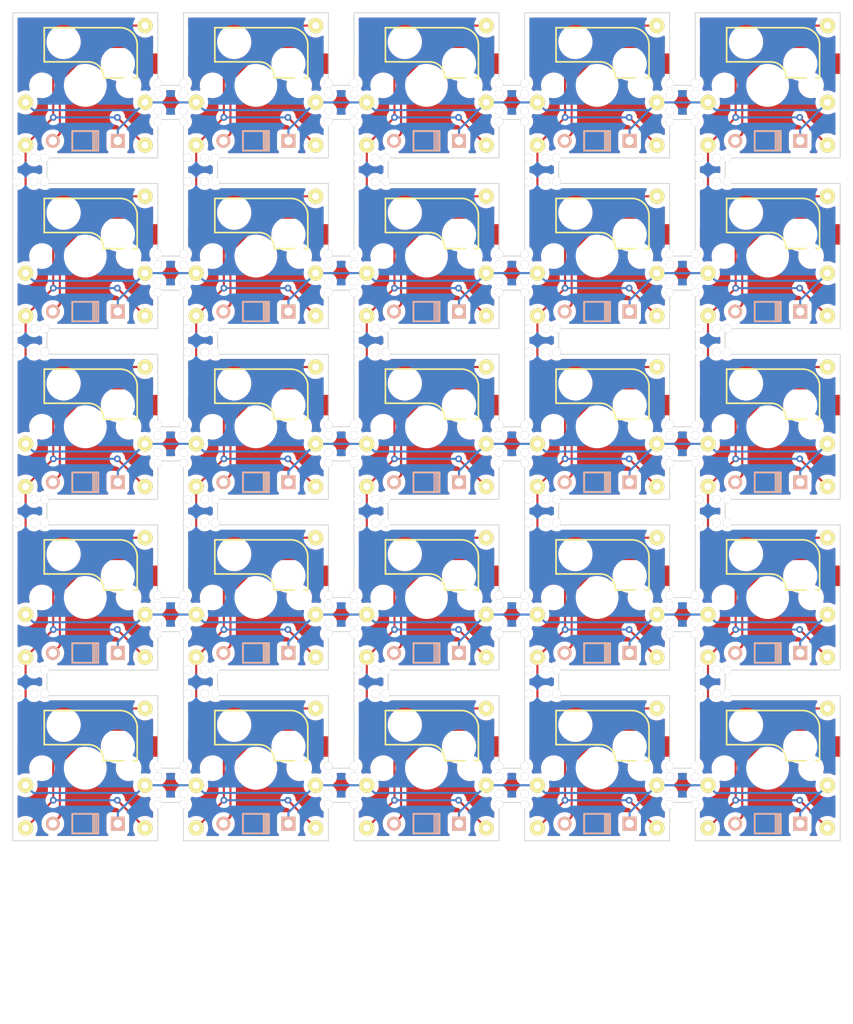
<source format=kicad_pcb>
(kicad_pcb (version 20171130) (host pcbnew 5.1.6)
  (layers (0 F.Cu signal) (31 B.Cu signal) (34 B.Paste user) (35 F.Paste user) (36 B.SilkS user) (37 F.SilkS user) (38 B.Mask user) (39 F.Mask user) (44 Edge.Cuts user))
  (net 0 "")
  (net 1 "Net-(diode1-Pad2)")
  (net 2 "Net-(diode2-Pad2)")
  (net 3 "Net-(diode3-Pad2)")
  (net 4 "Net-(diode4-Pad2)")
  (net 5 "Net-(J100-Pad1)")
  (net 6 "Net-(diode5-Pad2)")
  (net 7 "Net-(diode7-Pad2)")
  (net 8 "Net-(diode8-Pad2)")
  (net 9 "Net-(diode9-Pad2)")
  (net 10 "Net-(diode10-Pad2)")
  (net 11 "Net-(diode11-Pad2)")
  (net 12 "Net-(diode13-Pad2)")
  (net 13 "Net-(diode14-Pad2)")
  (net 14 "Net-(diode15-Pad2)")
  (net 15 "Net-(diode16-Pad2)")
  (net 16 "Net-(diode17-Pad2)")
  (net 17 "Net-(diode19-Pad2)")
  (net 18 "Net-(diode20-Pad2)")
  (net 19 "Net-(diode21-Pad2)")
  (net 20 "Net-(diode22-Pad2)")
  (net 21 "Net-(diode23-Pad2)")
  (net 22 "Net-(diode25-Pad2)")
  (net 23 "Net-(diode26-Pad2)")
  (net 24 "Net-(diode27-Pad2)")
  (net 25 "Net-(diode28-Pad2)")
  (net 26 "Net-(diode29-Pad2)")
  (net 27 "Net-(J121-Pad1)")
  (net 28 "Net-(J123-Pad1)")
  (net 29 "Net-(J125-Pad1)")
  (net 30 "Net-(J127-Pad1)")
  (net 31 "Net-(J129-Pad1)")
  (net 32 "Net-(J10-Pad1)")
  (net 33 "Net-(J26-Pad1)")
  (net 34 "Net-(J50-Pad1)")
  (net 35 "Net-(J74-Pad1)")
  (module footprints:hole-three (layer F.Cu) (at 23.25 58.5)
    (fp_text reference Ref** hide)
    (fp_text value Val** hide)
    (pad "" thru_hole circle (at 2 0) (size 1 1) (drill 1) (layers *.Cu *.Mask))
    (pad "" thru_hole circle (at 0.75 0) (size 1 1) (drill 1) (layers *.Cu *.Mask))
    (pad "" thru_hole circle (at -1.25 0) (size 1 1) (drill 1) (layers *.Cu *.Mask))
  )
  (module footprints:hole-three (layer F.Cu) (at 23.25 41.25)
    (fp_text reference Ref** hide)
    (fp_text value Val** hide)
    (pad "" thru_hole circle (at 2 0) (size 1 1) (drill 1) (layers *.Cu *.Mask))
    (pad "" thru_hole circle (at 0.75 0) (size 1 1) (drill 1) (layers *.Cu *.Mask))
    (pad "" thru_hole circle (at -1.25 0) (size 1 1) (drill 1) (layers *.Cu *.Mask))
  )
  (module footprints:hole-three (layer F.Cu) (at 23.25 61.25)
    (fp_text reference Ref** hide)
    (fp_text value Val** hide)
    (pad "" thru_hole circle (at 2 0) (size 1 1) (drill 1) (layers *.Cu *.Mask))
    (pad "" thru_hole circle (at 0.75 0) (size 1 1) (drill 1) (layers *.Cu *.Mask))
    (pad "" thru_hole circle (at -1.25 0) (size 1 1) (drill 1) (layers *.Cu *.Mask))
  )
  (module footprints:hole-three (layer F.Cu) (at 23.25 78.5)
    (fp_text reference Ref** hide)
    (fp_text value Val** hide)
    (pad "" thru_hole circle (at 2 0) (size 1 1) (drill 1) (layers *.Cu *.Mask))
    (pad "" thru_hole circle (at 0.75 0) (size 1 1) (drill 1) (layers *.Cu *.Mask))
    (pad "" thru_hole circle (at -1.25 0) (size 1 1) (drill 1) (layers *.Cu *.Mask))
  )
  (module footprints:hole-three (layer F.Cu) (at 23.25 98.5)
    (fp_text reference Ref** hide)
    (fp_text value Val** hide)
    (pad "" thru_hole circle (at 2 0) (size 1 1) (drill 1) (layers *.Cu *.Mask))
    (pad "" thru_hole circle (at 0.75 0) (size 1 1) (drill 1) (layers *.Cu *.Mask))
    (pad "" thru_hole circle (at -1.25 0) (size 1 1) (drill 1) (layers *.Cu *.Mask))
  )
  (module footprints:hole-three (layer F.Cu) (at 23.25 81.25)
    (fp_text reference Ref** hide)
    (fp_text value Val** hide)
    (pad "" thru_hole circle (at 2 0) (size 1 1) (drill 1) (layers *.Cu *.Mask))
    (pad "" thru_hole circle (at 0.75 0) (size 1 1) (drill 1) (layers *.Cu *.Mask))
    (pad "" thru_hole circle (at -1.25 0) (size 1 1) (drill 1) (layers *.Cu *.Mask))
  )
  (module footprints:hole-three (layer F.Cu) (at 23.25 101.25)
    (fp_text reference Ref** hide)
    (fp_text value Val** hide)
    (pad "" thru_hole circle (at 2 0) (size 1 1) (drill 1) (layers *.Cu *.Mask))
    (pad "" thru_hole circle (at 0.75 0) (size 1 1) (drill 1) (layers *.Cu *.Mask))
    (pad "" thru_hole circle (at -1.25 0) (size 1 1) (drill 1) (layers *.Cu *.Mask))
  )
  (module footprints:hole-three (layer F.Cu) (at 103.25 101.25)
    (fp_text reference Ref** hide)
    (fp_text value Val** hide)
    (pad "" thru_hole circle (at 2 0) (size 1 1) (drill 1) (layers *.Cu *.Mask))
    (pad "" thru_hole circle (at 0.75 0) (size 1 1) (drill 1) (layers *.Cu *.Mask))
    (pad "" thru_hole circle (at -1.25 0) (size 1 1) (drill 1) (layers *.Cu *.Mask))
  )
  (module footprints:hole-three (layer F.Cu) (at 103.25 98.5)
    (fp_text reference Ref** hide)
    (fp_text value Val** hide)
    (pad "" thru_hole circle (at 2 0) (size 1 1) (drill 1) (layers *.Cu *.Mask))
    (pad "" thru_hole circle (at 0.75 0) (size 1 1) (drill 1) (layers *.Cu *.Mask))
    (pad "" thru_hole circle (at -1.25 0) (size 1 1) (drill 1) (layers *.Cu *.Mask))
  )
  (module footprints:hole-three (layer F.Cu) (at 103.25 81.25)
    (fp_text reference Ref** hide)
    (fp_text value Val** hide)
    (pad "" thru_hole circle (at 2 0) (size 1 1) (drill 1) (layers *.Cu *.Mask))
    (pad "" thru_hole circle (at 0.75 0) (size 1 1) (drill 1) (layers *.Cu *.Mask))
    (pad "" thru_hole circle (at -1.25 0) (size 1 1) (drill 1) (layers *.Cu *.Mask))
  )
  (module footprints:hole-three (layer F.Cu) (at 103.25 61.25)
    (fp_text reference Ref** hide)
    (fp_text value Val** hide)
    (pad "" thru_hole circle (at 2 0) (size 1 1) (drill 1) (layers *.Cu *.Mask))
    (pad "" thru_hole circle (at 0.75 0) (size 1 1) (drill 1) (layers *.Cu *.Mask))
    (pad "" thru_hole circle (at -1.25 0) (size 1 1) (drill 1) (layers *.Cu *.Mask))
  )
  (module footprints:hole-three (layer F.Cu) (at 103.25 78.5)
    (fp_text reference Ref** hide)
    (fp_text value Val** hide)
    (pad "" thru_hole circle (at 2 0) (size 1 1) (drill 1) (layers *.Cu *.Mask))
    (pad "" thru_hole circle (at 0.75 0) (size 1 1) (drill 1) (layers *.Cu *.Mask))
    (pad "" thru_hole circle (at -1.25 0) (size 1 1) (drill 1) (layers *.Cu *.Mask))
  )
  (module footprints:hole-three (layer F.Cu) (at 103.25 58.5)
    (fp_text reference Ref** hide)
    (fp_text value Val** hide)
    (pad "" thru_hole circle (at 2 0) (size 1 1) (drill 1) (layers *.Cu *.Mask))
    (pad "" thru_hole circle (at 0.75 0) (size 1 1) (drill 1) (layers *.Cu *.Mask))
    (pad "" thru_hole circle (at -1.25 0) (size 1 1) (drill 1) (layers *.Cu *.Mask))
  )
  (module footprints:hole-three (layer F.Cu) (at 103.25 41.25)
    (fp_text reference Ref** hide)
    (fp_text value Val** hide)
    (pad "" thru_hole circle (at 2 0) (size 1 1) (drill 1) (layers *.Cu *.Mask))
    (pad "" thru_hole circle (at 0.75 0) (size 1 1) (drill 1) (layers *.Cu *.Mask))
    (pad "" thru_hole circle (at -1.25 0) (size 1 1) (drill 1) (layers *.Cu *.Mask))
  )
  (module footprints:hole-three (layer F.Cu) (at 103.25 38.5)
    (fp_text reference Ref** hide)
    (fp_text value Val** hide)
    (pad "" thru_hole circle (at 2 0) (size 1 1) (drill 1) (layers *.Cu *.Mask))
    (pad "" thru_hole circle (at 0.75 0) (size 1 1) (drill 1) (layers *.Cu *.Mask))
    (pad "" thru_hole circle (at -1.25 0) (size 1 1) (drill 1) (layers *.Cu *.Mask))
  )
  (module footprints:hole-three (layer F.Cu) (at 83.25 38.5)
    (fp_text reference Ref** hide)
    (fp_text value Val** hide)
    (pad "" thru_hole circle (at 2 0) (size 1 1) (drill 1) (layers *.Cu *.Mask))
    (pad "" thru_hole circle (at 0.75 0) (size 1 1) (drill 1) (layers *.Cu *.Mask))
    (pad "" thru_hole circle (at -1.25 0) (size 1 1) (drill 1) (layers *.Cu *.Mask))
  )
  (module footprints:hole-three (layer F.Cu) (at 63.25 38.5)
    (fp_text reference Ref** hide)
    (fp_text value Val** hide)
    (pad "" thru_hole circle (at 2 0) (size 1 1) (drill 1) (layers *.Cu *.Mask))
    (pad "" thru_hole circle (at 0.75 0) (size 1 1) (drill 1) (layers *.Cu *.Mask))
    (pad "" thru_hole circle (at -1.25 0) (size 1 1) (drill 1) (layers *.Cu *.Mask))
  )
  (module footprints:hole-three (layer F.Cu) (at 43.25 38.5)
    (fp_text reference Ref** hide)
    (fp_text value Val** hide)
    (pad "" thru_hole circle (at 2 0) (size 1 1) (drill 1) (layers *.Cu *.Mask))
    (pad "" thru_hole circle (at 0.75 0) (size 1 1) (drill 1) (layers *.Cu *.Mask))
    (pad "" thru_hole circle (at -1.25 0) (size 1 1) (drill 1) (layers *.Cu *.Mask))
  )
  (module footprints:hole-three (layer F.Cu) (at 63.25 101.25)
    (fp_text reference Ref** hide)
    (fp_text value Val** hide)
    (pad "" thru_hole circle (at 2 0) (size 1 1) (drill 1) (layers *.Cu *.Mask))
    (pad "" thru_hole circle (at 0.75 0) (size 1 1) (drill 1) (layers *.Cu *.Mask))
    (pad "" thru_hole circle (at -1.25 0) (size 1 1) (drill 1) (layers *.Cu *.Mask))
  )
  (module footprints:hole-three (layer F.Cu) (at 63.25 98.5)
    (fp_text reference Ref** hide)
    (fp_text value Val** hide)
    (pad "" thru_hole circle (at 2 0) (size 1 1) (drill 1) (layers *.Cu *.Mask))
    (pad "" thru_hole circle (at 0.75 0) (size 1 1) (drill 1) (layers *.Cu *.Mask))
    (pad "" thru_hole circle (at -1.25 0) (size 1 1) (drill 1) (layers *.Cu *.Mask))
  )
  (module footprints:hole-three (layer F.Cu) (at 63.25 81.25)
    (fp_text reference Ref** hide)
    (fp_text value Val** hide)
    (pad "" thru_hole circle (at 2 0) (size 1 1) (drill 1) (layers *.Cu *.Mask))
    (pad "" thru_hole circle (at 0.75 0) (size 1 1) (drill 1) (layers *.Cu *.Mask))
    (pad "" thru_hole circle (at -1.25 0) (size 1 1) (drill 1) (layers *.Cu *.Mask))
  )
  (module footprints:hole-three (layer F.Cu) (at 63.25 78.5)
    (fp_text reference Ref** hide)
    (fp_text value Val** hide)
    (pad "" thru_hole circle (at 2 0) (size 1 1) (drill 1) (layers *.Cu *.Mask))
    (pad "" thru_hole circle (at 0.75 0) (size 1 1) (drill 1) (layers *.Cu *.Mask))
    (pad "" thru_hole circle (at -1.25 0) (size 1 1) (drill 1) (layers *.Cu *.Mask))
  )
  (module footprints:hole-three (layer F.Cu) (at 63.25 61.25)
    (fp_text reference Ref** hide)
    (fp_text value Val** hide)
    (pad "" thru_hole circle (at 2 0) (size 1 1) (drill 1) (layers *.Cu *.Mask))
    (pad "" thru_hole circle (at 0.75 0) (size 1 1) (drill 1) (layers *.Cu *.Mask))
    (pad "" thru_hole circle (at -1.25 0) (size 1 1) (drill 1) (layers *.Cu *.Mask))
  )
  (module footprints:hole-three (layer F.Cu) (at 63.25 58.5)
    (fp_text reference Ref** hide)
    (fp_text value Val** hide)
    (pad "" thru_hole circle (at 2 0) (size 1 1) (drill 1) (layers *.Cu *.Mask))
    (pad "" thru_hole circle (at 0.75 0) (size 1 1) (drill 1) (layers *.Cu *.Mask))
    (pad "" thru_hole circle (at -1.25 0) (size 1 1) (drill 1) (layers *.Cu *.Mask))
  )
  (module footprints:hole-three (layer F.Cu) (at 63.25 41.25)
    (fp_text reference Ref** hide)
    (fp_text value Val** hide)
    (pad "" thru_hole circle (at 2 0) (size 1 1) (drill 1) (layers *.Cu *.Mask))
    (pad "" thru_hole circle (at 0.75 0) (size 1 1) (drill 1) (layers *.Cu *.Mask))
    (pad "" thru_hole circle (at -1.25 0) (size 1 1) (drill 1) (layers *.Cu *.Mask))
  )
  (module footprints:hole-three (layer F.Cu) (at 83.25 58.5)
    (fp_text reference Ref** hide)
    (fp_text value Val** hide)
    (pad "" thru_hole circle (at 2 0) (size 1 1) (drill 1) (layers *.Cu *.Mask))
    (pad "" thru_hole circle (at 0.75 0) (size 1 1) (drill 1) (layers *.Cu *.Mask))
    (pad "" thru_hole circle (at -1.25 0) (size 1 1) (drill 1) (layers *.Cu *.Mask))
  )
  (module footprints:hole-three (layer F.Cu) (at 83.25 41.25)
    (fp_text reference Ref** hide)
    (fp_text value Val** hide)
    (pad "" thru_hole circle (at 2 0) (size 1 1) (drill 1) (layers *.Cu *.Mask))
    (pad "" thru_hole circle (at 0.75 0) (size 1 1) (drill 1) (layers *.Cu *.Mask))
    (pad "" thru_hole circle (at -1.25 0) (size 1 1) (drill 1) (layers *.Cu *.Mask))
  )
  (module footprints:hole-three (layer F.Cu) (at 83.25 78.5)
    (fp_text reference Ref** hide)
    (fp_text value Val** hide)
    (pad "" thru_hole circle (at 2 0) (size 1 1) (drill 1) (layers *.Cu *.Mask))
    (pad "" thru_hole circle (at 0.75 0) (size 1 1) (drill 1) (layers *.Cu *.Mask))
    (pad "" thru_hole circle (at -1.25 0) (size 1 1) (drill 1) (layers *.Cu *.Mask))
  )
  (module footprints:hole-three (layer F.Cu) (at 83.25 61.25)
    (fp_text reference Ref** hide)
    (fp_text value Val** hide)
    (pad "" thru_hole circle (at 2 0) (size 1 1) (drill 1) (layers *.Cu *.Mask))
    (pad "" thru_hole circle (at 0.75 0) (size 1 1) (drill 1) (layers *.Cu *.Mask))
    (pad "" thru_hole circle (at -1.25 0) (size 1 1) (drill 1) (layers *.Cu *.Mask))
  )
  (module footprints:hole-three (layer F.Cu) (at 83.25 81.25)
    (fp_text reference Ref** hide)
    (fp_text value Val** hide)
    (pad "" thru_hole circle (at 2 0) (size 1 1) (drill 1) (layers *.Cu *.Mask))
    (pad "" thru_hole circle (at 0.75 0) (size 1 1) (drill 1) (layers *.Cu *.Mask))
    (pad "" thru_hole circle (at -1.25 0) (size 1 1) (drill 1) (layers *.Cu *.Mask))
  )
  (module footprints:hole-three (layer F.Cu) (at 83.25 98.5)
    (fp_text reference Ref** hide)
    (fp_text value Val** hide)
    (pad "" thru_hole circle (at 2 0) (size 1 1) (drill 1) (layers *.Cu *.Mask))
    (pad "" thru_hole circle (at 0.75 0) (size 1 1) (drill 1) (layers *.Cu *.Mask))
    (pad "" thru_hole circle (at -1.25 0) (size 1 1) (drill 1) (layers *.Cu *.Mask))
  )
  (module footprints:hole-three (layer F.Cu) (at 83.25 101.25)
    (fp_text reference Ref** hide)
    (fp_text value Val** hide)
    (pad "" thru_hole circle (at 2 0) (size 1 1) (drill 1) (layers *.Cu *.Mask))
    (pad "" thru_hole circle (at 0.75 0) (size 1 1) (drill 1) (layers *.Cu *.Mask))
    (pad "" thru_hole circle (at -1.25 0) (size 1 1) (drill 1) (layers *.Cu *.Mask))
  )
  (module footprints:hole-three (layer F.Cu) (at 43.25 101.25)
    (fp_text reference Ref** hide)
    (fp_text value Val** hide)
    (pad "" thru_hole circle (at 2 0) (size 1 1) (drill 1) (layers *.Cu *.Mask))
    (pad "" thru_hole circle (at 0.75 0) (size 1 1) (drill 1) (layers *.Cu *.Mask))
    (pad "" thru_hole circle (at -1.25 0) (size 1 1) (drill 1) (layers *.Cu *.Mask))
  )
  (module footprints:hole-three (layer F.Cu) (at 43.25 81.25)
    (fp_text reference Ref** hide)
    (fp_text value Val** hide)
    (pad "" thru_hole circle (at 2 0) (size 1 1) (drill 1) (layers *.Cu *.Mask))
    (pad "" thru_hole circle (at 0.75 0) (size 1 1) (drill 1) (layers *.Cu *.Mask))
    (pad "" thru_hole circle (at -1.25 0) (size 1 1) (drill 1) (layers *.Cu *.Mask))
  )
  (module footprints:hole-three (layer F.Cu) (at 43.25 98.5)
    (fp_text reference Ref** hide)
    (fp_text value Val** hide)
    (pad "" thru_hole circle (at 2 0) (size 1 1) (drill 1) (layers *.Cu *.Mask))
    (pad "" thru_hole circle (at 0.75 0) (size 1 1) (drill 1) (layers *.Cu *.Mask))
    (pad "" thru_hole circle (at -1.25 0) (size 1 1) (drill 1) (layers *.Cu *.Mask))
  )
  (module footprints:hole-three (layer F.Cu) (at 43.25 78.5)
    (fp_text reference Ref** hide)
    (fp_text value Val** hide)
    (pad "" thru_hole circle (at 2 0) (size 1 1) (drill 1) (layers *.Cu *.Mask))
    (pad "" thru_hole circle (at 0.75 0) (size 1 1) (drill 1) (layers *.Cu *.Mask))
    (pad "" thru_hole circle (at -1.25 0) (size 1 1) (drill 1) (layers *.Cu *.Mask))
  )
  (module footprints:hole-three (layer F.Cu) (at 43.25 61.25)
    (fp_text reference Ref** hide)
    (fp_text value Val** hide)
    (pad "" thru_hole circle (at 2 0) (size 1 1) (drill 1) (layers *.Cu *.Mask))
    (pad "" thru_hole circle (at 0.75 0) (size 1 1) (drill 1) (layers *.Cu *.Mask))
    (pad "" thru_hole circle (at -1.25 0) (size 1 1) (drill 1) (layers *.Cu *.Mask))
  )
  (module footprints:hole-three (layer F.Cu) (at 43.25 58.5)
    (fp_text reference Ref** hide)
    (fp_text value Val** hide)
    (pad "" thru_hole circle (at 2 0) (size 1 1) (drill 1) (layers *.Cu *.Mask))
    (pad "" thru_hole circle (at 0.75 0) (size 1 1) (drill 1) (layers *.Cu *.Mask))
    (pad "" thru_hole circle (at -1.25 0) (size 1 1) (drill 1) (layers *.Cu *.Mask))
  )
  (module footprints:hole-three (layer F.Cu) (at 43.25 41.25)
    (fp_text reference Ref** hide)
    (fp_text value Val** hide)
    (pad "" thru_hole circle (at 2 0) (size 1 1) (drill 1) (layers *.Cu *.Mask))
    (pad "" thru_hole circle (at 0.75 0) (size 1 1) (drill 1) (layers *.Cu *.Mask))
    (pad "" thru_hole circle (at -1.25 0) (size 1 1) (drill 1) (layers *.Cu *.Mask))
  )
  (module footprints:hole-three (layer F.Cu) (at 23.25 38.5)
    (fp_text reference Ref** hide)
    (fp_text value Val** hide)
    (pad "" thru_hole circle (at 2 0) (size 1 1) (drill 1) (layers *.Cu *.Mask))
    (pad "" thru_hole circle (at 0.75 0) (size 1 1) (drill 1) (layers *.Cu *.Mask))
    (pad "" thru_hole circle (at -1.25 0) (size 1 1) (drill 1) (layers *.Cu *.Mask))
  )
  (module footprints:hole-four (layer F.Cu) (at 38.5 32)
    (fp_text reference Ref** hide)
    (fp_text value Val** hide)
    (pad "" thru_hole circle (at 0 2.25) (size 1 1) (drill 1) (layers *.Cu *.Mask))
    (pad "" thru_hole circle (at 0 1) (size 1 1) (drill 1) (layers *.Cu *.Mask))
    (pad "" thru_hole circle (at 0 -2.25) (size 1 1) (drill 1) (layers *.Cu *.Mask))
    (pad "" thru_hole circle (at 0 -1) (size 1 1) (drill 1) (layers *.Cu *.Mask))
  )
  (module footprints:hole-four (layer F.Cu) (at 38.5 52)
    (fp_text reference Ref** hide)
    (fp_text value Val** hide)
    (pad "" thru_hole circle (at 0 -1) (size 1 1) (drill 1) (layers *.Cu *.Mask))
    (pad "" thru_hole circle (at 0 -2.25) (size 1 1) (drill 1) (layers *.Cu *.Mask))
    (pad "" thru_hole circle (at 0 1) (size 1 1) (drill 1) (layers *.Cu *.Mask))
    (pad "" thru_hole circle (at 0 2.25) (size 1 1) (drill 1) (layers *.Cu *.Mask))
  )
  (module footprints:hole-four (layer F.Cu) (at 38.5 72)
    (fp_text reference Ref** hide)
    (fp_text value Val** hide)
    (pad "" thru_hole circle (at 0 2.25) (size 1 1) (drill 1) (layers *.Cu *.Mask))
    (pad "" thru_hole circle (at 0 1) (size 1 1) (drill 1) (layers *.Cu *.Mask))
    (pad "" thru_hole circle (at 0 -2.25) (size 1 1) (drill 1) (layers *.Cu *.Mask))
    (pad "" thru_hole circle (at 0 -1) (size 1 1) (drill 1) (layers *.Cu *.Mask))
  )
  (module footprints:hole-four (layer F.Cu) (at 38.5 92)
    (fp_text reference Ref** hide)
    (fp_text value Val** hide)
    (pad "" thru_hole circle (at 0 -1) (size 1 1) (drill 1) (layers *.Cu *.Mask))
    (pad "" thru_hole circle (at 0 -2.25) (size 1 1) (drill 1) (layers *.Cu *.Mask))
    (pad "" thru_hole circle (at 0 1) (size 1 1) (drill 1) (layers *.Cu *.Mask))
    (pad "" thru_hole circle (at 0 2.25) (size 1 1) (drill 1) (layers *.Cu *.Mask))
  )
  (module footprints:hole-four (layer F.Cu) (at 38.5 112)
    (fp_text reference Ref** hide)
    (fp_text value Val** hide)
    (pad "" thru_hole circle (at 0 2.25) (size 1 1) (drill 1) (layers *.Cu *.Mask))
    (pad "" thru_hole circle (at 0 1) (size 1 1) (drill 1) (layers *.Cu *.Mask))
    (pad "" thru_hole circle (at 0 -2.25) (size 1 1) (drill 1) (layers *.Cu *.Mask))
    (pad "" thru_hole circle (at 0 -1) (size 1 1) (drill 1) (layers *.Cu *.Mask))
  )
  (module footprints:hole-four (layer F.Cu) (at 101.5 112)
    (fp_text reference Ref** hide)
    (fp_text value Val** hide)
    (pad "" thru_hole circle (at 0 2.25) (size 1 1) (drill 1) (layers *.Cu *.Mask))
    (pad "" thru_hole circle (at 0 1) (size 1 1) (drill 1) (layers *.Cu *.Mask))
    (pad "" thru_hole circle (at 0 -2.25) (size 1 1) (drill 1) (layers *.Cu *.Mask))
    (pad "" thru_hole circle (at 0 -1) (size 1 1) (drill 1) (layers *.Cu *.Mask))
  )
  (module footprints:hole-four (layer F.Cu) (at 101.5 92)
    (fp_text reference Ref** hide)
    (fp_text value Val** hide)
    (pad "" thru_hole circle (at 0 -1) (size 1 1) (drill 1) (layers *.Cu *.Mask))
    (pad "" thru_hole circle (at 0 -2.25) (size 1 1) (drill 1) (layers *.Cu *.Mask))
    (pad "" thru_hole circle (at 0 1) (size 1 1) (drill 1) (layers *.Cu *.Mask))
    (pad "" thru_hole circle (at 0 2.25) (size 1 1) (drill 1) (layers *.Cu *.Mask))
  )
  (module footprints:hole-four (layer F.Cu) (at 101.5 72)
    (fp_text reference Ref** hide)
    (fp_text value Val** hide)
    (pad "" thru_hole circle (at 0 2.25) (size 1 1) (drill 1) (layers *.Cu *.Mask))
    (pad "" thru_hole circle (at 0 1) (size 1 1) (drill 1) (layers *.Cu *.Mask))
    (pad "" thru_hole circle (at 0 -2.25) (size 1 1) (drill 1) (layers *.Cu *.Mask))
    (pad "" thru_hole circle (at 0 -1) (size 1 1) (drill 1) (layers *.Cu *.Mask))
  )
  (module footprints:hole-four (layer F.Cu) (at 101.5 52)
    (fp_text reference Ref** hide)
    (fp_text value Val** hide)
    (pad "" thru_hole circle (at 0 -1) (size 1 1) (drill 1) (layers *.Cu *.Mask))
    (pad "" thru_hole circle (at 0 -2.25) (size 1 1) (drill 1) (layers *.Cu *.Mask))
    (pad "" thru_hole circle (at 0 1) (size 1 1) (drill 1) (layers *.Cu *.Mask))
    (pad "" thru_hole circle (at 0 2.25) (size 1 1) (drill 1) (layers *.Cu *.Mask))
  )
  (module footprints:hole-four (layer F.Cu) (at 101.5 32)
    (fp_text reference Ref** hide)
    (fp_text value Val** hide)
    (pad "" thru_hole circle (at 0 2.25) (size 1 1) (drill 1) (layers *.Cu *.Mask))
    (pad "" thru_hole circle (at 0 1) (size 1 1) (drill 1) (layers *.Cu *.Mask))
    (pad "" thru_hole circle (at 0 -2.25) (size 1 1) (drill 1) (layers *.Cu *.Mask))
    (pad "" thru_hole circle (at 0 -1) (size 1 1) (drill 1) (layers *.Cu *.Mask))
  )
  (module footprints:hole-four (layer F.Cu) (at 81.5 32)
    (fp_text reference Ref** hide)
    (fp_text value Val** hide)
    (pad "" thru_hole circle (at 0 -1) (size 1 1) (drill 1) (layers *.Cu *.Mask))
    (pad "" thru_hole circle (at 0 -2.25) (size 1 1) (drill 1) (layers *.Cu *.Mask))
    (pad "" thru_hole circle (at 0 1) (size 1 1) (drill 1) (layers *.Cu *.Mask))
    (pad "" thru_hole circle (at 0 2.25) (size 1 1) (drill 1) (layers *.Cu *.Mask))
  )
  (module footprints:hole-four (layer F.Cu) (at 98.5 32)
    (fp_text reference Ref** hide)
    (fp_text value Val** hide)
    (pad "" thru_hole circle (at 0 2.25) (size 1 1) (drill 1) (layers *.Cu *.Mask))
    (pad "" thru_hole circle (at 0 1) (size 1 1) (drill 1) (layers *.Cu *.Mask))
    (pad "" thru_hole circle (at 0 -2.25) (size 1 1) (drill 1) (layers *.Cu *.Mask))
    (pad "" thru_hole circle (at 0 -1) (size 1 1) (drill 1) (layers *.Cu *.Mask))
  )
  (module footprints:hole-four (layer F.Cu) (at 78.5 32)
    (fp_text reference Ref** hide)
    (fp_text value Val** hide)
    (pad "" thru_hole circle (at 0 -1) (size 1 1) (drill 1) (layers *.Cu *.Mask))
    (pad "" thru_hole circle (at 0 -2.25) (size 1 1) (drill 1) (layers *.Cu *.Mask))
    (pad "" thru_hole circle (at 0 1) (size 1 1) (drill 1) (layers *.Cu *.Mask))
    (pad "" thru_hole circle (at 0 2.25) (size 1 1) (drill 1) (layers *.Cu *.Mask))
  )
  (module footprints:hole-four (layer F.Cu) (at 61.5 32)
    (fp_text reference Ref** hide)
    (fp_text value Val** hide)
    (pad "" thru_hole circle (at 0 2.25) (size 1 1) (drill 1) (layers *.Cu *.Mask))
    (pad "" thru_hole circle (at 0 1) (size 1 1) (drill 1) (layers *.Cu *.Mask))
    (pad "" thru_hole circle (at 0 -2.25) (size 1 1) (drill 1) (layers *.Cu *.Mask))
    (pad "" thru_hole circle (at 0 -1) (size 1 1) (drill 1) (layers *.Cu *.Mask))
  )
  (module footprints:hole-four (layer F.Cu) (at 41.5 32)
    (fp_text reference Ref** hide)
    (fp_text value Val** hide)
    (pad "" thru_hole circle (at 0 -1) (size 1 1) (drill 1) (layers *.Cu *.Mask))
    (pad "" thru_hole circle (at 0 -2.25) (size 1 1) (drill 1) (layers *.Cu *.Mask))
    (pad "" thru_hole circle (at 0 1) (size 1 1) (drill 1) (layers *.Cu *.Mask))
    (pad "" thru_hole circle (at 0 2.25) (size 1 1) (drill 1) (layers *.Cu *.Mask))
  )
  (module footprints:hole-four (layer F.Cu) (at 58.5 32)
    (fp_text reference Ref** hide)
    (fp_text value Val** hide)
    (pad "" thru_hole circle (at 0 2.25) (size 1 1) (drill 1) (layers *.Cu *.Mask))
    (pad "" thru_hole circle (at 0 1) (size 1 1) (drill 1) (layers *.Cu *.Mask))
    (pad "" thru_hole circle (at 0 -2.25) (size 1 1) (drill 1) (layers *.Cu *.Mask))
    (pad "" thru_hole circle (at 0 -1) (size 1 1) (drill 1) (layers *.Cu *.Mask))
  )
  (module footprints:hole-four (layer F.Cu) (at 61.5 112)
    (fp_text reference Ref** hide)
    (fp_text value Val** hide)
    (pad "" thru_hole circle (at 0 2.25) (size 1 1) (drill 1) (layers *.Cu *.Mask))
    (pad "" thru_hole circle (at 0 1) (size 1 1) (drill 1) (layers *.Cu *.Mask))
    (pad "" thru_hole circle (at 0 -2.25) (size 1 1) (drill 1) (layers *.Cu *.Mask))
    (pad "" thru_hole circle (at 0 -1) (size 1 1) (drill 1) (layers *.Cu *.Mask))
  )
  (module footprints:hole-four (layer F.Cu) (at 78.5 112)
    (fp_text reference Ref** hide)
    (fp_text value Val** hide)
    (pad "" thru_hole circle (at 0 -1) (size 1 1) (drill 1) (layers *.Cu *.Mask))
    (pad "" thru_hole circle (at 0 -2.25) (size 1 1) (drill 1) (layers *.Cu *.Mask))
    (pad "" thru_hole circle (at 0 1) (size 1 1) (drill 1) (layers *.Cu *.Mask))
    (pad "" thru_hole circle (at 0 2.25) (size 1 1) (drill 1) (layers *.Cu *.Mask))
  )
  (module footprints:hole-four (layer F.Cu) (at 78.5 92)
    (fp_text reference Ref** hide)
    (fp_text value Val** hide)
    (pad "" thru_hole circle (at 0 2.25) (size 1 1) (drill 1) (layers *.Cu *.Mask))
    (pad "" thru_hole circle (at 0 1) (size 1 1) (drill 1) (layers *.Cu *.Mask))
    (pad "" thru_hole circle (at 0 -2.25) (size 1 1) (drill 1) (layers *.Cu *.Mask))
    (pad "" thru_hole circle (at 0 -1) (size 1 1) (drill 1) (layers *.Cu *.Mask))
  )
  (module footprints:hole-four (layer F.Cu) (at 61.5 92)
    (fp_text reference Ref** hide)
    (fp_text value Val** hide)
    (pad "" thru_hole circle (at 0 -1) (size 1 1) (drill 1) (layers *.Cu *.Mask))
    (pad "" thru_hole circle (at 0 -2.25) (size 1 1) (drill 1) (layers *.Cu *.Mask))
    (pad "" thru_hole circle (at 0 1) (size 1 1) (drill 1) (layers *.Cu *.Mask))
    (pad "" thru_hole circle (at 0 2.25) (size 1 1) (drill 1) (layers *.Cu *.Mask))
  )
  (module footprints:hole-four (layer F.Cu) (at 78.5 72)
    (fp_text reference Ref** hide)
    (fp_text value Val** hide)
    (pad "" thru_hole circle (at 0 -1) (size 1 1) (drill 1) (layers *.Cu *.Mask))
    (pad "" thru_hole circle (at 0 -2.25) (size 1 1) (drill 1) (layers *.Cu *.Mask))
    (pad "" thru_hole circle (at 0 1) (size 1 1) (drill 1) (layers *.Cu *.Mask))
    (pad "" thru_hole circle (at 0 2.25) (size 1 1) (drill 1) (layers *.Cu *.Mask))
  )
  (module footprints:hole-four (layer F.Cu) (at 61.5 72)
    (fp_text reference Ref** hide)
    (fp_text value Val** hide)
    (pad "" thru_hole circle (at 0 2.25) (size 1 1) (drill 1) (layers *.Cu *.Mask))
    (pad "" thru_hole circle (at 0 1) (size 1 1) (drill 1) (layers *.Cu *.Mask))
    (pad "" thru_hole circle (at 0 -2.25) (size 1 1) (drill 1) (layers *.Cu *.Mask))
    (pad "" thru_hole circle (at 0 -1) (size 1 1) (drill 1) (layers *.Cu *.Mask))
  )
  (module footprints:hole-four (layer F.Cu) (at 78.5 52)
    (fp_text reference Ref** hide)
    (fp_text value Val** hide)
    (pad "" thru_hole circle (at 0 2.25) (size 1 1) (drill 1) (layers *.Cu *.Mask))
    (pad "" thru_hole circle (at 0 1) (size 1 1) (drill 1) (layers *.Cu *.Mask))
    (pad "" thru_hole circle (at 0 -2.25) (size 1 1) (drill 1) (layers *.Cu *.Mask))
    (pad "" thru_hole circle (at 0 -1) (size 1 1) (drill 1) (layers *.Cu *.Mask))
  )
  (module footprints:hole-four (layer F.Cu) (at 61.5 52)
    (fp_text reference Ref** hide)
    (fp_text value Val** hide)
    (pad "" thru_hole circle (at 0 -1) (size 1 1) (drill 1) (layers *.Cu *.Mask))
    (pad "" thru_hole circle (at 0 -2.25) (size 1 1) (drill 1) (layers *.Cu *.Mask))
    (pad "" thru_hole circle (at 0 1) (size 1 1) (drill 1) (layers *.Cu *.Mask))
    (pad "" thru_hole circle (at 0 2.25) (size 1 1) (drill 1) (layers *.Cu *.Mask))
  )
  (module footprints:hole-four (layer F.Cu) (at 98.5 52)
    (fp_text reference Ref** hide)
    (fp_text value Val** hide)
    (pad "" thru_hole circle (at 0 -1) (size 1 1) (drill 1) (layers *.Cu *.Mask))
    (pad "" thru_hole circle (at 0 -2.25) (size 1 1) (drill 1) (layers *.Cu *.Mask))
    (pad "" thru_hole circle (at 0 1) (size 1 1) (drill 1) (layers *.Cu *.Mask))
    (pad "" thru_hole circle (at 0 2.25) (size 1 1) (drill 1) (layers *.Cu *.Mask))
  )
  (module footprints:hole-four (layer F.Cu) (at 81.5 52)
    (fp_text reference Ref** hide)
    (fp_text value Val** hide)
    (pad "" thru_hole circle (at 0 2.25) (size 1 1) (drill 1) (layers *.Cu *.Mask))
    (pad "" thru_hole circle (at 0 1) (size 1 1) (drill 1) (layers *.Cu *.Mask))
    (pad "" thru_hole circle (at 0 -2.25) (size 1 1) (drill 1) (layers *.Cu *.Mask))
    (pad "" thru_hole circle (at 0 -1) (size 1 1) (drill 1) (layers *.Cu *.Mask))
  )
  (module footprints:hole-four (layer F.Cu) (at 81.5 72)
    (fp_text reference Ref** hide)
    (fp_text value Val** hide)
    (pad "" thru_hole circle (at 0 -1) (size 1 1) (drill 1) (layers *.Cu *.Mask))
    (pad "" thru_hole circle (at 0 -2.25) (size 1 1) (drill 1) (layers *.Cu *.Mask))
    (pad "" thru_hole circle (at 0 1) (size 1 1) (drill 1) (layers *.Cu *.Mask))
    (pad "" thru_hole circle (at 0 2.25) (size 1 1) (drill 1) (layers *.Cu *.Mask))
  )
  (module footprints:hole-four (layer F.Cu) (at 98.5 72)
    (fp_text reference Ref** hide)
    (fp_text value Val** hide)
    (pad "" thru_hole circle (at 0 2.25) (size 1 1) (drill 1) (layers *.Cu *.Mask))
    (pad "" thru_hole circle (at 0 1) (size 1 1) (drill 1) (layers *.Cu *.Mask))
    (pad "" thru_hole circle (at 0 -2.25) (size 1 1) (drill 1) (layers *.Cu *.Mask))
    (pad "" thru_hole circle (at 0 -1) (size 1 1) (drill 1) (layers *.Cu *.Mask))
  )
  (module footprints:hole-four (layer F.Cu) (at 81.5 92)
    (fp_text reference Ref** hide)
    (fp_text value Val** hide)
    (pad "" thru_hole circle (at 0 2.25) (size 1 1) (drill 1) (layers *.Cu *.Mask))
    (pad "" thru_hole circle (at 0 1) (size 1 1) (drill 1) (layers *.Cu *.Mask))
    (pad "" thru_hole circle (at 0 -2.25) (size 1 1) (drill 1) (layers *.Cu *.Mask))
    (pad "" thru_hole circle (at 0 -1) (size 1 1) (drill 1) (layers *.Cu *.Mask))
  )
  (module footprints:hole-four (layer F.Cu) (at 98.5 92)
    (fp_text reference Ref** hide)
    (fp_text value Val** hide)
    (pad "" thru_hole circle (at 0 -1) (size 1 1) (drill 1) (layers *.Cu *.Mask))
    (pad "" thru_hole circle (at 0 -2.25) (size 1 1) (drill 1) (layers *.Cu *.Mask))
    (pad "" thru_hole circle (at 0 1) (size 1 1) (drill 1) (layers *.Cu *.Mask))
    (pad "" thru_hole circle (at 0 2.25) (size 1 1) (drill 1) (layers *.Cu *.Mask))
  )
  (module footprints:hole-four (layer F.Cu) (at 98.5 112)
    (fp_text reference Ref** hide)
    (fp_text value Val** hide)
    (pad "" thru_hole circle (at 0 2.25) (size 1 1) (drill 1) (layers *.Cu *.Mask))
    (pad "" thru_hole circle (at 0 1) (size 1 1) (drill 1) (layers *.Cu *.Mask))
    (pad "" thru_hole circle (at 0 -2.25) (size 1 1) (drill 1) (layers *.Cu *.Mask))
    (pad "" thru_hole circle (at 0 -1) (size 1 1) (drill 1) (layers *.Cu *.Mask))
  )
  (module footprints:hole-four (layer F.Cu) (at 81.5 112)
    (fp_text reference Ref** hide)
    (fp_text value Val** hide)
    (pad "" thru_hole circle (at 0 -1) (size 1 1) (drill 1) (layers *.Cu *.Mask))
    (pad "" thru_hole circle (at 0 -2.25) (size 1 1) (drill 1) (layers *.Cu *.Mask))
    (pad "" thru_hole circle (at 0 1) (size 1 1) (drill 1) (layers *.Cu *.Mask))
    (pad "" thru_hole circle (at 0 2.25) (size 1 1) (drill 1) (layers *.Cu *.Mask))
  )
  (module footprints:hole-four (layer F.Cu) (at 58.5 112)
    (fp_text reference Ref** hide)
    (fp_text value Val** hide)
    (pad "" thru_hole circle (at 0 2.25) (size 1 1) (drill 1) (layers *.Cu *.Mask))
    (pad "" thru_hole circle (at 0 1) (size 1 1) (drill 1) (layers *.Cu *.Mask))
    (pad "" thru_hole circle (at 0 -2.25) (size 1 1) (drill 1) (layers *.Cu *.Mask))
    (pad "" thru_hole circle (at 0 -1) (size 1 1) (drill 1) (layers *.Cu *.Mask))
  )
  (module footprints:hole-four (layer F.Cu) (at 41.5 112)
    (fp_text reference Ref** hide)
    (fp_text value Val** hide)
    (pad "" thru_hole circle (at 0 -1) (size 1 1) (drill 1) (layers *.Cu *.Mask))
    (pad "" thru_hole circle (at 0 -2.25) (size 1 1) (drill 1) (layers *.Cu *.Mask))
    (pad "" thru_hole circle (at 0 1) (size 1 1) (drill 1) (layers *.Cu *.Mask))
    (pad "" thru_hole circle (at 0 2.25) (size 1 1) (drill 1) (layers *.Cu *.Mask))
  )
  (module footprints:hole-four (layer F.Cu) (at 41.5 92)
    (fp_text reference Ref** hide)
    (fp_text value Val** hide)
    (pad "" thru_hole circle (at 0 2.25) (size 1 1) (drill 1) (layers *.Cu *.Mask))
    (pad "" thru_hole circle (at 0 1) (size 1 1) (drill 1) (layers *.Cu *.Mask))
    (pad "" thru_hole circle (at 0 -2.25) (size 1 1) (drill 1) (layers *.Cu *.Mask))
    (pad "" thru_hole circle (at 0 -1) (size 1 1) (drill 1) (layers *.Cu *.Mask))
  )
  (module footprints:hole-four (layer F.Cu) (at 58.5 92)
    (fp_text reference Ref** hide)
    (fp_text value Val** hide)
    (pad "" thru_hole circle (at 0 -1) (size 1 1) (drill 1) (layers *.Cu *.Mask))
    (pad "" thru_hole circle (at 0 -2.25) (size 1 1) (drill 1) (layers *.Cu *.Mask))
    (pad "" thru_hole circle (at 0 1) (size 1 1) (drill 1) (layers *.Cu *.Mask))
    (pad "" thru_hole circle (at 0 2.25) (size 1 1) (drill 1) (layers *.Cu *.Mask))
  )
  (module footprints:hole-four (layer F.Cu) (at 41.5 72)
    (fp_text reference Ref** hide)
    (fp_text value Val** hide)
    (pad "" thru_hole circle (at 0 -1) (size 1 1) (drill 1) (layers *.Cu *.Mask))
    (pad "" thru_hole circle (at 0 -2.25) (size 1 1) (drill 1) (layers *.Cu *.Mask))
    (pad "" thru_hole circle (at 0 1) (size 1 1) (drill 1) (layers *.Cu *.Mask))
    (pad "" thru_hole circle (at 0 2.25) (size 1 1) (drill 1) (layers *.Cu *.Mask))
  )
  (module footprints:hole-four (layer F.Cu) (at 58.5 72)
    (fp_text reference Ref** hide)
    (fp_text value Val** hide)
    (pad "" thru_hole circle (at 0 2.25) (size 1 1) (drill 1) (layers *.Cu *.Mask))
    (pad "" thru_hole circle (at 0 1) (size 1 1) (drill 1) (layers *.Cu *.Mask))
    (pad "" thru_hole circle (at 0 -2.25) (size 1 1) (drill 1) (layers *.Cu *.Mask))
    (pad "" thru_hole circle (at 0 -1) (size 1 1) (drill 1) (layers *.Cu *.Mask))
  )
  (module footprints:hole-four (layer F.Cu) (at 58.5 52)
    (fp_text reference Ref** hide)
    (fp_text value Val** hide)
    (pad "" thru_hole circle (at 0 -1) (size 1 1) (drill 1) (layers *.Cu *.Mask))
    (pad "" thru_hole circle (at 0 -2.25) (size 1 1) (drill 1) (layers *.Cu *.Mask))
    (pad "" thru_hole circle (at 0 1) (size 1 1) (drill 1) (layers *.Cu *.Mask))
    (pad "" thru_hole circle (at 0 2.25) (size 1 1) (drill 1) (layers *.Cu *.Mask))
  )
  (module footprints:hole-four (layer F.Cu) (at 41.5 52)
    (fp_text reference Ref** hide)
    (fp_text value Val** hide)
    (pad "" thru_hole circle (at 0 2.25) (size 1 1) (drill 1) (layers *.Cu *.Mask))
    (pad "" thru_hole circle (at 0 1) (size 1 1) (drill 1) (layers *.Cu *.Mask))
    (pad "" thru_hole circle (at 0 -2.25) (size 1 1) (drill 1) (layers *.Cu *.Mask))
    (pad "" thru_hole circle (at 0 -1) (size 1 1) (drill 1) (layers *.Cu *.Mask))
  )
  (module footprints:1u-socket-minimal-flipped (layer F.Cu) (at 110 110)
    (fp_text reference switch29 hide)
    (fp_text value switch hide)
    (pad 2 smd rect (at 7.36 -2.54) (size 2.4 2.4) (layers F.Cu F.Paste F.Mask) (net 26 "Net-(diode29-Pad2)"))
    (pad 1 smd rect (at -6.09 -5.08) (size 2.55 2.5) (layers F.Cu F.Paste F.Mask) (net 5 "Net-(J100-Pad1)"))
    (pad "" np_thru_hole circle (at -5.08 0) (size 2 2) (drill 2) (layers *.Cu *.Mask))
    (pad "" np_thru_hole circle (at 3.81 -2.54) (size 3 3) (drill 3) (layers *.Cu *.Mask))
    (pad "" np_thru_hole circle (at 0 0) (size 4 4) (drill 4) (layers *.Cu *.Mask))
    (pad "" np_thru_hole circle (at -2.54 -5.08) (size 3 3) (drill 3) (layers *.Cu *.Mask))
    (pad "" np_thru_hole circle (at 5.08 0) (size 2 2) (drill 2) (layers *.Cu *.Mask))
  )
  (module footprints:1u-socket-minimal-flipped (layer F.Cu) (at 110 90)
    (fp_text reference switch28 hide)
    (fp_text value switch hide)
    (pad 2 smd rect (at 7.36 -2.54) (size 2.4 2.4) (layers F.Cu F.Paste F.Mask) (net 25 "Net-(diode28-Pad2)"))
    (pad 1 smd rect (at -6.09 -5.08) (size 2.55 2.5) (layers F.Cu F.Paste F.Mask) (net 5 "Net-(J100-Pad1)"))
    (pad "" np_thru_hole circle (at -5.08 0) (size 2 2) (drill 2) (layers *.Cu *.Mask))
    (pad "" np_thru_hole circle (at 3.81 -2.54) (size 3 3) (drill 3) (layers *.Cu *.Mask))
    (pad "" np_thru_hole circle (at 0 0) (size 4 4) (drill 4) (layers *.Cu *.Mask))
    (pad "" np_thru_hole circle (at -2.54 -5.08) (size 3 3) (drill 3) (layers *.Cu *.Mask))
    (pad "" np_thru_hole circle (at 5.08 0) (size 2 2) (drill 2) (layers *.Cu *.Mask))
  )
  (module footprints:1u-socket-minimal-flipped (layer F.Cu) (at 110 70)
    (fp_text reference switch27 hide)
    (fp_text value switch hide)
    (pad 2 smd rect (at 7.36 -2.54) (size 2.4 2.4) (layers F.Cu F.Paste F.Mask) (net 24 "Net-(diode27-Pad2)"))
    (pad 1 smd rect (at -6.09 -5.08) (size 2.55 2.5) (layers F.Cu F.Paste F.Mask) (net 5 "Net-(J100-Pad1)"))
    (pad "" np_thru_hole circle (at -5.08 0) (size 2 2) (drill 2) (layers *.Cu *.Mask))
    (pad "" np_thru_hole circle (at 3.81 -2.54) (size 3 3) (drill 3) (layers *.Cu *.Mask))
    (pad "" np_thru_hole circle (at 0 0) (size 4 4) (drill 4) (layers *.Cu *.Mask))
    (pad "" np_thru_hole circle (at -2.54 -5.08) (size 3 3) (drill 3) (layers *.Cu *.Mask))
    (pad "" np_thru_hole circle (at 5.08 0) (size 2 2) (drill 2) (layers *.Cu *.Mask))
  )
  (module footprints:1u-socket-minimal-flipped (layer F.Cu) (at 110 50)
    (fp_text reference switch26 hide)
    (fp_text value switch hide)
    (pad 2 smd rect (at 7.36 -2.54) (size 2.4 2.4) (layers F.Cu F.Paste F.Mask) (net 23 "Net-(diode26-Pad2)"))
    (pad 1 smd rect (at -6.09 -5.08) (size 2.55 2.5) (layers F.Cu F.Paste F.Mask) (net 5 "Net-(J100-Pad1)"))
    (pad "" np_thru_hole circle (at -5.08 0) (size 2 2) (drill 2) (layers *.Cu *.Mask))
    (pad "" np_thru_hole circle (at 3.81 -2.54) (size 3 3) (drill 3) (layers *.Cu *.Mask))
    (pad "" np_thru_hole circle (at 0 0) (size 4 4) (drill 4) (layers *.Cu *.Mask))
    (pad "" np_thru_hole circle (at -2.54 -5.08) (size 3 3) (drill 3) (layers *.Cu *.Mask))
    (pad "" np_thru_hole circle (at 5.08 0) (size 2 2) (drill 2) (layers *.Cu *.Mask))
  )
  (module footprints:1u-socket-minimal-flipped (layer F.Cu) (at 110 30)
    (fp_text reference switch25 hide)
    (fp_text value switch hide)
    (pad 2 smd rect (at 7.36 -2.54) (size 2.4 2.4) (layers F.Cu F.Paste F.Mask) (net 22 "Net-(diode25-Pad2)"))
    (pad 1 smd rect (at -6.09 -5.08) (size 2.55 2.5) (layers F.Cu F.Paste F.Mask) (net 5 "Net-(J100-Pad1)"))
    (pad "" np_thru_hole circle (at -5.08 0) (size 2 2) (drill 2) (layers *.Cu *.Mask))
    (pad "" np_thru_hole circle (at 3.81 -2.54) (size 3 3) (drill 3) (layers *.Cu *.Mask))
    (pad "" np_thru_hole circle (at 0 0) (size 4 4) (drill 4) (layers *.Cu *.Mask))
    (pad "" np_thru_hole circle (at -2.54 -5.08) (size 3 3) (drill 3) (layers *.Cu *.Mask))
    (pad "" np_thru_hole circle (at 5.08 0) (size 2 2) (drill 2) (layers *.Cu *.Mask))
  )
  (module footprints:1u-socket-minimal-flipped (layer F.Cu) (at 90 110)
    (fp_text reference switch23 hide)
    (fp_text value switch hide)
    (pad 2 smd rect (at 7.36 -2.54) (size 2.4 2.4) (layers F.Cu F.Paste F.Mask) (net 21 "Net-(diode23-Pad2)"))
    (pad 1 smd rect (at -6.09 -5.08) (size 2.55 2.5) (layers F.Cu F.Paste F.Mask) (net 35 "Net-(J74-Pad1)"))
    (pad "" np_thru_hole circle (at -5.08 0) (size 2 2) (drill 2) (layers *.Cu *.Mask))
    (pad "" np_thru_hole circle (at 3.81 -2.54) (size 3 3) (drill 3) (layers *.Cu *.Mask))
    (pad "" np_thru_hole circle (at 0 0) (size 4 4) (drill 4) (layers *.Cu *.Mask))
    (pad "" np_thru_hole circle (at -2.54 -5.08) (size 3 3) (drill 3) (layers *.Cu *.Mask))
    (pad "" np_thru_hole circle (at 5.08 0) (size 2 2) (drill 2) (layers *.Cu *.Mask))
  )
  (module footprints:1u-socket-minimal-flipped (layer F.Cu) (at 90 90)
    (fp_text reference switch22 hide)
    (fp_text value switch hide)
    (pad 2 smd rect (at 7.36 -2.54) (size 2.4 2.4) (layers F.Cu F.Paste F.Mask) (net 20 "Net-(diode22-Pad2)"))
    (pad 1 smd rect (at -6.09 -5.08) (size 2.55 2.5) (layers F.Cu F.Paste F.Mask) (net 35 "Net-(J74-Pad1)"))
    (pad "" np_thru_hole circle (at -5.08 0) (size 2 2) (drill 2) (layers *.Cu *.Mask))
    (pad "" np_thru_hole circle (at 3.81 -2.54) (size 3 3) (drill 3) (layers *.Cu *.Mask))
    (pad "" np_thru_hole circle (at 0 0) (size 4 4) (drill 4) (layers *.Cu *.Mask))
    (pad "" np_thru_hole circle (at -2.54 -5.08) (size 3 3) (drill 3) (layers *.Cu *.Mask))
    (pad "" np_thru_hole circle (at 5.08 0) (size 2 2) (drill 2) (layers *.Cu *.Mask))
  )
  (module footprints:1u-socket-minimal-flipped (layer F.Cu) (at 90 70)
    (fp_text reference switch21 hide)
    (fp_text value switch hide)
    (pad 2 smd rect (at 7.36 -2.54) (size 2.4 2.4) (layers F.Cu F.Paste F.Mask) (net 19 "Net-(diode21-Pad2)"))
    (pad 1 smd rect (at -6.09 -5.08) (size 2.55 2.5) (layers F.Cu F.Paste F.Mask) (net 35 "Net-(J74-Pad1)"))
    (pad "" np_thru_hole circle (at -5.08 0) (size 2 2) (drill 2) (layers *.Cu *.Mask))
    (pad "" np_thru_hole circle (at 3.81 -2.54) (size 3 3) (drill 3) (layers *.Cu *.Mask))
    (pad "" np_thru_hole circle (at 0 0) (size 4 4) (drill 4) (layers *.Cu *.Mask))
    (pad "" np_thru_hole circle (at -2.54 -5.08) (size 3 3) (drill 3) (layers *.Cu *.Mask))
    (pad "" np_thru_hole circle (at 5.08 0) (size 2 2) (drill 2) (layers *.Cu *.Mask))
  )
  (module footprints:1u-socket-minimal-flipped (layer F.Cu) (at 90 50)
    (fp_text reference switch20 hide)
    (fp_text value switch hide)
    (pad 2 smd rect (at 7.36 -2.54) (size 2.4 2.4) (layers F.Cu F.Paste F.Mask) (net 18 "Net-(diode20-Pad2)"))
    (pad 1 smd rect (at -6.09 -5.08) (size 2.55 2.5) (layers F.Cu F.Paste F.Mask) (net 35 "Net-(J74-Pad1)"))
    (pad "" np_thru_hole circle (at -5.08 0) (size 2 2) (drill 2) (layers *.Cu *.Mask))
    (pad "" np_thru_hole circle (at 3.81 -2.54) (size 3 3) (drill 3) (layers *.Cu *.Mask))
    (pad "" np_thru_hole circle (at 0 0) (size 4 4) (drill 4) (layers *.Cu *.Mask))
    (pad "" np_thru_hole circle (at -2.54 -5.08) (size 3 3) (drill 3) (layers *.Cu *.Mask))
    (pad "" np_thru_hole circle (at 5.08 0) (size 2 2) (drill 2) (layers *.Cu *.Mask))
  )
  (module footprints:1u-socket-minimal-flipped (layer F.Cu) (at 90 30)
    (fp_text reference switch19 hide)
    (fp_text value switch hide)
    (pad 2 smd rect (at 7.36 -2.54) (size 2.4 2.4) (layers F.Cu F.Paste F.Mask) (net 17 "Net-(diode19-Pad2)"))
    (pad 1 smd rect (at -6.09 -5.08) (size 2.55 2.5) (layers F.Cu F.Paste F.Mask) (net 35 "Net-(J74-Pad1)"))
    (pad "" np_thru_hole circle (at -5.08 0) (size 2 2) (drill 2) (layers *.Cu *.Mask))
    (pad "" np_thru_hole circle (at 3.81 -2.54) (size 3 3) (drill 3) (layers *.Cu *.Mask))
    (pad "" np_thru_hole circle (at 0 0) (size 4 4) (drill 4) (layers *.Cu *.Mask))
    (pad "" np_thru_hole circle (at -2.54 -5.08) (size 3 3) (drill 3) (layers *.Cu *.Mask))
    (pad "" np_thru_hole circle (at 5.08 0) (size 2 2) (drill 2) (layers *.Cu *.Mask))
  )
  (module footprints:1u-socket-minimal-flipped (layer F.Cu) (at 70 110)
    (fp_text reference switch17 hide)
    (fp_text value switch hide)
    (pad 2 smd rect (at 7.36 -2.54) (size 2.4 2.4) (layers F.Cu F.Paste F.Mask) (net 16 "Net-(diode17-Pad2)"))
    (pad 1 smd rect (at -6.09 -5.08) (size 2.55 2.5) (layers F.Cu F.Paste F.Mask) (net 34 "Net-(J50-Pad1)"))
    (pad "" np_thru_hole circle (at -5.08 0) (size 2 2) (drill 2) (layers *.Cu *.Mask))
    (pad "" np_thru_hole circle (at 3.81 -2.54) (size 3 3) (drill 3) (layers *.Cu *.Mask))
    (pad "" np_thru_hole circle (at 0 0) (size 4 4) (drill 4) (layers *.Cu *.Mask))
    (pad "" np_thru_hole circle (at -2.54 -5.08) (size 3 3) (drill 3) (layers *.Cu *.Mask))
    (pad "" np_thru_hole circle (at 5.08 0) (size 2 2) (drill 2) (layers *.Cu *.Mask))
  )
  (module footprints:1u-socket-minimal-flipped (layer F.Cu) (at 70 90)
    (fp_text reference switch16 hide)
    (fp_text value switch hide)
    (pad 2 smd rect (at 7.36 -2.54) (size 2.4 2.4) (layers F.Cu F.Paste F.Mask) (net 15 "Net-(diode16-Pad2)"))
    (pad 1 smd rect (at -6.09 -5.08) (size 2.55 2.5) (layers F.Cu F.Paste F.Mask) (net 34 "Net-(J50-Pad1)"))
    (pad "" np_thru_hole circle (at -5.08 0) (size 2 2) (drill 2) (layers *.Cu *.Mask))
    (pad "" np_thru_hole circle (at 3.81 -2.54) (size 3 3) (drill 3) (layers *.Cu *.Mask))
    (pad "" np_thru_hole circle (at 0 0) (size 4 4) (drill 4) (layers *.Cu *.Mask))
    (pad "" np_thru_hole circle (at -2.54 -5.08) (size 3 3) (drill 3) (layers *.Cu *.Mask))
    (pad "" np_thru_hole circle (at 5.08 0) (size 2 2) (drill 2) (layers *.Cu *.Mask))
  )
  (module footprints:1u-socket-minimal-flipped (layer F.Cu) (at 70 70)
    (fp_text reference switch15 hide)
    (fp_text value switch hide)
    (pad 2 smd rect (at 7.36 -2.54) (size 2.4 2.4) (layers F.Cu F.Paste F.Mask) (net 14 "Net-(diode15-Pad2)"))
    (pad 1 smd rect (at -6.09 -5.08) (size 2.55 2.5) (layers F.Cu F.Paste F.Mask) (net 34 "Net-(J50-Pad1)"))
    (pad "" np_thru_hole circle (at -5.08 0) (size 2 2) (drill 2) (layers *.Cu *.Mask))
    (pad "" np_thru_hole circle (at 3.81 -2.54) (size 3 3) (drill 3) (layers *.Cu *.Mask))
    (pad "" np_thru_hole circle (at 0 0) (size 4 4) (drill 4) (layers *.Cu *.Mask))
    (pad "" np_thru_hole circle (at -2.54 -5.08) (size 3 3) (drill 3) (layers *.Cu *.Mask))
    (pad "" np_thru_hole circle (at 5.08 0) (size 2 2) (drill 2) (layers *.Cu *.Mask))
  )
  (module footprints:1u-socket-minimal-flipped (layer F.Cu) (at 70 50)
    (fp_text reference switch14 hide)
    (fp_text value switch hide)
    (pad 2 smd rect (at 7.36 -2.54) (size 2.4 2.4) (layers F.Cu F.Paste F.Mask) (net 13 "Net-(diode14-Pad2)"))
    (pad 1 smd rect (at -6.09 -5.08) (size 2.55 2.5) (layers F.Cu F.Paste F.Mask) (net 34 "Net-(J50-Pad1)"))
    (pad "" np_thru_hole circle (at -5.08 0) (size 2 2) (drill 2) (layers *.Cu *.Mask))
    (pad "" np_thru_hole circle (at 3.81 -2.54) (size 3 3) (drill 3) (layers *.Cu *.Mask))
    (pad "" np_thru_hole circle (at 0 0) (size 4 4) (drill 4) (layers *.Cu *.Mask))
    (pad "" np_thru_hole circle (at -2.54 -5.08) (size 3 3) (drill 3) (layers *.Cu *.Mask))
    (pad "" np_thru_hole circle (at 5.08 0) (size 2 2) (drill 2) (layers *.Cu *.Mask))
  )
  (module footprints:1u-socket-minimal-flipped (layer F.Cu) (at 70 30)
    (fp_text reference switch13 hide)
    (fp_text value switch hide)
    (pad 2 smd rect (at 7.36 -2.54) (size 2.4 2.4) (layers F.Cu F.Paste F.Mask) (net 12 "Net-(diode13-Pad2)"))
    (pad 1 smd rect (at -6.09 -5.08) (size 2.55 2.5) (layers F.Cu F.Paste F.Mask) (net 34 "Net-(J50-Pad1)"))
    (pad "" np_thru_hole circle (at -5.08 0) (size 2 2) (drill 2) (layers *.Cu *.Mask))
    (pad "" np_thru_hole circle (at 3.81 -2.54) (size 3 3) (drill 3) (layers *.Cu *.Mask))
    (pad "" np_thru_hole circle (at 0 0) (size 4 4) (drill 4) (layers *.Cu *.Mask))
    (pad "" np_thru_hole circle (at -2.54 -5.08) (size 3 3) (drill 3) (layers *.Cu *.Mask))
    (pad "" np_thru_hole circle (at 5.08 0) (size 2 2) (drill 2) (layers *.Cu *.Mask))
  )
  (module footprints:1u-socket-minimal-flipped (layer F.Cu) (at 50 110)
    (fp_text reference switch11 hide)
    (fp_text value switch hide)
    (pad 2 smd rect (at 7.36 -2.54) (size 2.4 2.4) (layers F.Cu F.Paste F.Mask) (net 11 "Net-(diode11-Pad2)"))
    (pad 1 smd rect (at -6.09 -5.08) (size 2.55 2.5) (layers F.Cu F.Paste F.Mask) (net 33 "Net-(J26-Pad1)"))
    (pad "" np_thru_hole circle (at -5.08 0) (size 2 2) (drill 2) (layers *.Cu *.Mask))
    (pad "" np_thru_hole circle (at 3.81 -2.54) (size 3 3) (drill 3) (layers *.Cu *.Mask))
    (pad "" np_thru_hole circle (at 0 0) (size 4 4) (drill 4) (layers *.Cu *.Mask))
    (pad "" np_thru_hole circle (at -2.54 -5.08) (size 3 3) (drill 3) (layers *.Cu *.Mask))
    (pad "" np_thru_hole circle (at 5.08 0) (size 2 2) (drill 2) (layers *.Cu *.Mask))
  )
  (module footprints:1u-socket-minimal-flipped (layer F.Cu) (at 50 90)
    (fp_text reference switch10 hide)
    (fp_text value switch hide)
    (pad 2 smd rect (at 7.36 -2.54) (size 2.4 2.4) (layers F.Cu F.Paste F.Mask) (net 10 "Net-(diode10-Pad2)"))
    (pad 1 smd rect (at -6.09 -5.08) (size 2.55 2.5) (layers F.Cu F.Paste F.Mask) (net 33 "Net-(J26-Pad1)"))
    (pad "" np_thru_hole circle (at -5.08 0) (size 2 2) (drill 2) (layers *.Cu *.Mask))
    (pad "" np_thru_hole circle (at 3.81 -2.54) (size 3 3) (drill 3) (layers *.Cu *.Mask))
    (pad "" np_thru_hole circle (at 0 0) (size 4 4) (drill 4) (layers *.Cu *.Mask))
    (pad "" np_thru_hole circle (at -2.54 -5.08) (size 3 3) (drill 3) (layers *.Cu *.Mask))
    (pad "" np_thru_hole circle (at 5.08 0) (size 2 2) (drill 2) (layers *.Cu *.Mask))
  )
  (module footprints:1u-socket-minimal-flipped (layer F.Cu) (at 50 70)
    (fp_text reference switch9 hide)
    (fp_text value switch hide)
    (pad 2 smd rect (at 7.36 -2.54) (size 2.4 2.4) (layers F.Cu F.Paste F.Mask) (net 9 "Net-(diode9-Pad2)"))
    (pad 1 smd rect (at -6.09 -5.08) (size 2.55 2.5) (layers F.Cu F.Paste F.Mask) (net 33 "Net-(J26-Pad1)"))
    (pad "" np_thru_hole circle (at -5.08 0) (size 2 2) (drill 2) (layers *.Cu *.Mask))
    (pad "" np_thru_hole circle (at 3.81 -2.54) (size 3 3) (drill 3) (layers *.Cu *.Mask))
    (pad "" np_thru_hole circle (at 0 0) (size 4 4) (drill 4) (layers *.Cu *.Mask))
    (pad "" np_thru_hole circle (at -2.54 -5.08) (size 3 3) (drill 3) (layers *.Cu *.Mask))
    (pad "" np_thru_hole circle (at 5.08 0) (size 2 2) (drill 2) (layers *.Cu *.Mask))
  )
  (module footprints:1u-socket-minimal-flipped (layer F.Cu) (at 50 50)
    (fp_text reference switch8 hide)
    (fp_text value switch hide)
    (pad 2 smd rect (at 7.36 -2.54) (size 2.4 2.4) (layers F.Cu F.Paste F.Mask) (net 8 "Net-(diode8-Pad2)"))
    (pad 1 smd rect (at -6.09 -5.08) (size 2.55 2.5) (layers F.Cu F.Paste F.Mask) (net 33 "Net-(J26-Pad1)"))
    (pad "" np_thru_hole circle (at -5.08 0) (size 2 2) (drill 2) (layers *.Cu *.Mask))
    (pad "" np_thru_hole circle (at 3.81 -2.54) (size 3 3) (drill 3) (layers *.Cu *.Mask))
    (pad "" np_thru_hole circle (at 0 0) (size 4 4) (drill 4) (layers *.Cu *.Mask))
    (pad "" np_thru_hole circle (at -2.54 -5.08) (size 3 3) (drill 3) (layers *.Cu *.Mask))
    (pad "" np_thru_hole circle (at 5.08 0) (size 2 2) (drill 2) (layers *.Cu *.Mask))
  )
  (module footprints:1u-socket-minimal-flipped (layer F.Cu) (at 50 30)
    (fp_text reference switch7 hide)
    (fp_text value switch hide)
    (pad 2 smd rect (at 7.36 -2.54) (size 2.4 2.4) (layers F.Cu F.Paste F.Mask) (net 7 "Net-(diode7-Pad2)"))
    (pad 1 smd rect (at -6.09 -5.08) (size 2.55 2.5) (layers F.Cu F.Paste F.Mask) (net 33 "Net-(J26-Pad1)"))
    (pad "" np_thru_hole circle (at -5.08 0) (size 2 2) (drill 2) (layers *.Cu *.Mask))
    (pad "" np_thru_hole circle (at 3.81 -2.54) (size 3 3) (drill 3) (layers *.Cu *.Mask))
    (pad "" np_thru_hole circle (at 0 0) (size 4 4) (drill 4) (layers *.Cu *.Mask))
    (pad "" np_thru_hole circle (at -2.54 -5.08) (size 3 3) (drill 3) (layers *.Cu *.Mask))
    (pad "" np_thru_hole circle (at 5.08 0) (size 2 2) (drill 2) (layers *.Cu *.Mask))
  )
  (module footprints:1u-socket-minimal-flipped (layer F.Cu) (at 30 110)
    (fp_text reference switch5 hide)
    (fp_text value switch hide)
    (pad 2 smd rect (at 7.36 -2.54) (size 2.4 2.4) (layers F.Cu F.Paste F.Mask) (net 6 "Net-(diode5-Pad2)"))
    (pad 1 smd rect (at -6.09 -5.08) (size 2.55 2.5) (layers F.Cu F.Paste F.Mask) (net 32 "Net-(J10-Pad1)"))
    (pad "" np_thru_hole circle (at -5.08 0) (size 2 2) (drill 2) (layers *.Cu *.Mask))
    (pad "" np_thru_hole circle (at 3.81 -2.54) (size 3 3) (drill 3) (layers *.Cu *.Mask))
    (pad "" np_thru_hole circle (at 0 0) (size 4 4) (drill 4) (layers *.Cu *.Mask))
    (pad "" np_thru_hole circle (at -2.54 -5.08) (size 3 3) (drill 3) (layers *.Cu *.Mask))
    (pad "" np_thru_hole circle (at 5.08 0) (size 2 2) (drill 2) (layers *.Cu *.Mask))
  )
  (module footprints:1u-socket-minimal-flipped (layer F.Cu) (at 30 90)
    (fp_text reference switch4 hide)
    (fp_text value switch hide)
    (pad 2 smd rect (at 7.36 -2.54) (size 2.4 2.4) (layers F.Cu F.Paste F.Mask) (net 4 "Net-(diode4-Pad2)"))
    (pad 1 smd rect (at -6.09 -5.08) (size 2.55 2.5) (layers F.Cu F.Paste F.Mask) (net 32 "Net-(J10-Pad1)"))
    (pad "" np_thru_hole circle (at -5.08 0) (size 2 2) (drill 2) (layers *.Cu *.Mask))
    (pad "" np_thru_hole circle (at 3.81 -2.54) (size 3 3) (drill 3) (layers *.Cu *.Mask))
    (pad "" np_thru_hole circle (at 0 0) (size 4 4) (drill 4) (layers *.Cu *.Mask))
    (pad "" np_thru_hole circle (at -2.54 -5.08) (size 3 3) (drill 3) (layers *.Cu *.Mask))
    (pad "" np_thru_hole circle (at 5.08 0) (size 2 2) (drill 2) (layers *.Cu *.Mask))
  )
  (module footprints:1u-socket-minimal-flipped (layer F.Cu) (at 30 70)
    (fp_text reference switch3 hide)
    (fp_text value switch hide)
    (pad 2 smd rect (at 7.36 -2.54) (size 2.4 2.4) (layers F.Cu F.Paste F.Mask) (net 3 "Net-(diode3-Pad2)"))
    (pad 1 smd rect (at -6.09 -5.08) (size 2.55 2.5) (layers F.Cu F.Paste F.Mask) (net 32 "Net-(J10-Pad1)"))
    (pad "" np_thru_hole circle (at -5.08 0) (size 2 2) (drill 2) (layers *.Cu *.Mask))
    (pad "" np_thru_hole circle (at 3.81 -2.54) (size 3 3) (drill 3) (layers *.Cu *.Mask))
    (pad "" np_thru_hole circle (at 0 0) (size 4 4) (drill 4) (layers *.Cu *.Mask))
    (pad "" np_thru_hole circle (at -2.54 -5.08) (size 3 3) (drill 3) (layers *.Cu *.Mask))
    (pad "" np_thru_hole circle (at 5.08 0) (size 2 2) (drill 2) (layers *.Cu *.Mask))
  )
  (module footprints:1u-socket-minimal-flipped (layer F.Cu) (at 30 50)
    (fp_text reference switch2 hide)
    (fp_text value switch hide)
    (pad 2 smd rect (at 7.36 -2.54) (size 2.4 2.4) (layers F.Cu F.Paste F.Mask) (net 2 "Net-(diode2-Pad2)"))
    (pad 1 smd rect (at -6.09 -5.08) (size 2.55 2.5) (layers F.Cu F.Paste F.Mask) (net 32 "Net-(J10-Pad1)"))
    (pad "" np_thru_hole circle (at -5.08 0) (size 2 2) (drill 2) (layers *.Cu *.Mask))
    (pad "" np_thru_hole circle (at 3.81 -2.54) (size 3 3) (drill 3) (layers *.Cu *.Mask))
    (pad "" np_thru_hole circle (at 0 0) (size 4 4) (drill 4) (layers *.Cu *.Mask))
    (pad "" np_thru_hole circle (at -2.54 -5.08) (size 3 3) (drill 3) (layers *.Cu *.Mask))
    (pad "" np_thru_hole circle (at 5.08 0) (size 2 2) (drill 2) (layers *.Cu *.Mask))
  )
  (module footprints:1u-socket-minimal-flipped (layer F.Cu) (at 30 30)
    (fp_text reference switch1 hide)
    (fp_text value switch hide)
    (pad 2 smd rect (at 7.36 -2.54) (size 2.4 2.4) (layers F.Cu F.Paste F.Mask) (net 1 "Net-(diode1-Pad2)"))
    (pad 1 smd rect (at -6.09 -5.08) (size 2.55 2.5) (layers F.Cu F.Paste F.Mask) (net 32 "Net-(J10-Pad1)"))
    (pad "" np_thru_hole circle (at -5.08 0) (size 2 2) (drill 2) (layers *.Cu *.Mask))
    (pad "" np_thru_hole circle (at 3.81 -2.54) (size 3 3) (drill 3) (layers *.Cu *.Mask))
    (pad "" np_thru_hole circle (at 0 0) (size 4 4) (drill 4) (layers *.Cu *.Mask))
    (pad "" np_thru_hole circle (at -2.54 -5.08) (size 3 3) (drill 3) (layers *.Cu *.Mask))
    (pad "" np_thru_hole circle (at 5.08 0) (size 2 2) (drill 2) (layers *.Cu *.Mask))
  )
  (module footprints:wirepad (layer F.Cu) (at 117 112)
    (fp_text reference J170 hide)
    (fp_text value Conn_01x01 hide)
    (pad 1 thru_hole circle (at 0 0) (size 1.8 1.8) (drill 0.8) (layers *.Cu *.Mask F.SilkS) (net 31 "Net-(J129-Pad1)"))
  )
  (module footprints:wirepad (layer F.Cu) (at 103 112)
    (fp_text reference J169 hide)
    (fp_text value Conn_01x01 hide)
    (pad 1 thru_hole circle (at 0 0) (size 1.8 1.8) (drill 0.8) (layers *.Cu *.Mask F.SilkS) (net 31 "Net-(J129-Pad1)"))
  )
  (module footprints:wirepad (layer F.Cu) (at 117 92)
    (fp_text reference J168 hide)
    (fp_text value Conn_01x01 hide)
    (pad 1 thru_hole circle (at 0 0) (size 1.8 1.8) (drill 0.8) (layers *.Cu *.Mask F.SilkS) (net 30 "Net-(J127-Pad1)"))
  )
  (module footprints:wirepad (layer F.Cu) (at 103 92)
    (fp_text reference J167 hide)
    (fp_text value Conn_01x01 hide)
    (pad 1 thru_hole circle (at 0 0) (size 1.8 1.8) (drill 0.8) (layers *.Cu *.Mask F.SilkS) (net 30 "Net-(J127-Pad1)"))
  )
  (module footprints:wirepad (layer F.Cu) (at 117 72)
    (fp_text reference J166 hide)
    (fp_text value Conn_01x01 hide)
    (pad 1 thru_hole circle (at 0 0) (size 1.8 1.8) (drill 0.8) (layers *.Cu *.Mask F.SilkS) (net 29 "Net-(J125-Pad1)"))
  )
  (module footprints:wirepad (layer F.Cu) (at 103 72)
    (fp_text reference J165 hide)
    (fp_text value Conn_01x01 hide)
    (pad 1 thru_hole circle (at 0 0) (size 1.8 1.8) (drill 0.8) (layers *.Cu *.Mask F.SilkS) (net 29 "Net-(J125-Pad1)"))
  )
  (module footprints:wirepad (layer F.Cu) (at 117 52)
    (fp_text reference J164 hide)
    (fp_text value Conn_01x01 hide)
    (pad 1 thru_hole circle (at 0 0) (size 1.8 1.8) (drill 0.8) (layers *.Cu *.Mask F.SilkS) (net 28 "Net-(J123-Pad1)"))
  )
  (module footprints:wirepad (layer F.Cu) (at 103 52)
    (fp_text reference J163 hide)
    (fp_text value Conn_01x01 hide)
    (pad 1 thru_hole circle (at 0 0) (size 1.8 1.8) (drill 0.8) (layers *.Cu *.Mask F.SilkS) (net 28 "Net-(J123-Pad1)"))
  )
  (module footprints:wirepad (layer F.Cu) (at 117 32)
    (fp_text reference J162 hide)
    (fp_text value Conn_01x01 hide)
    (pad 1 thru_hole circle (at 0 0) (size 1.8 1.8) (drill 0.8) (layers *.Cu *.Mask F.SilkS) (net 27 "Net-(J121-Pad1)"))
  )
  (module footprints:wirepad (layer F.Cu) (at 103 32)
    (fp_text reference J161 hide)
    (fp_text value Conn_01x01 hide)
    (pad 1 thru_hole circle (at 0 0) (size 1.8 1.8) (drill 0.8) (layers *.Cu *.Mask F.SilkS) (net 27 "Net-(J121-Pad1)"))
  )
  (module footprints:wirepad (layer F.Cu) (at 97 112)
    (fp_text reference J160 hide)
    (fp_text value Conn_01x01 hide)
    (pad 1 thru_hole circle (at 0 0) (size 1.8 1.8) (drill 0.8) (layers *.Cu *.Mask F.SilkS) (net 31 "Net-(J129-Pad1)"))
  )
  (module footprints:wirepad (layer F.Cu) (at 83 112)
    (fp_text reference J159 hide)
    (fp_text value Conn_01x01 hide)
    (pad 1 thru_hole circle (at 0 0) (size 1.8 1.8) (drill 0.8) (layers *.Cu *.Mask F.SilkS) (net 31 "Net-(J129-Pad1)"))
  )
  (module footprints:wirepad (layer F.Cu) (at 97 92)
    (fp_text reference J158 hide)
    (fp_text value Conn_01x01 hide)
    (pad 1 thru_hole circle (at 0 0) (size 1.8 1.8) (drill 0.8) (layers *.Cu *.Mask F.SilkS) (net 30 "Net-(J127-Pad1)"))
  )
  (module footprints:wirepad (layer F.Cu) (at 83 92)
    (fp_text reference J157 hide)
    (fp_text value Conn_01x01 hide)
    (pad 1 thru_hole circle (at 0 0) (size 1.8 1.8) (drill 0.8) (layers *.Cu *.Mask F.SilkS) (net 30 "Net-(J127-Pad1)"))
  )
  (module footprints:wirepad (layer F.Cu) (at 97 72)
    (fp_text reference J156 hide)
    (fp_text value Conn_01x01 hide)
    (pad 1 thru_hole circle (at 0 0) (size 1.8 1.8) (drill 0.8) (layers *.Cu *.Mask F.SilkS) (net 29 "Net-(J125-Pad1)"))
  )
  (module footprints:wirepad (layer F.Cu) (at 83 72)
    (fp_text reference J155 hide)
    (fp_text value Conn_01x01 hide)
    (pad 1 thru_hole circle (at 0 0) (size 1.8 1.8) (drill 0.8) (layers *.Cu *.Mask F.SilkS) (net 29 "Net-(J125-Pad1)"))
  )
  (module footprints:wirepad (layer F.Cu) (at 97 52)
    (fp_text reference J154 hide)
    (fp_text value Conn_01x01 hide)
    (pad 1 thru_hole circle (at 0 0) (size 1.8 1.8) (drill 0.8) (layers *.Cu *.Mask F.SilkS) (net 28 "Net-(J123-Pad1)"))
  )
  (module footprints:wirepad (layer F.Cu) (at 83 52)
    (fp_text reference J153 hide)
    (fp_text value Conn_01x01 hide)
    (pad 1 thru_hole circle (at 0 0) (size 1.8 1.8) (drill 0.8) (layers *.Cu *.Mask F.SilkS) (net 28 "Net-(J123-Pad1)"))
  )
  (module footprints:wirepad (layer F.Cu) (at 97 32)
    (fp_text reference J152 hide)
    (fp_text value Conn_01x01 hide)
    (pad 1 thru_hole circle (at 0 0) (size 1.8 1.8) (drill 0.8) (layers *.Cu *.Mask F.SilkS) (net 27 "Net-(J121-Pad1)"))
  )
  (module footprints:wirepad (layer F.Cu) (at 83 32)
    (fp_text reference J151 hide)
    (fp_text value Conn_01x01 hide)
    (pad 1 thru_hole circle (at 0 0) (size 1.8 1.8) (drill 0.8) (layers *.Cu *.Mask F.SilkS) (net 27 "Net-(J121-Pad1)"))
  )
  (module footprints:wirepad (layer F.Cu) (at 77 112)
    (fp_text reference J150 hide)
    (fp_text value Conn_01x01 hide)
    (pad 1 thru_hole circle (at 0 0) (size 1.8 1.8) (drill 0.8) (layers *.Cu *.Mask F.SilkS) (net 31 "Net-(J129-Pad1)"))
  )
  (module footprints:wirepad (layer F.Cu) (at 63 112)
    (fp_text reference J149 hide)
    (fp_text value Conn_01x01 hide)
    (pad 1 thru_hole circle (at 0 0) (size 1.8 1.8) (drill 0.8) (layers *.Cu *.Mask F.SilkS) (net 31 "Net-(J129-Pad1)"))
  )
  (module footprints:wirepad (layer F.Cu) (at 77 92)
    (fp_text reference J148 hide)
    (fp_text value Conn_01x01 hide)
    (pad 1 thru_hole circle (at 0 0) (size 1.8 1.8) (drill 0.8) (layers *.Cu *.Mask F.SilkS) (net 30 "Net-(J127-Pad1)"))
  )
  (module footprints:wirepad (layer F.Cu) (at 63 92)
    (fp_text reference J147 hide)
    (fp_text value Conn_01x01 hide)
    (pad 1 thru_hole circle (at 0 0) (size 1.8 1.8) (drill 0.8) (layers *.Cu *.Mask F.SilkS) (net 30 "Net-(J127-Pad1)"))
  )
  (module footprints:wirepad (layer F.Cu) (at 77 72)
    (fp_text reference J146 hide)
    (fp_text value Conn_01x01 hide)
    (pad 1 thru_hole circle (at 0 0) (size 1.8 1.8) (drill 0.8) (layers *.Cu *.Mask F.SilkS) (net 29 "Net-(J125-Pad1)"))
  )
  (module footprints:wirepad (layer F.Cu) (at 63 72)
    (fp_text reference J145 hide)
    (fp_text value Conn_01x01 hide)
    (pad 1 thru_hole circle (at 0 0) (size 1.8 1.8) (drill 0.8) (layers *.Cu *.Mask F.SilkS) (net 29 "Net-(J125-Pad1)"))
  )
  (module footprints:wirepad (layer F.Cu) (at 77 52)
    (fp_text reference J144 hide)
    (fp_text value Conn_01x01 hide)
    (pad 1 thru_hole circle (at 0 0) (size 1.8 1.8) (drill 0.8) (layers *.Cu *.Mask F.SilkS) (net 28 "Net-(J123-Pad1)"))
  )
  (module footprints:wirepad (layer F.Cu) (at 63 52)
    (fp_text reference J143 hide)
    (fp_text value Conn_01x01 hide)
    (pad 1 thru_hole circle (at 0 0) (size 1.8 1.8) (drill 0.8) (layers *.Cu *.Mask F.SilkS) (net 28 "Net-(J123-Pad1)"))
  )
  (module footprints:wirepad (layer F.Cu) (at 77 32)
    (fp_text reference J142 hide)
    (fp_text value Conn_01x01 hide)
    (pad 1 thru_hole circle (at 0 0) (size 1.8 1.8) (drill 0.8) (layers *.Cu *.Mask F.SilkS) (net 27 "Net-(J121-Pad1)"))
  )
  (module footprints:wirepad (layer F.Cu) (at 63 32)
    (fp_text reference J141 hide)
    (fp_text value Conn_01x01 hide)
    (pad 1 thru_hole circle (at 0 0) (size 1.8 1.8) (drill 0.8) (layers *.Cu *.Mask F.SilkS) (net 27 "Net-(J121-Pad1)"))
  )
  (module footprints:wirepad (layer F.Cu) (at 57 112)
    (fp_text reference J140 hide)
    (fp_text value Conn_01x01 hide)
    (pad 1 thru_hole circle (at 0 0) (size 1.8 1.8) (drill 0.8) (layers *.Cu *.Mask F.SilkS) (net 31 "Net-(J129-Pad1)"))
  )
  (module footprints:wirepad (layer F.Cu) (at 43 112)
    (fp_text reference J139 hide)
    (fp_text value Conn_01x01 hide)
    (pad 1 thru_hole circle (at 0 0) (size 1.8 1.8) (drill 0.8) (layers *.Cu *.Mask F.SilkS) (net 31 "Net-(J129-Pad1)"))
  )
  (module footprints:wirepad (layer F.Cu) (at 57 92)
    (fp_text reference J138 hide)
    (fp_text value Conn_01x01 hide)
    (pad 1 thru_hole circle (at 0 0) (size 1.8 1.8) (drill 0.8) (layers *.Cu *.Mask F.SilkS) (net 30 "Net-(J127-Pad1)"))
  )
  (module footprints:wirepad (layer F.Cu) (at 43 92)
    (fp_text reference J137 hide)
    (fp_text value Conn_01x01 hide)
    (pad 1 thru_hole circle (at 0 0) (size 1.8 1.8) (drill 0.8) (layers *.Cu *.Mask F.SilkS) (net 30 "Net-(J127-Pad1)"))
  )
  (module footprints:wirepad (layer F.Cu) (at 57 72)
    (fp_text reference J136 hide)
    (fp_text value Conn_01x01 hide)
    (pad 1 thru_hole circle (at 0 0) (size 1.8 1.8) (drill 0.8) (layers *.Cu *.Mask F.SilkS) (net 29 "Net-(J125-Pad1)"))
  )
  (module footprints:wirepad (layer F.Cu) (at 43 72)
    (fp_text reference J135 hide)
    (fp_text value Conn_01x01 hide)
    (pad 1 thru_hole circle (at 0 0) (size 1.8 1.8) (drill 0.8) (layers *.Cu *.Mask F.SilkS) (net 29 "Net-(J125-Pad1)"))
  )
  (module footprints:wirepad (layer F.Cu) (at 57 52)
    (fp_text reference J134 hide)
    (fp_text value Conn_01x01 hide)
    (pad 1 thru_hole circle (at 0 0) (size 1.8 1.8) (drill 0.8) (layers *.Cu *.Mask F.SilkS) (net 28 "Net-(J123-Pad1)"))
  )
  (module footprints:wirepad (layer F.Cu) (at 43 52)
    (fp_text reference J133 hide)
    (fp_text value Conn_01x01 hide)
    (pad 1 thru_hole circle (at 0 0) (size 1.8 1.8) (drill 0.8) (layers *.Cu *.Mask F.SilkS) (net 28 "Net-(J123-Pad1)"))
  )
  (module footprints:wirepad (layer F.Cu) (at 57 32)
    (fp_text reference J132 hide)
    (fp_text value Conn_01x01 hide)
    (pad 1 thru_hole circle (at 0 0) (size 1.8 1.8) (drill 0.8) (layers *.Cu *.Mask F.SilkS) (net 27 "Net-(J121-Pad1)"))
  )
  (module footprints:wirepad (layer F.Cu) (at 43 32)
    (fp_text reference J131 hide)
    (fp_text value Conn_01x01 hide)
    (pad 1 thru_hole circle (at 0 0) (size 1.8 1.8) (drill 0.8) (layers *.Cu *.Mask F.SilkS) (net 27 "Net-(J121-Pad1)"))
  )
  (module footprints:wirepad (layer F.Cu) (at 37 112)
    (fp_text reference J130 hide)
    (fp_text value Conn_01x01 hide)
    (pad 1 thru_hole circle (at 0 0) (size 1.8 1.8) (drill 0.8) (layers *.Cu *.Mask F.SilkS) (net 31 "Net-(J129-Pad1)"))
  )
  (module footprints:wirepad (layer F.Cu) (at 23 112)
    (fp_text reference J129 hide)
    (fp_text value Conn_01x01 hide)
    (pad 1 thru_hole circle (at 0 0) (size 1.8 1.8) (drill 0.8) (layers *.Cu *.Mask F.SilkS) (net 31 "Net-(J129-Pad1)"))
  )
  (module footprints:wirepad (layer F.Cu) (at 37 92)
    (fp_text reference J128 hide)
    (fp_text value Conn_01x01 hide)
    (pad 1 thru_hole circle (at 0 0) (size 1.8 1.8) (drill 0.8) (layers *.Cu *.Mask F.SilkS) (net 30 "Net-(J127-Pad1)"))
  )
  (module footprints:wirepad (layer F.Cu) (at 23 92)
    (fp_text reference J127 hide)
    (fp_text value Conn_01x01 hide)
    (pad 1 thru_hole circle (at 0 0) (size 1.8 1.8) (drill 0.8) (layers *.Cu *.Mask F.SilkS) (net 30 "Net-(J127-Pad1)"))
  )
  (module footprints:wirepad (layer F.Cu) (at 37 72)
    (fp_text reference J126 hide)
    (fp_text value Conn_01x01 hide)
    (pad 1 thru_hole circle (at 0 0) (size 1.8 1.8) (drill 0.8) (layers *.Cu *.Mask F.SilkS) (net 29 "Net-(J125-Pad1)"))
  )
  (module footprints:wirepad (layer F.Cu) (at 23 72)
    (fp_text reference J125 hide)
    (fp_text value Conn_01x01 hide)
    (pad 1 thru_hole circle (at 0 0) (size 1.8 1.8) (drill 0.8) (layers *.Cu *.Mask F.SilkS) (net 29 "Net-(J125-Pad1)"))
  )
  (module footprints:wirepad (layer F.Cu) (at 37 52)
    (fp_text reference J124 hide)
    (fp_text value Conn_01x01 hide)
    (pad 1 thru_hole circle (at 0 0) (size 1.8 1.8) (drill 0.8) (layers *.Cu *.Mask F.SilkS) (net 28 "Net-(J123-Pad1)"))
  )
  (module footprints:wirepad (layer F.Cu) (at 23 52)
    (fp_text reference J123 hide)
    (fp_text value Conn_01x01 hide)
    (pad 1 thru_hole circle (at 0 0) (size 1.8 1.8) (drill 0.8) (layers *.Cu *.Mask F.SilkS) (net 28 "Net-(J123-Pad1)"))
  )
  (module footprints:wirepad (layer F.Cu) (at 37 32)
    (fp_text reference J122 hide)
    (fp_text value Conn_01x01 hide)
    (pad 1 thru_hole circle (at 0 0) (size 1.8 1.8) (drill 0.8) (layers *.Cu *.Mask F.SilkS) (net 27 "Net-(J121-Pad1)"))
  )
  (module footprints:wirepad (layer F.Cu) (at 23 32)
    (fp_text reference J121 hide)
    (fp_text value Conn_01x01 hide)
    (pad 1 thru_hole circle (at 0 0) (size 1.8 1.8) (drill 0.8) (layers *.Cu *.Mask F.SilkS) (net 27 "Net-(J121-Pad1)"))
  )
  (module footprints:wirepad (layer F.Cu) (at 117 117)
    (fp_text reference J118 hide)
    (fp_text value Conn_01x01 hide)
    (pad 1 thru_hole circle (at 0 0) (size 1.8 1.8) (drill 0.8) (layers *.Cu *.Mask F.SilkS) (net 5 "Net-(J100-Pad1)"))
  )
  (module footprints:wirepad (layer F.Cu) (at 117 103)
    (fp_text reference J117 hide)
    (fp_text value Conn_01x01 hide)
    (pad 1 thru_hole circle (at 0 0) (size 1.8 1.8) (drill 0.8) (layers *.Cu *.Mask F.SilkS) (net 5 "Net-(J100-Pad1)"))
  )
  (module footprints:wirepad (layer F.Cu) (at 117 97)
    (fp_text reference J116 hide)
    (fp_text value Conn_01x01 hide)
    (pad 1 thru_hole circle (at 0 0) (size 1.8 1.8) (drill 0.8) (layers *.Cu *.Mask F.SilkS) (net 5 "Net-(J100-Pad1)"))
  )
  (module footprints:wirepad (layer F.Cu) (at 117 83)
    (fp_text reference J115 hide)
    (fp_text value Conn_01x01 hide)
    (pad 1 thru_hole circle (at 0 0) (size 1.8 1.8) (drill 0.8) (layers *.Cu *.Mask F.SilkS) (net 5 "Net-(J100-Pad1)"))
  )
  (module footprints:wirepad (layer F.Cu) (at 117 77)
    (fp_text reference J114 hide)
    (fp_text value Conn_01x01 hide)
    (pad 1 thru_hole circle (at 0 0) (size 1.8 1.8) (drill 0.8) (layers *.Cu *.Mask F.SilkS) (net 5 "Net-(J100-Pad1)"))
  )
  (module footprints:wirepad (layer F.Cu) (at 117 63)
    (fp_text reference J113 hide)
    (fp_text value Conn_01x01 hide)
    (pad 1 thru_hole circle (at 0 0) (size 1.8 1.8) (drill 0.8) (layers *.Cu *.Mask F.SilkS) (net 5 "Net-(J100-Pad1)"))
  )
  (module footprints:wirepad (layer F.Cu) (at 117 57)
    (fp_text reference J112 hide)
    (fp_text value Conn_01x01 hide)
    (pad 1 thru_hole circle (at 0 0) (size 1.8 1.8) (drill 0.8) (layers *.Cu *.Mask F.SilkS) (net 5 "Net-(J100-Pad1)"))
  )
  (module footprints:wirepad (layer F.Cu) (at 117 43)
    (fp_text reference J111 hide)
    (fp_text value Conn_01x01 hide)
    (pad 1 thru_hole circle (at 0 0) (size 1.8 1.8) (drill 0.8) (layers *.Cu *.Mask F.SilkS) (net 5 "Net-(J100-Pad1)"))
  )
  (module footprints:wirepad (layer F.Cu) (at 117 37)
    (fp_text reference J110 hide)
    (fp_text value Conn_01x01 hide)
    (pad 1 thru_hole circle (at 0 0) (size 1.8 1.8) (drill 0.8) (layers *.Cu *.Mask F.SilkS) (net 5 "Net-(J100-Pad1)"))
  )
  (module footprints:wirepad (layer F.Cu) (at 117 23)
    (fp_text reference J109 hide)
    (fp_text value Conn_01x01 hide)
    (pad 1 thru_hole circle (at 0 0) (size 1.8 1.8) (drill 0.8) (layers *.Cu *.Mask F.SilkS) (net 5 "Net-(J100-Pad1)"))
  )
  (module footprints:wirepad (layer F.Cu) (at 103 117)
    (fp_text reference J106 hide)
    (fp_text value Conn_01x01 hide)
    (pad 1 thru_hole circle (at 0 0) (size 1.8 1.8) (drill 0.8) (layers *.Cu *.Mask F.SilkS) (net 5 "Net-(J100-Pad1)"))
  )
  (module footprints:wirepad (layer F.Cu) (at 103 97)
    (fp_text reference J104 hide)
    (fp_text value Conn_01x01 hide)
    (pad 1 thru_hole circle (at 0 0) (size 1.8 1.8) (drill 0.8) (layers *.Cu *.Mask F.SilkS) (net 5 "Net-(J100-Pad1)"))
  )
  (module footprints:wirepad (layer F.Cu) (at 103 77)
    (fp_text reference J102 hide)
    (fp_text value Conn_01x01 hide)
    (pad 1 thru_hole circle (at 0 0) (size 1.8 1.8) (drill 0.8) (layers *.Cu *.Mask F.SilkS) (net 5 "Net-(J100-Pad1)"))
  )
  (module footprints:wirepad (layer F.Cu) (at 103 57)
    (fp_text reference J100 hide)
    (fp_text value Conn_01x01 hide)
    (pad 1 thru_hole circle (at 0 0) (size 1.8 1.8) (drill 0.8) (layers *.Cu *.Mask F.SilkS) (net 5 "Net-(J100-Pad1)"))
  )
  (module footprints:wirepad (layer F.Cu) (at 103 37)
    (fp_text reference J98 hide)
    (fp_text value Conn_01x01 hide)
    (pad 1 thru_hole circle (at 0 0) (size 1.8 1.8) (drill 0.8) (layers *.Cu *.Mask F.SilkS) (net 5 "Net-(J100-Pad1)"))
  )
  (module footprints:wirepad (layer F.Cu) (at 97 117)
    (fp_text reference J94 hide)
    (fp_text value Conn_01x01 hide)
    (pad 1 thru_hole circle (at 0 0) (size 1.8 1.8) (drill 0.8) (layers *.Cu *.Mask F.SilkS) (net 35 "Net-(J74-Pad1)"))
  )
  (module footprints:wirepad (layer F.Cu) (at 97 103)
    (fp_text reference J93 hide)
    (fp_text value Conn_01x01 hide)
    (pad 1 thru_hole circle (at 0 0) (size 1.8 1.8) (drill 0.8) (layers *.Cu *.Mask F.SilkS) (net 35 "Net-(J74-Pad1)"))
  )
  (module footprints:wirepad (layer F.Cu) (at 97 97)
    (fp_text reference J92 hide)
    (fp_text value Conn_01x01 hide)
    (pad 1 thru_hole circle (at 0 0) (size 1.8 1.8) (drill 0.8) (layers *.Cu *.Mask F.SilkS) (net 35 "Net-(J74-Pad1)"))
  )
  (module footprints:wirepad (layer F.Cu) (at 97 83)
    (fp_text reference J91 hide)
    (fp_text value Conn_01x01 hide)
    (pad 1 thru_hole circle (at 0 0) (size 1.8 1.8) (drill 0.8) (layers *.Cu *.Mask F.SilkS) (net 35 "Net-(J74-Pad1)"))
  )
  (module footprints:wirepad (layer F.Cu) (at 97 77)
    (fp_text reference J90 hide)
    (fp_text value Conn_01x01 hide)
    (pad 1 thru_hole circle (at 0 0) (size 1.8 1.8) (drill 0.8) (layers *.Cu *.Mask F.SilkS) (net 35 "Net-(J74-Pad1)"))
  )
  (module footprints:wirepad (layer F.Cu) (at 97 63)
    (fp_text reference J89 hide)
    (fp_text value Conn_01x01 hide)
    (pad 1 thru_hole circle (at 0 0) (size 1.8 1.8) (drill 0.8) (layers *.Cu *.Mask F.SilkS) (net 35 "Net-(J74-Pad1)"))
  )
  (module footprints:wirepad (layer F.Cu) (at 97 57)
    (fp_text reference J88 hide)
    (fp_text value Conn_01x01 hide)
    (pad 1 thru_hole circle (at 0 0) (size 1.8 1.8) (drill 0.8) (layers *.Cu *.Mask F.SilkS) (net 35 "Net-(J74-Pad1)"))
  )
  (module footprints:wirepad (layer F.Cu) (at 97 43)
    (fp_text reference J87 hide)
    (fp_text value Conn_01x01 hide)
    (pad 1 thru_hole circle (at 0 0) (size 1.8 1.8) (drill 0.8) (layers *.Cu *.Mask F.SilkS) (net 35 "Net-(J74-Pad1)"))
  )
  (module footprints:wirepad (layer F.Cu) (at 97 37)
    (fp_text reference J86 hide)
    (fp_text value Conn_01x01 hide)
    (pad 1 thru_hole circle (at 0 0) (size 1.8 1.8) (drill 0.8) (layers *.Cu *.Mask F.SilkS) (net 35 "Net-(J74-Pad1)"))
  )
  (module footprints:wirepad (layer F.Cu) (at 97 23)
    (fp_text reference J85 hide)
    (fp_text value Conn_01x01 hide)
    (pad 1 thru_hole circle (at 0 0) (size 1.8 1.8) (drill 0.8) (layers *.Cu *.Mask F.SilkS) (net 35 "Net-(J74-Pad1)"))
  )
  (module footprints:wirepad (layer F.Cu) (at 83 117)
    (fp_text reference J82 hide)
    (fp_text value Conn_01x01 hide)
    (pad 1 thru_hole circle (at 0 0) (size 1.8 1.8) (drill 0.8) (layers *.Cu *.Mask F.SilkS) (net 35 "Net-(J74-Pad1)"))
  )
  (module footprints:wirepad (layer F.Cu) (at 83 97)
    (fp_text reference J80 hide)
    (fp_text value Conn_01x01 hide)
    (pad 1 thru_hole circle (at 0 0) (size 1.8 1.8) (drill 0.8) (layers *.Cu *.Mask F.SilkS) (net 35 "Net-(J74-Pad1)"))
  )
  (module footprints:wirepad (layer F.Cu) (at 83 77)
    (fp_text reference J78 hide)
    (fp_text value Conn_01x01 hide)
    (pad 1 thru_hole circle (at 0 0) (size 1.8 1.8) (drill 0.8) (layers *.Cu *.Mask F.SilkS) (net 35 "Net-(J74-Pad1)"))
  )
  (module footprints:wirepad (layer F.Cu) (at 83 57)
    (fp_text reference J76 hide)
    (fp_text value Conn_01x01 hide)
    (pad 1 thru_hole circle (at 0 0) (size 1.8 1.8) (drill 0.8) (layers *.Cu *.Mask F.SilkS) (net 35 "Net-(J74-Pad1)"))
  )
  (module footprints:wirepad (layer F.Cu) (at 83 37)
    (fp_text reference J74 hide)
    (fp_text value Conn_01x01 hide)
    (pad 1 thru_hole circle (at 0 0) (size 1.8 1.8) (drill 0.8) (layers *.Cu *.Mask F.SilkS) (net 35 "Net-(J74-Pad1)"))
  )
  (module footprints:wirepad (layer F.Cu) (at 77 117)
    (fp_text reference J70 hide)
    (fp_text value Conn_01x01 hide)
    (pad 1 thru_hole circle (at 0 0) (size 1.8 1.8) (drill 0.8) (layers *.Cu *.Mask F.SilkS) (net 34 "Net-(J50-Pad1)"))
  )
  (module footprints:wirepad (layer F.Cu) (at 77 103)
    (fp_text reference J69 hide)
    (fp_text value Conn_01x01 hide)
    (pad 1 thru_hole circle (at 0 0) (size 1.8 1.8) (drill 0.8) (layers *.Cu *.Mask F.SilkS) (net 34 "Net-(J50-Pad1)"))
  )
  (module footprints:wirepad (layer F.Cu) (at 77 97)
    (fp_text reference J68 hide)
    (fp_text value Conn_01x01 hide)
    (pad 1 thru_hole circle (at 0 0) (size 1.8 1.8) (drill 0.8) (layers *.Cu *.Mask F.SilkS) (net 34 "Net-(J50-Pad1)"))
  )
  (module footprints:wirepad (layer F.Cu) (at 77 83)
    (fp_text reference J67 hide)
    (fp_text value Conn_01x01 hide)
    (pad 1 thru_hole circle (at 0 0) (size 1.8 1.8) (drill 0.8) (layers *.Cu *.Mask F.SilkS) (net 34 "Net-(J50-Pad1)"))
  )
  (module footprints:wirepad (layer F.Cu) (at 77 77)
    (fp_text reference J66 hide)
    (fp_text value Conn_01x01 hide)
    (pad 1 thru_hole circle (at 0 0) (size 1.8 1.8) (drill 0.8) (layers *.Cu *.Mask F.SilkS) (net 34 "Net-(J50-Pad1)"))
  )
  (module footprints:wirepad (layer F.Cu) (at 77 63)
    (fp_text reference J65 hide)
    (fp_text value Conn_01x01 hide)
    (pad 1 thru_hole circle (at 0 0) (size 1.8 1.8) (drill 0.8) (layers *.Cu *.Mask F.SilkS) (net 34 "Net-(J50-Pad1)"))
  )
  (module footprints:wirepad (layer F.Cu) (at 77 57)
    (fp_text reference J64 hide)
    (fp_text value Conn_01x01 hide)
    (pad 1 thru_hole circle (at 0 0) (size 1.8 1.8) (drill 0.8) (layers *.Cu *.Mask F.SilkS) (net 34 "Net-(J50-Pad1)"))
  )
  (module footprints:wirepad (layer F.Cu) (at 77 43)
    (fp_text reference J63 hide)
    (fp_text value Conn_01x01 hide)
    (pad 1 thru_hole circle (at 0 0) (size 1.8 1.8) (drill 0.8) (layers *.Cu *.Mask F.SilkS) (net 34 "Net-(J50-Pad1)"))
  )
  (module footprints:wirepad (layer F.Cu) (at 77 37)
    (fp_text reference J62 hide)
    (fp_text value Conn_01x01 hide)
    (pad 1 thru_hole circle (at 0 0) (size 1.8 1.8) (drill 0.8) (layers *.Cu *.Mask F.SilkS) (net 34 "Net-(J50-Pad1)"))
  )
  (module footprints:wirepad (layer F.Cu) (at 77 23)
    (fp_text reference J61 hide)
    (fp_text value Conn_01x01 hide)
    (pad 1 thru_hole circle (at 0 0) (size 1.8 1.8) (drill 0.8) (layers *.Cu *.Mask F.SilkS) (net 34 "Net-(J50-Pad1)"))
  )
  (module footprints:wirepad (layer F.Cu) (at 63 117)
    (fp_text reference J58 hide)
    (fp_text value Conn_01x01 hide)
    (pad 1 thru_hole circle (at 0 0) (size 1.8 1.8) (drill 0.8) (layers *.Cu *.Mask F.SilkS) (net 34 "Net-(J50-Pad1)"))
  )
  (module footprints:wirepad (layer F.Cu) (at 63 97)
    (fp_text reference J56 hide)
    (fp_text value Conn_01x01 hide)
    (pad 1 thru_hole circle (at 0 0) (size 1.8 1.8) (drill 0.8) (layers *.Cu *.Mask F.SilkS) (net 34 "Net-(J50-Pad1)"))
  )
  (module footprints:wirepad (layer F.Cu) (at 63 77)
    (fp_text reference J54 hide)
    (fp_text value Conn_01x01 hide)
    (pad 1 thru_hole circle (at 0 0) (size 1.8 1.8) (drill 0.8) (layers *.Cu *.Mask F.SilkS) (net 34 "Net-(J50-Pad1)"))
  )
  (module footprints:wirepad (layer F.Cu) (at 63 57)
    (fp_text reference J52 hide)
    (fp_text value Conn_01x01 hide)
    (pad 1 thru_hole circle (at 0 0) (size 1.8 1.8) (drill 0.8) (layers *.Cu *.Mask F.SilkS) (net 34 "Net-(J50-Pad1)"))
  )
  (module footprints:wirepad (layer F.Cu) (at 63 37)
    (fp_text reference J50 hide)
    (fp_text value Conn_01x01 hide)
    (pad 1 thru_hole circle (at 0 0) (size 1.8 1.8) (drill 0.8) (layers *.Cu *.Mask F.SilkS) (net 34 "Net-(J50-Pad1)"))
  )
  (module footprints:wirepad (layer F.Cu) (at 57 117)
    (fp_text reference J46 hide)
    (fp_text value Conn_01x01 hide)
    (pad 1 thru_hole circle (at 0 0) (size 1.8 1.8) (drill 0.8) (layers *.Cu *.Mask F.SilkS) (net 33 "Net-(J26-Pad1)"))
  )
  (module footprints:wirepad (layer F.Cu) (at 57 103)
    (fp_text reference J45 hide)
    (fp_text value Conn_01x01 hide)
    (pad 1 thru_hole circle (at 0 0) (size 1.8 1.8) (drill 0.8) (layers *.Cu *.Mask F.SilkS) (net 33 "Net-(J26-Pad1)"))
  )
  (module footprints:wirepad (layer F.Cu) (at 57 97)
    (fp_text reference J44 hide)
    (fp_text value Conn_01x01 hide)
    (pad 1 thru_hole circle (at 0 0) (size 1.8 1.8) (drill 0.8) (layers *.Cu *.Mask F.SilkS) (net 33 "Net-(J26-Pad1)"))
  )
  (module footprints:wirepad (layer F.Cu) (at 57 83)
    (fp_text reference J43 hide)
    (fp_text value Conn_01x01 hide)
    (pad 1 thru_hole circle (at 0 0) (size 1.8 1.8) (drill 0.8) (layers *.Cu *.Mask F.SilkS) (net 33 "Net-(J26-Pad1)"))
  )
  (module footprints:wirepad (layer F.Cu) (at 57 77)
    (fp_text reference J42 hide)
    (fp_text value Conn_01x01 hide)
    (pad 1 thru_hole circle (at 0 0) (size 1.8 1.8) (drill 0.8) (layers *.Cu *.Mask F.SilkS) (net 33 "Net-(J26-Pad1)"))
  )
  (module footprints:wirepad (layer F.Cu) (at 57 63)
    (fp_text reference J41 hide)
    (fp_text value Conn_01x01 hide)
    (pad 1 thru_hole circle (at 0 0) (size 1.8 1.8) (drill 0.8) (layers *.Cu *.Mask F.SilkS) (net 33 "Net-(J26-Pad1)"))
  )
  (module footprints:wirepad (layer F.Cu) (at 57 57)
    (fp_text reference J40 hide)
    (fp_text value Conn_01x01 hide)
    (pad 1 thru_hole circle (at 0 0) (size 1.8 1.8) (drill 0.8) (layers *.Cu *.Mask F.SilkS) (net 33 "Net-(J26-Pad1)"))
  )
  (module footprints:wirepad (layer F.Cu) (at 57 43)
    (fp_text reference J39 hide)
    (fp_text value Conn_01x01 hide)
    (pad 1 thru_hole circle (at 0 0) (size 1.8 1.8) (drill 0.8) (layers *.Cu *.Mask F.SilkS) (net 33 "Net-(J26-Pad1)"))
  )
  (module footprints:wirepad (layer F.Cu) (at 57 37)
    (fp_text reference J38 hide)
    (fp_text value Conn_01x01 hide)
    (pad 1 thru_hole circle (at 0 0) (size 1.8 1.8) (drill 0.8) (layers *.Cu *.Mask F.SilkS) (net 33 "Net-(J26-Pad1)"))
  )
  (module footprints:wirepad (layer F.Cu) (at 57 23)
    (fp_text reference J37 hide)
    (fp_text value Conn_01x01 hide)
    (pad 1 thru_hole circle (at 0 0) (size 1.8 1.8) (drill 0.8) (layers *.Cu *.Mask F.SilkS) (net 33 "Net-(J26-Pad1)"))
  )
  (module footprints:wirepad (layer F.Cu) (at 43 117)
    (fp_text reference J34 hide)
    (fp_text value Conn_01x01 hide)
    (pad 1 thru_hole circle (at 0 0) (size 1.8 1.8) (drill 0.8) (layers *.Cu *.Mask F.SilkS) (net 33 "Net-(J26-Pad1)"))
  )
  (module footprints:wirepad (layer F.Cu) (at 43 97)
    (fp_text reference J32 hide)
    (fp_text value Conn_01x01 hide)
    (pad 1 thru_hole circle (at 0 0) (size 1.8 1.8) (drill 0.8) (layers *.Cu *.Mask F.SilkS) (net 33 "Net-(J26-Pad1)"))
  )
  (module footprints:wirepad (layer F.Cu) (at 43 77)
    (fp_text reference J30 hide)
    (fp_text value Conn_01x01 hide)
    (pad 1 thru_hole circle (at 0 0) (size 1.8 1.8) (drill 0.8) (layers *.Cu *.Mask F.SilkS) (net 33 "Net-(J26-Pad1)"))
  )
  (module footprints:wirepad (layer F.Cu) (at 43 57)
    (fp_text reference J28 hide)
    (fp_text value Conn_01x01 hide)
    (pad 1 thru_hole circle (at 0 0) (size 1.8 1.8) (drill 0.8) (layers *.Cu *.Mask F.SilkS) (net 33 "Net-(J26-Pad1)"))
  )
  (module footprints:wirepad (layer F.Cu) (at 43 37)
    (fp_text reference J26 hide)
    (fp_text value Conn_01x01 hide)
    (pad 1 thru_hole circle (at 0 0) (size 1.8 1.8) (drill 0.8) (layers *.Cu *.Mask F.SilkS) (net 33 "Net-(J26-Pad1)"))
  )
  (module footprints:wirepad (layer F.Cu) (at 37 117)
    (fp_text reference J22 hide)
    (fp_text value Conn_01x01 hide)
    (pad 1 thru_hole circle (at 0 0) (size 1.8 1.8) (drill 0.8) (layers *.Cu *.Mask F.SilkS) (net 32 "Net-(J10-Pad1)"))
  )
  (module footprints:wirepad (layer F.Cu) (at 37 103)
    (fp_text reference J21 hide)
    (fp_text value Conn_01x01 hide)
    (pad 1 thru_hole circle (at 0 0) (size 1.8 1.8) (drill 0.8) (layers *.Cu *.Mask F.SilkS) (net 32 "Net-(J10-Pad1)"))
  )
  (module footprints:wirepad (layer F.Cu) (at 37 97)
    (fp_text reference J20 hide)
    (fp_text value Conn_01x01 hide)
    (pad 1 thru_hole circle (at 0 0) (size 1.8 1.8) (drill 0.8) (layers *.Cu *.Mask F.SilkS) (net 32 "Net-(J10-Pad1)"))
  )
  (module footprints:wirepad (layer F.Cu) (at 37 83)
    (fp_text reference J19 hide)
    (fp_text value Conn_01x01 hide)
    (pad 1 thru_hole circle (at 0 0) (size 1.8 1.8) (drill 0.8) (layers *.Cu *.Mask F.SilkS) (net 32 "Net-(J10-Pad1)"))
  )
  (module footprints:wirepad (layer F.Cu) (at 37 77)
    (fp_text reference J18 hide)
    (fp_text value Conn_01x01 hide)
    (pad 1 thru_hole circle (at 0 0) (size 1.8 1.8) (drill 0.8) (layers *.Cu *.Mask F.SilkS) (net 32 "Net-(J10-Pad1)"))
  )
  (module footprints:wirepad (layer F.Cu) (at 37 63)
    (fp_text reference J17 hide)
    (fp_text value Conn_01x01 hide)
    (pad 1 thru_hole circle (at 0 0) (size 1.8 1.8) (drill 0.8) (layers *.Cu *.Mask F.SilkS) (net 32 "Net-(J10-Pad1)"))
  )
  (module footprints:wirepad (layer F.Cu) (at 37 57)
    (fp_text reference J16 hide)
    (fp_text value Conn_01x01 hide)
    (pad 1 thru_hole circle (at 0 0) (size 1.8 1.8) (drill 0.8) (layers *.Cu *.Mask F.SilkS) (net 32 "Net-(J10-Pad1)"))
  )
  (module footprints:wirepad (layer F.Cu) (at 37 43)
    (fp_text reference J15 hide)
    (fp_text value Conn_01x01 hide)
    (pad 1 thru_hole circle (at 0 0) (size 1.8 1.8) (drill 0.8) (layers *.Cu *.Mask F.SilkS) (net 32 "Net-(J10-Pad1)"))
  )
  (module footprints:wirepad (layer F.Cu) (at 37 37)
    (fp_text reference J14 hide)
    (fp_text value Conn_01x01 hide)
    (pad 1 thru_hole circle (at 0 0) (size 1.8 1.8) (drill 0.8) (layers *.Cu *.Mask F.SilkS) (net 32 "Net-(J10-Pad1)"))
  )
  (module footprints:wirepad (layer F.Cu) (at 37 23)
    (fp_text reference J13 hide)
    (fp_text value Conn_01x01 hide)
    (pad 1 thru_hole circle (at 0 0) (size 1.8 1.8) (drill 0.8) (layers *.Cu *.Mask F.SilkS) (net 32 "Net-(J10-Pad1)"))
  )
  (module footprints:wirepad (layer F.Cu) (at 23 117)
    (fp_text reference J10 hide)
    (fp_text value Conn_01x01 hide)
    (pad 1 thru_hole circle (at 0 0) (size 1.8 1.8) (drill 0.8) (layers *.Cu *.Mask F.SilkS) (net 32 "Net-(J10-Pad1)"))
  )
  (module footprints:wirepad (layer F.Cu) (at 23 97)
    (fp_text reference J8 hide)
    (fp_text value Conn_01x01 hide)
    (pad 1 thru_hole circle (at 0 0) (size 1.8 1.8) (drill 0.8) (layers *.Cu *.Mask F.SilkS) (net 32 "Net-(J10-Pad1)"))
  )
  (module footprints:wirepad (layer F.Cu) (at 23 77)
    (fp_text reference J6 hide)
    (fp_text value Conn_01x01 hide)
    (pad 1 thru_hole circle (at 0 0) (size 1.8 1.8) (drill 0.8) (layers *.Cu *.Mask F.SilkS) (net 32 "Net-(J10-Pad1)"))
  )
  (module footprints:wirepad (layer F.Cu) (at 23 57)
    (fp_text reference J4 hide)
    (fp_text value Conn_01x01 hide)
    (pad 1 thru_hole circle (at 0 0) (size 1.8 1.8) (drill 0.8) (layers *.Cu *.Mask F.SilkS) (net 32 "Net-(J10-Pad1)"))
  )
  (module footprints:wirepad (layer F.Cu) (at 23 37)
    (fp_text reference J2 hide)
    (fp_text value Conn_01x01 hide)
    (pad 1 thru_hole circle (at 0 0) (size 1.8 1.8) (drill 0.8) (layers *.Cu *.Mask F.SilkS) (net 32 "Net-(J10-Pad1)"))
  )
  (module footprints:diode (layer F.Cu) (at 110 116.5)
    (fp_text reference diode29 hide)
    (fp_text value diode hide)
    (pad 2 thru_hole circle (at -3.81 0) (size 1.651 1.651) (drill 0.9906) (layers *.Cu *.SilkS *.Mask) (net 26 "Net-(diode29-Pad2)"))
    (pad 1 thru_hole rect (at 3.81 0) (size 1.651 1.651) (drill 0.9906) (layers *.Cu *.SilkS *.Mask) (net 31 "Net-(J129-Pad1)"))
  )
  (module footprints:diode (layer F.Cu) (at 110 96.5)
    (fp_text reference diode28 hide)
    (fp_text value diode hide)
    (pad 2 thru_hole circle (at -3.81 0) (size 1.651 1.651) (drill 0.9906) (layers *.Cu *.SilkS *.Mask) (net 25 "Net-(diode28-Pad2)"))
    (pad 1 thru_hole rect (at 3.81 0) (size 1.651 1.651) (drill 0.9906) (layers *.Cu *.SilkS *.Mask) (net 30 "Net-(J127-Pad1)"))
  )
  (module footprints:diode (layer F.Cu) (at 110 76.5)
    (fp_text reference diode27 hide)
    (fp_text value diode hide)
    (pad 2 thru_hole circle (at -3.81 0) (size 1.651 1.651) (drill 0.9906) (layers *.Cu *.SilkS *.Mask) (net 24 "Net-(diode27-Pad2)"))
    (pad 1 thru_hole rect (at 3.81 0) (size 1.651 1.651) (drill 0.9906) (layers *.Cu *.SilkS *.Mask) (net 29 "Net-(J125-Pad1)"))
  )
  (module footprints:diode (layer F.Cu) (at 110 56.5)
    (fp_text reference diode26 hide)
    (fp_text value diode hide)
    (pad 2 thru_hole circle (at -3.81 0) (size 1.651 1.651) (drill 0.9906) (layers *.Cu *.SilkS *.Mask) (net 23 "Net-(diode26-Pad2)"))
    (pad 1 thru_hole rect (at 3.81 0) (size 1.651 1.651) (drill 0.9906) (layers *.Cu *.SilkS *.Mask) (net 28 "Net-(J123-Pad1)"))
  )
  (module footprints:diode (layer F.Cu) (at 110 36.5)
    (fp_text reference diode25 hide)
    (fp_text value diode hide)
    (pad 2 thru_hole circle (at -3.81 0) (size 1.651 1.651) (drill 0.9906) (layers *.Cu *.SilkS *.Mask) (net 22 "Net-(diode25-Pad2)"))
    (pad 1 thru_hole rect (at 3.81 0) (size 1.651 1.651) (drill 0.9906) (layers *.Cu *.SilkS *.Mask) (net 27 "Net-(J121-Pad1)"))
  )
  (module footprints:diode (layer F.Cu) (at 90 116.5)
    (fp_text reference diode23 hide)
    (fp_text value diode hide)
    (pad 2 thru_hole circle (at -3.81 0) (size 1.651 1.651) (drill 0.9906) (layers *.Cu *.SilkS *.Mask) (net 21 "Net-(diode23-Pad2)"))
    (pad 1 thru_hole rect (at 3.81 0) (size 1.651 1.651) (drill 0.9906) (layers *.Cu *.SilkS *.Mask) (net 31 "Net-(J129-Pad1)"))
  )
  (module footprints:diode (layer F.Cu) (at 90 96.5)
    (fp_text reference diode22 hide)
    (fp_text value diode hide)
    (pad 2 thru_hole circle (at -3.81 0) (size 1.651 1.651) (drill 0.9906) (layers *.Cu *.SilkS *.Mask) (net 20 "Net-(diode22-Pad2)"))
    (pad 1 thru_hole rect (at 3.81 0) (size 1.651 1.651) (drill 0.9906) (layers *.Cu *.SilkS *.Mask) (net 30 "Net-(J127-Pad1)"))
  )
  (module footprints:diode (layer F.Cu) (at 90 76.5)
    (fp_text reference diode21 hide)
    (fp_text value diode hide)
    (pad 2 thru_hole circle (at -3.81 0) (size 1.651 1.651) (drill 0.9906) (layers *.Cu *.SilkS *.Mask) (net 19 "Net-(diode21-Pad2)"))
    (pad 1 thru_hole rect (at 3.81 0) (size 1.651 1.651) (drill 0.9906) (layers *.Cu *.SilkS *.Mask) (net 29 "Net-(J125-Pad1)"))
  )
  (module footprints:diode (layer F.Cu) (at 90 56.5)
    (fp_text reference diode20 hide)
    (fp_text value diode hide)
    (pad 2 thru_hole circle (at -3.81 0) (size 1.651 1.651) (drill 0.9906) (layers *.Cu *.SilkS *.Mask) (net 18 "Net-(diode20-Pad2)"))
    (pad 1 thru_hole rect (at 3.81 0) (size 1.651 1.651) (drill 0.9906) (layers *.Cu *.SilkS *.Mask) (net 28 "Net-(J123-Pad1)"))
  )
  (module footprints:diode (layer F.Cu) (at 90 36.5)
    (fp_text reference diode19 hide)
    (fp_text value diode hide)
    (pad 2 thru_hole circle (at -3.81 0) (size 1.651 1.651) (drill 0.9906) (layers *.Cu *.SilkS *.Mask) (net 17 "Net-(diode19-Pad2)"))
    (pad 1 thru_hole rect (at 3.81 0) (size 1.651 1.651) (drill 0.9906) (layers *.Cu *.SilkS *.Mask) (net 27 "Net-(J121-Pad1)"))
  )
  (module footprints:diode (layer F.Cu) (at 70 116.5)
    (fp_text reference diode17 hide)
    (fp_text value diode hide)
    (pad 2 thru_hole circle (at -3.81 0) (size 1.651 1.651) (drill 0.9906) (layers *.Cu *.SilkS *.Mask) (net 16 "Net-(diode17-Pad2)"))
    (pad 1 thru_hole rect (at 3.81 0) (size 1.651 1.651) (drill 0.9906) (layers *.Cu *.SilkS *.Mask) (net 31 "Net-(J129-Pad1)"))
  )
  (module footprints:diode (layer F.Cu) (at 70 96.5)
    (fp_text reference diode16 hide)
    (fp_text value diode hide)
    (pad 2 thru_hole circle (at -3.81 0) (size 1.651 1.651) (drill 0.9906) (layers *.Cu *.SilkS *.Mask) (net 15 "Net-(diode16-Pad2)"))
    (pad 1 thru_hole rect (at 3.81 0) (size 1.651 1.651) (drill 0.9906) (layers *.Cu *.SilkS *.Mask) (net 30 "Net-(J127-Pad1)"))
  )
  (module footprints:diode (layer F.Cu) (at 70 76.5)
    (fp_text reference diode15 hide)
    (fp_text value diode hide)
    (pad 2 thru_hole circle (at -3.81 0) (size 1.651 1.651) (drill 0.9906) (layers *.Cu *.SilkS *.Mask) (net 14 "Net-(diode15-Pad2)"))
    (pad 1 thru_hole rect (at 3.81 0) (size 1.651 1.651) (drill 0.9906) (layers *.Cu *.SilkS *.Mask) (net 29 "Net-(J125-Pad1)"))
  )
  (module footprints:diode (layer F.Cu) (at 70 56.5)
    (fp_text reference diode14 hide)
    (fp_text value diode hide)
    (pad 2 thru_hole circle (at -3.81 0) (size 1.651 1.651) (drill 0.9906) (layers *.Cu *.SilkS *.Mask) (net 13 "Net-(diode14-Pad2)"))
    (pad 1 thru_hole rect (at 3.81 0) (size 1.651 1.651) (drill 0.9906) (layers *.Cu *.SilkS *.Mask) (net 28 "Net-(J123-Pad1)"))
  )
  (module footprints:diode (layer F.Cu) (at 70 36.5)
    (fp_text reference diode13 hide)
    (fp_text value diode hide)
    (pad 2 thru_hole circle (at -3.81 0) (size 1.651 1.651) (drill 0.9906) (layers *.Cu *.SilkS *.Mask) (net 12 "Net-(diode13-Pad2)"))
    (pad 1 thru_hole rect (at 3.81 0) (size 1.651 1.651) (drill 0.9906) (layers *.Cu *.SilkS *.Mask) (net 27 "Net-(J121-Pad1)"))
  )
  (module footprints:diode (layer F.Cu) (at 50 116.5)
    (fp_text reference diode11 hide)
    (fp_text value diode hide)
    (pad 2 thru_hole circle (at -3.81 0) (size 1.651 1.651) (drill 0.9906) (layers *.Cu *.SilkS *.Mask) (net 11 "Net-(diode11-Pad2)"))
    (pad 1 thru_hole rect (at 3.81 0) (size 1.651 1.651) (drill 0.9906) (layers *.Cu *.SilkS *.Mask) (net 31 "Net-(J129-Pad1)"))
  )
  (module footprints:diode (layer F.Cu) (at 50 96.5)
    (fp_text reference diode10 hide)
    (fp_text value diode hide)
    (pad 2 thru_hole circle (at -3.81 0) (size 1.651 1.651) (drill 0.9906) (layers *.Cu *.SilkS *.Mask) (net 10 "Net-(diode10-Pad2)"))
    (pad 1 thru_hole rect (at 3.81 0) (size 1.651 1.651) (drill 0.9906) (layers *.Cu *.SilkS *.Mask) (net 30 "Net-(J127-Pad1)"))
  )
  (module footprints:diode (layer F.Cu) (at 50 76.5)
    (fp_text reference diode9 hide)
    (fp_text value diode hide)
    (pad 2 thru_hole circle (at -3.81 0) (size 1.651 1.651) (drill 0.9906) (layers *.Cu *.SilkS *.Mask) (net 9 "Net-(diode9-Pad2)"))
    (pad 1 thru_hole rect (at 3.81 0) (size 1.651 1.651) (drill 0.9906) (layers *.Cu *.SilkS *.Mask) (net 29 "Net-(J125-Pad1)"))
  )
  (module footprints:diode (layer F.Cu) (at 50 56.5)
    (fp_text reference diode8 hide)
    (fp_text value diode hide)
    (pad 2 thru_hole circle (at -3.81 0) (size 1.651 1.651) (drill 0.9906) (layers *.Cu *.SilkS *.Mask) (net 8 "Net-(diode8-Pad2)"))
    (pad 1 thru_hole rect (at 3.81 0) (size 1.651 1.651) (drill 0.9906) (layers *.Cu *.SilkS *.Mask) (net 28 "Net-(J123-Pad1)"))
  )
  (module footprints:diode (layer F.Cu) (at 50 36.5)
    (fp_text reference diode7 hide)
    (fp_text value diode hide)
    (pad 2 thru_hole circle (at -3.81 0) (size 1.651 1.651) (drill 0.9906) (layers *.Cu *.SilkS *.Mask) (net 7 "Net-(diode7-Pad2)"))
    (pad 1 thru_hole rect (at 3.81 0) (size 1.651 1.651) (drill 0.9906) (layers *.Cu *.SilkS *.Mask) (net 27 "Net-(J121-Pad1)"))
  )
  (module footprints:diode (layer F.Cu) (at 30 116.5)
    (fp_text reference diode5 hide)
    (fp_text value diode hide)
    (pad 2 thru_hole circle (at -3.81 0) (size 1.651 1.651) (drill 0.9906) (layers *.Cu *.SilkS *.Mask) (net 6 "Net-(diode5-Pad2)"))
    (pad 1 thru_hole rect (at 3.81 0) (size 1.651 1.651) (drill 0.9906) (layers *.Cu *.SilkS *.Mask) (net 31 "Net-(J129-Pad1)"))
  )
  (module footprints:diode (layer F.Cu) (at 30 96.5)
    (fp_text reference diode4 hide)
    (fp_text value diode hide)
    (pad 2 thru_hole circle (at -3.81 0) (size 1.651 1.651) (drill 0.9906) (layers *.Cu *.SilkS *.Mask) (net 4 "Net-(diode4-Pad2)"))
    (pad 1 thru_hole rect (at 3.81 0) (size 1.651 1.651) (drill 0.9906) (layers *.Cu *.SilkS *.Mask) (net 30 "Net-(J127-Pad1)"))
  )
  (module footprints:diode (layer F.Cu) (at 30 76.5)
    (fp_text reference diode3 hide)
    (fp_text value diode hide)
    (pad 2 thru_hole circle (at -3.81 0) (size 1.651 1.651) (drill 0.9906) (layers *.Cu *.SilkS *.Mask) (net 3 "Net-(diode3-Pad2)"))
    (pad 1 thru_hole rect (at 3.81 0) (size 1.651 1.651) (drill 0.9906) (layers *.Cu *.SilkS *.Mask) (net 29 "Net-(J125-Pad1)"))
  )
  (module footprints:diode (layer F.Cu) (at 30 56.5)
    (fp_text reference diode2 hide)
    (fp_text value diode hide)
    (pad 2 thru_hole circle (at -3.81 0) (size 1.651 1.651) (drill 0.9906) (layers *.Cu *.SilkS *.Mask) (net 2 "Net-(diode2-Pad2)"))
    (pad 1 thru_hole rect (at 3.81 0) (size 1.651 1.651) (drill 0.9906) (layers *.Cu *.SilkS *.Mask) (net 28 "Net-(J123-Pad1)"))
  )
  (module footprints:diode (layer F.Cu) (at 30 36.5)
    (fp_text reference diode1 hide)
    (fp_text value diode hide)
    (pad 2 thru_hole circle (at -3.81 0) (size 1.651 1.651) (drill 0.9906) (layers *.Cu *.SilkS *.Mask) (net 1 "Net-(diode1-Pad2)"))
    (pad 1 thru_hole rect (at 3.81 0) (size 1.651 1.651) (drill 0.9906) (layers *.Cu *.SilkS *.Mask) (net 27 "Net-(J121-Pad1)"))
  )
  (gr_line (start 78.5 114) (end 78.5 118.5) (layer Edge.Cuts) (width 0.1))
  (gr_line (start 38.5 118.5) (end 21.5 118.5) (layer Edge.Cuts) (width 0.1))
  (gr_line (start 41.5 114) (end 38.5 114) (layer Edge.Cuts) (width 0.1))
  (gr_line (start 38.5 114) (end 38.5 118.5) (layer Edge.Cuts) (width 0.1))
  (gr_line (start 98.5 118.5) (end 81.5 118.5) (layer Edge.Cuts) (width 0.1))
  (gr_line (start 101.5 118.5) (end 101.5 114) (layer Edge.Cuts) (width 0.1))
  (gr_line (start 81.5 118.5) (end 81.5 114) (layer Edge.Cuts) (width 0.1))
  (gr_line (start 58.5 118.5) (end 41.5 118.5) (layer Edge.Cuts) (width 0.1))
  (gr_line (start 101.5 114) (end 98.5 114) (layer Edge.Cuts) (width 0.1))
  (gr_line (start 61.5 118.5) (end 61.5 114) (layer Edge.Cuts) (width 0.1))
  (gr_line (start 61.5 114) (end 58.5 114) (layer Edge.Cuts) (width 0.1))
  (gr_line (start 98.5 114) (end 98.5 118.5) (layer Edge.Cuts) (width 0.1))
  (gr_line (start 58.5 114) (end 58.5 118.5) (layer Edge.Cuts) (width 0.1))
  (gr_line (start 78.5 118.5) (end 61.5 118.5) (layer Edge.Cuts) (width 0.1))
  (gr_line (start 41.5 118.5) (end 41.5 114) (layer Edge.Cuts) (width 0.1))
  (gr_line (start 81.5 114) (end 78.5 114) (layer Edge.Cuts) (width 0.1))
  (gr_line (start 25.5 101.5) (end 38.5 101.5) (layer Edge.Cuts) (width 0.1))
  (gr_line (start 45.5 101.5) (end 58.5 101.5) (layer Edge.Cuts) (width 0.1))
  (gr_line (start 58.5 98.5) (end 45.5 98.5) (layer Edge.Cuts) (width 0.1))
  (gr_line (start 61.5 110) (end 61.5 94) (layer Edge.Cuts) (width 0.1))
  (gr_line (start 38.5 101.5) (end 38.5 110) (layer Edge.Cuts) (width 0.1))
  (gr_line (start 78.5 98.5) (end 65.5 98.5) (layer Edge.Cuts) (width 0.1))
  (gr_line (start 41.5 94) (end 38.5 94) (layer Edge.Cuts) (width 0.1))
  (gr_line (start 78.5 101.5) (end 78.5 110) (layer Edge.Cuts) (width 0.1))
  (gr_line (start 38.5 110) (end 41.5 110) (layer Edge.Cuts) (width 0.1))
  (gr_line (start 41.5 110) (end 41.5 94) (layer Edge.Cuts) (width 0.1))
  (gr_line (start 78.5 94) (end 78.5 98.5) (layer Edge.Cuts) (width 0.1))
  (gr_line (start 25.5 98.5) (end 25.5 101.5) (layer Edge.Cuts) (width 0.1))
  (gr_line (start 38.5 98.5) (end 25.5 98.5) (layer Edge.Cuts) (width 0.1))
  (gr_line (start 78.5 110) (end 81.5 110) (layer Edge.Cuts) (width 0.1))
  (gr_line (start 61.5 94) (end 58.5 94) (layer Edge.Cuts) (width 0.1))
  (gr_line (start 38.5 94) (end 38.5 98.5) (layer Edge.Cuts) (width 0.1))
  (gr_line (start 81.5 110) (end 81.5 94) (layer Edge.Cuts) (width 0.1))
  (gr_line (start 85.5 98.5) (end 85.5 101.5) (layer Edge.Cuts) (width 0.1))
  (gr_line (start 98.5 101.5) (end 98.5 110) (layer Edge.Cuts) (width 0.1))
  (gr_line (start 58.5 110) (end 61.5 110) (layer Edge.Cuts) (width 0.1))
  (gr_line (start 58.5 101.5) (end 58.5 110) (layer Edge.Cuts) (width 0.1))
  (gr_line (start 101.5 110) (end 101.5 94) (layer Edge.Cuts) (width 0.1))
  (gr_line (start 98.5 98.5) (end 85.5 98.5) (layer Edge.Cuts) (width 0.1))
  (gr_line (start 45.5 98.5) (end 45.5 101.5) (layer Edge.Cuts) (width 0.1))
  (gr_line (start 85.5 101.5) (end 98.5 101.5) (layer Edge.Cuts) (width 0.1))
  (gr_line (start 101.5 94) (end 98.5 94) (layer Edge.Cuts) (width 0.1))
  (gr_line (start 65.5 98.5) (end 65.5 101.5) (layer Edge.Cuts) (width 0.1))
  (gr_line (start 98.5 94) (end 98.5 98.5) (layer Edge.Cuts) (width 0.1))
  (gr_line (start 58.5 94) (end 58.5 98.5) (layer Edge.Cuts) (width 0.1))
  (gr_line (start 98.5 110) (end 101.5 110) (layer Edge.Cuts) (width 0.1))
  (gr_line (start 65.5 101.5) (end 78.5 101.5) (layer Edge.Cuts) (width 0.1))
  (gr_line (start 81.5 94) (end 78.5 94) (layer Edge.Cuts) (width 0.1))
  (gr_line (start 25.5 81.5) (end 38.5 81.5) (layer Edge.Cuts) (width 0.1))
  (gr_line (start 61.5 90) (end 61.5 74) (layer Edge.Cuts) (width 0.1))
  (gr_line (start 45.5 81.5) (end 58.5 81.5) (layer Edge.Cuts) (width 0.1))
  (gr_line (start 58.5 78.5) (end 45.5 78.5) (layer Edge.Cuts) (width 0.1))
  (gr_line (start 38.5 81.5) (end 38.5 90) (layer Edge.Cuts) (width 0.1))
  (gr_line (start 65.5 81.5) (end 78.5 81.5) (layer Edge.Cuts) (width 0.1))
  (gr_line (start 78.5 78.5) (end 65.5 78.5) (layer Edge.Cuts) (width 0.1))
  (gr_line (start 38.5 90) (end 41.5 90) (layer Edge.Cuts) (width 0.1))
  (gr_line (start 25.5 78.5) (end 25.5 81.5) (layer Edge.Cuts) (width 0.1))
  (gr_line (start 41.5 74) (end 38.5 74) (layer Edge.Cuts) (width 0.1))
  (gr_line (start 41.5 90) (end 41.5 74) (layer Edge.Cuts) (width 0.1))
  (gr_line (start 38.5 78.5) (end 25.5 78.5) (layer Edge.Cuts) (width 0.1))
  (gr_line (start 38.5 74) (end 38.5 78.5) (layer Edge.Cuts) (width 0.1))
  (gr_line (start 85.5 81.5) (end 98.5 81.5) (layer Edge.Cuts) (width 0.1))
  (gr_line (start 101.5 74) (end 98.5 74) (layer Edge.Cuts) (width 0.1))
  (gr_line (start 61.5 74) (end 58.5 74) (layer Edge.Cuts) (width 0.1))
  (gr_line (start 81.5 90) (end 81.5 74) (layer Edge.Cuts) (width 0.1))
  (gr_line (start 85.5 78.5) (end 85.5 81.5) (layer Edge.Cuts) (width 0.1))
  (gr_line (start 65.5 78.5) (end 65.5 81.5) (layer Edge.Cuts) (width 0.1))
  (gr_line (start 78.5 74) (end 78.5 78.5) (layer Edge.Cuts) (width 0.1))
  (gr_line (start 98.5 81.5) (end 98.5 90) (layer Edge.Cuts) (width 0.1))
  (gr_line (start 98.5 74) (end 98.5 78.5) (layer Edge.Cuts) (width 0.1))
  (gr_line (start 58.5 90) (end 61.5 90) (layer Edge.Cuts) (width 0.1))
  (gr_line (start 78.5 81.5) (end 78.5 90) (layer Edge.Cuts) (width 0.1))
  (gr_line (start 81.5 74) (end 78.5 74) (layer Edge.Cuts) (width 0.1))
  (gr_line (start 101.5 90) (end 101.5 74) (layer Edge.Cuts) (width 0.1))
  (gr_line (start 78.5 90) (end 81.5 90) (layer Edge.Cuts) (width 0.1))
  (gr_line (start 98.5 90) (end 101.5 90) (layer Edge.Cuts) (width 0.1))
  (gr_line (start 58.5 81.5) (end 58.5 90) (layer Edge.Cuts) (width 0.1))
  (gr_line (start 58.5 74) (end 58.5 78.5) (layer Edge.Cuts) (width 0.1))
  (gr_line (start 98.5 78.5) (end 85.5 78.5) (layer Edge.Cuts) (width 0.1))
  (gr_line (start 45.5 78.5) (end 45.5 81.5) (layer Edge.Cuts) (width 0.1))
  (gr_line (start 101.5 70) (end 101.5 54) (layer Edge.Cuts) (width 0.1))
  (gr_line (start 81.5 54) (end 78.5 54) (layer Edge.Cuts) (width 0.1))
  (gr_line (start 98.5 58.5) (end 85.5 58.5) (layer Edge.Cuts) (width 0.1))
  (gr_line (start 98.5 61.5) (end 98.5 70) (layer Edge.Cuts) (width 0.1))
  (gr_line (start 78.5 70) (end 81.5 70) (layer Edge.Cuts) (width 0.1))
  (gr_line (start 98.5 70) (end 101.5 70) (layer Edge.Cuts) (width 0.1))
  (gr_line (start 85.5 58.5) (end 85.5 61.5) (layer Edge.Cuts) (width 0.1))
  (gr_line (start 101.5 54) (end 98.5 54) (layer Edge.Cuts) (width 0.1))
  (gr_line (start 85.5 61.5) (end 98.5 61.5) (layer Edge.Cuts) (width 0.1))
  (gr_line (start 98.5 54) (end 98.5 58.5) (layer Edge.Cuts) (width 0.1))
  (gr_line (start 58.5 70) (end 61.5 70) (layer Edge.Cuts) (width 0.1))
  (gr_line (start 65.5 58.5) (end 65.5 61.5) (layer Edge.Cuts) (width 0.1))
  (gr_line (start 78.5 61.5) (end 78.5 70) (layer Edge.Cuts) (width 0.1))
  (gr_line (start 78.5 54) (end 78.5 58.5) (layer Edge.Cuts) (width 0.1))
  (gr_line (start 61.5 54) (end 58.5 54) (layer Edge.Cuts) (width 0.1))
  (gr_line (start 81.5 70) (end 81.5 54) (layer Edge.Cuts) (width 0.1))
  (gr_line (start 45.5 58.5) (end 45.5 61.5) (layer Edge.Cuts) (width 0.1))
  (gr_line (start 58.5 61.5) (end 58.5 70) (layer Edge.Cuts) (width 0.1))
  (gr_line (start 58.5 54) (end 58.5 58.5) (layer Edge.Cuts) (width 0.1))
  (gr_line (start 61.5 70) (end 61.5 54) (layer Edge.Cuts) (width 0.1))
  (gr_line (start 45.5 61.5) (end 58.5 61.5) (layer Edge.Cuts) (width 0.1))
  (gr_line (start 65.5 61.5) (end 78.5 61.5) (layer Edge.Cuts) (width 0.1))
  (gr_line (start 78.5 58.5) (end 65.5 58.5) (layer Edge.Cuts) (width 0.1))
  (gr_line (start 58.5 58.5) (end 45.5 58.5) (layer Edge.Cuts) (width 0.1))
  (gr_line (start 38.5 70) (end 41.5 70) (layer Edge.Cuts) (width 0.1))
  (gr_line (start 25.5 58.5) (end 25.5 61.5) (layer Edge.Cuts) (width 0.1))
  (gr_line (start 41.5 54) (end 38.5 54) (layer Edge.Cuts) (width 0.1))
  (gr_line (start 38.5 61.5) (end 38.5 70) (layer Edge.Cuts) (width 0.1))
  (gr_line (start 41.5 70) (end 41.5 54) (layer Edge.Cuts) (width 0.1))
  (gr_line (start 38.5 58.5) (end 25.5 58.5) (layer Edge.Cuts) (width 0.1))
  (gr_line (start 25.5 61.5) (end 38.5 61.5) (layer Edge.Cuts) (width 0.1))
  (gr_line (start 38.5 54) (end 38.5 58.5) (layer Edge.Cuts) (width 0.1))
  (gr_line (start 101.5 34) (end 98.5 34) (layer Edge.Cuts) (width 0.1))
  (gr_line (start 98.5 50) (end 101.5 50) (layer Edge.Cuts) (width 0.1))
  (gr_line (start 85.5 38.5) (end 85.5 41.5) (layer Edge.Cuts) (width 0.1))
  (gr_line (start 98.5 41.5) (end 98.5 50) (layer Edge.Cuts) (width 0.1))
  (gr_line (start 98.5 34) (end 98.5 38.5) (layer Edge.Cuts) (width 0.1))
  (gr_line (start 101.5 50) (end 101.5 34) (layer Edge.Cuts) (width 0.1))
  (gr_line (start 85.5 41.5) (end 98.5 41.5) (layer Edge.Cuts) (width 0.1))
  (gr_line (start 98.5 38.5) (end 85.5 38.5) (layer Edge.Cuts) (width 0.1))
  (gr_line (start 78.5 50) (end 81.5 50) (layer Edge.Cuts) (width 0.1))
  (gr_line (start 81.5 34) (end 78.5 34) (layer Edge.Cuts) (width 0.1))
  (gr_line (start 65.5 38.5) (end 65.5 41.5) (layer Edge.Cuts) (width 0.1))
  (gr_line (start 78.5 41.5) (end 78.5 50) (layer Edge.Cuts) (width 0.1))
  (gr_line (start 78.5 34) (end 78.5 38.5) (layer Edge.Cuts) (width 0.1))
  (gr_line (start 81.5 50) (end 81.5 34) (layer Edge.Cuts) (width 0.1))
  (gr_line (start 65.5 41.5) (end 78.5 41.5) (layer Edge.Cuts) (width 0.1))
  (gr_line (start 78.5 38.5) (end 65.5 38.5) (layer Edge.Cuts) (width 0.1))
  (gr_line (start 58.5 50) (end 61.5 50) (layer Edge.Cuts) (width 0.1))
  (gr_line (start 45.5 38.5) (end 45.5 41.5) (layer Edge.Cuts) (width 0.1))
  (gr_line (start 61.5 34) (end 58.5 34) (layer Edge.Cuts) (width 0.1))
  (gr_line (start 58.5 41.5) (end 58.5 50) (layer Edge.Cuts) (width 0.1))
  (gr_line (start 61.5 50) (end 61.5 34) (layer Edge.Cuts) (width 0.1))
  (gr_line (start 58.5 38.5) (end 45.5 38.5) (layer Edge.Cuts) (width 0.1))
  (gr_line (start 45.5 41.5) (end 58.5 41.5) (layer Edge.Cuts) (width 0.1))
  (gr_line (start 58.5 34) (end 58.5 38.5) (layer Edge.Cuts) (width 0.1))
  (gr_line (start 118.5 118.5) (end 101.5 118.5) (layer Edge.Cuts) (width 0.1))
  (gr_line (start 105 98.5) (end 105 101.5) (layer Edge.Cuts) (width 0.1))
  (gr_line (start 118.5 101.5) (end 118.5 118.5) (layer Edge.Cuts) (width 0.1))
  (gr_line (start 105 101.5) (end 118.5 101.5) (layer Edge.Cuts) (width 0.1))
  (gr_line (start 118.5 98.5) (end 105 98.5) (layer Edge.Cuts) (width 0.1))
  (gr_line (start 105 78.5) (end 105 81.5) (layer Edge.Cuts) (width 0.1))
  (gr_line (start 118.5 81.5) (end 118.5 98.5) (layer Edge.Cuts) (width 0.1))
  (gr_line (start 105 81.5) (end 118.5 81.5) (layer Edge.Cuts) (width 0.1))
  (gr_line (start 118.5 78.5) (end 105 78.5) (layer Edge.Cuts) (width 0.1))
  (gr_line (start 105 58.5) (end 105 61.5) (layer Edge.Cuts) (width 0.1))
  (gr_line (start 118.5 58.5) (end 105 58.5) (layer Edge.Cuts) (width 0.1))
  (gr_line (start 118.5 61.5) (end 118.5 78.5) (layer Edge.Cuts) (width 0.1))
  (gr_line (start 105 61.5) (end 118.5 61.5) (layer Edge.Cuts) (width 0.1))
  (gr_line (start 118.5 41.5) (end 118.5 58.5) (layer Edge.Cuts) (width 0.1))
  (gr_line (start 105 41.5) (end 118.5 41.5) (layer Edge.Cuts) (width 0.1))
  (gr_line (start 105 38.5) (end 105 41.5) (layer Edge.Cuts) (width 0.1))
  (gr_line (start 118.5 38.5) (end 105 38.5) (layer Edge.Cuts) (width 0.1))
  (gr_line (start 118.5 21.5) (end 118.5 38.5) (layer Edge.Cuts) (width 0.1))
  (gr_line (start 101.5 21.5) (end 118.5 21.5) (layer Edge.Cuts) (width 0.1))
  (gr_line (start 98.5 30) (end 101.5 30) (layer Edge.Cuts) (width 0.1))
  (gr_line (start 98.5 21.5) (end 98.5 30) (layer Edge.Cuts) (width 0.1))
  (gr_line (start 101.5 30) (end 101.5 21.5) (layer Edge.Cuts) (width 0.1))
  (gr_line (start 81.5 21.5) (end 98.5 21.5) (layer Edge.Cuts) (width 0.1))
  (gr_line (start 78.5 30) (end 81.5 30) (layer Edge.Cuts) (width 0.1))
  (gr_line (start 78.5 21.5) (end 78.5 30) (layer Edge.Cuts) (width 0.1))
  (gr_line (start 81.5 30) (end 81.5 21.5) (layer Edge.Cuts) (width 0.1))
  (gr_line (start 61.5 21.5) (end 78.5 21.5) (layer Edge.Cuts) (width 0.1))
  (gr_line (start 61.5 30) (end 61.5 21.5) (layer Edge.Cuts) (width 0.1))
  (gr_line (start 58.5 30) (end 61.5 30) (layer Edge.Cuts) (width 0.1))
  (gr_line (start 58.5 21.5) (end 58.5 30) (layer Edge.Cuts) (width 0.1))
  (gr_line (start 41.5 21.5) (end 58.5 21.5) (layer Edge.Cuts) (width 0.1))
  (gr_line (start 41.5 30) (end 41.5 21.5) (layer Edge.Cuts) (width 0.1))
  (gr_line (start 38.5 30) (end 41.5 30) (layer Edge.Cuts) (width 0.1))
  (gr_line (start 38.5 34) (end 38.5 38.5) (layer Edge.Cuts) (width 0.1))
  (gr_line (start 41.5 34) (end 38.5 34) (layer Edge.Cuts) (width 0.1))
  (gr_line (start 41.5 50) (end 41.5 34) (layer Edge.Cuts) (width 0.1))
  (gr_line (start 38.5 50) (end 41.5 50) (layer Edge.Cuts) (width 0.1))
  (gr_line (start 38.5 41.5) (end 38.5 50) (layer Edge.Cuts) (width 0.1))
  (gr_line (start 25.5 41.5) (end 38.5 41.5) (layer Edge.Cuts) (width 0.1))
  (gr_line (start 25.5 38.5) (end 25.5 41.5) (layer Edge.Cuts) (width 0.1))
  (gr_line (start 38.5 38.5) (end 25.5 38.5) (layer Edge.Cuts) (width 0.1))
  (gr_line (start 38.5 21.5) (end 38.5 30) (layer Edge.Cuts) (width 0.1))
  (gr_line (start 21.5 21.5) (end 21.5 118.5) (layer Edge.Cuts) (width 0.1))
  (gr_line (start 38.5 21.5) (end 21.5 21.5) (layer Edge.Cuts) (width 0.1))
  (segment (start 27.015499 29.543499) (end 27.015499 35.674501) (width 0.25) (layer F.Cu) (net 1))
  (segment (start 31.058998 25.5) (end 27.015499 29.543499) (width 0.25) (layer F.Cu) (net 1))
  (segment (start 35.4 25.5) (end 31.058998 25.5) (width 0.25) (layer F.Cu) (net 1))
  (segment (start 27.015499 35.674501) (end 26.19 36.5) (width 0.25) (layer F.Cu) (net 1))
  (segment (start 37.36 27.46) (end 35.4 25.5) (width 0.25) (layer F.Cu) (net 1))
  (segment (start 27.015499 49.543499) (end 27.015499 55.674501) (width 0.25) (layer F.Cu) (net 2))
  (segment (start 37.36 47.46) (end 35.4 45.5) (width 0.25) (layer F.Cu) (net 2))
  (segment (start 35.4 45.5) (end 31.058998 45.5) (width 0.25) (layer F.Cu) (net 2))
  (segment (start 31.058998 45.5) (end 27.015499 49.543499) (width 0.25) (layer F.Cu) (net 2))
  (segment (start 27.015499 55.674501) (end 26.19 56.5) (width 0.25) (layer F.Cu) (net 2))
  (segment (start 27.015499 69.543499) (end 27.015499 75.674501) (width 0.25) (layer F.Cu) (net 3))
  (segment (start 31.058998 65.5) (end 27.015499 69.543499) (width 0.25) (layer F.Cu) (net 3))
  (segment (start 35.4 65.5) (end 31.058998 65.5) (width 0.25) (layer F.Cu) (net 3))
  (segment (start 27.015499 75.674501) (end 26.19 76.5) (width 0.25) (layer F.Cu) (net 3))
  (segment (start 37.36 67.46) (end 35.4 65.5) (width 0.25) (layer F.Cu) (net 3))
  (segment (start 27.015499 95.674501) (end 26.19 96.5) (width 0.25) (layer F.Cu) (net 4))
  (segment (start 27.015499 89.543499) (end 27.015499 95.674501) (width 0.25) (layer F.Cu) (net 4))
  (segment (start 31.058998 85.5) (end 27.015499 89.543499) (width 0.25) (layer F.Cu) (net 4))
  (segment (start 35.4 85.5) (end 31.058998 85.5) (width 0.25) (layer F.Cu) (net 4))
  (segment (start 37.36 87.46) (end 35.4 85.5) (width 0.25) (layer F.Cu) (net 4))
  (segment (start 105.83 23) (end 103.91 24.92) (width 0.25) (layer F.Cu) (net 5))
  (segment (start 106.245001 33.754999) (end 113.754999 33.754999) (width 0.25) (layer B.Cu) (net 5))
  (via (at 113.754999 33.754999) (size 0.8) (drill 0.4) (layers F.Cu B.Cu) (net 5))
  (segment (start 106.245001 27.245001) (end 106.245001 33.754999) (width 0.25) (layer F.Cu) (net 5))
  (segment (start 106.245001 33.754999) (end 103 37) (width 0.25) (layer F.Cu) (net 5))
  (segment (start 117 23) (end 105.83 23) (width 0.25) (layer F.Cu) (net 5))
  (segment (start 103.92 24.92) (end 106.245001 27.245001) (width 0.25) (layer F.Cu) (net 5))
  (via (at 106.245001 33.754999) (size 0.8) (drill 0.4) (layers F.Cu B.Cu) (net 5))
  (segment (start 113.754999 33.754999) (end 117 37) (width 0.25) (layer F.Cu) (net 5))
  (segment (start 113.754999 53.754999) (end 117 57) (width 0.25) (layer F.Cu) (net 5))
  (segment (start 105.83 43) (end 103.91 44.92) (width 0.25) (layer F.Cu) (net 5))
  (via (at 113.754999 53.754999) (size 0.8) (drill 0.4) (layers F.Cu B.Cu) (net 5))
  (segment (start 106.245001 53.754999) (end 103 57) (width 0.25) (layer F.Cu) (net 5))
  (via (at 106.245001 53.754999) (size 0.8) (drill 0.4) (layers F.Cu B.Cu) (net 5))
  (segment (start 103.92 44.92) (end 106.245001 47.245001) (width 0.25) (layer F.Cu) (net 5))
  (segment (start 106.245001 53.754999) (end 113.754999 53.754999) (width 0.25) (layer B.Cu) (net 5))
  (segment (start 117 43) (end 105.83 43) (width 0.25) (layer F.Cu) (net 5))
  (segment (start 106.245001 47.245001) (end 106.245001 53.754999) (width 0.25) (layer F.Cu) (net 5))
  (segment (start 106.245001 73.754999) (end 113.754999 73.754999) (width 0.25) (layer B.Cu) (net 5))
  (via (at 113.754999 73.754999) (size 0.8) (drill 0.4) (layers F.Cu B.Cu) (net 5))
  (segment (start 113.754999 73.754999) (end 117 77) (width 0.25) (layer F.Cu) (net 5))
  (via (at 106.245001 73.754999) (size 0.8) (drill 0.4) (layers F.Cu B.Cu) (net 5))
  (segment (start 105.83 63) (end 103.91 64.92) (width 0.25) (layer F.Cu) (net 5))
  (segment (start 106.245001 67.245001) (end 106.245001 73.754999) (width 0.25) (layer F.Cu) (net 5))
  (segment (start 106.245001 73.754999) (end 103 77) (width 0.25) (layer F.Cu) (net 5))
  (segment (start 117 63) (end 105.83 63) (width 0.25) (layer F.Cu) (net 5))
  (segment (start 103.92 64.92) (end 106.245001 67.245001) (width 0.25) (layer F.Cu) (net 5))
  (segment (start 113.754999 93.754999) (end 117 97) (width 0.25) (layer F.Cu) (net 5))
  (segment (start 106.245001 93.754999) (end 103 97) (width 0.25) (layer F.Cu) (net 5))
  (segment (start 106.245001 87.245001) (end 106.245001 93.754999) (width 0.25) (layer F.Cu) (net 5))
  (segment (start 103.92 84.92) (end 106.245001 87.245001) (width 0.25) (layer F.Cu) (net 5))
  (via (at 113.754999 93.754999) (size 0.8) (drill 0.4) (layers F.Cu B.Cu) (net 5))
  (segment (start 117 83) (end 105.83 83) (width 0.25) (layer F.Cu) (net 5))
  (segment (start 106.245001 93.754999) (end 113.754999 93.754999) (width 0.25) (layer B.Cu) (net 5))
  (via (at 106.245001 93.754999) (size 0.8) (drill 0.4) (layers F.Cu B.Cu) (net 5))
  (segment (start 105.83 83) (end 103.91 84.92) (width 0.25) (layer F.Cu) (net 5))
  (segment (start 103.92 104.92) (end 106.245001 107.245001) (width 0.25) (layer F.Cu) (net 5))
  (segment (start 117 103) (end 105.83 103) (width 0.25) (layer F.Cu) (net 5))
  (via (at 106.245001 113.754999) (size 0.8) (drill 0.4) (layers F.Cu B.Cu) (net 5))
  (segment (start 105.83 103) (end 103.91 104.92) (width 0.25) (layer F.Cu) (net 5))
  (segment (start 106.245001 113.754999) (end 113.754999 113.754999) (width 0.25) (layer B.Cu) (net 5))
  (segment (start 106.245001 107.245001) (end 106.245001 113.754999) (width 0.25) (layer F.Cu) (net 5))
  (via (at 113.754999 113.754999) (size 0.8) (drill 0.4) (layers F.Cu B.Cu) (net 5))
  (segment (start 113.754999 113.754999) (end 117 117) (width 0.25) (layer F.Cu) (net 5))
  (segment (start 106.245001 113.754999) (end 103 117) (width 0.25) (layer F.Cu) (net 5))
  (segment (start 103 44.01) (end 103.91 44.92) (width 0.25) (layer F.Cu) (net 5))
  (segment (start 103 37) (end 103 44.01) (width 0.25) (layer F.Cu) (net 5))
  (segment (start 103 64.01) (end 103.91 64.92) (width 0.25) (layer F.Cu) (net 5))
  (segment (start 103 57) (end 103 64.01) (width 0.25) (layer F.Cu) (net 5))
  (segment (start 103 84.01) (end 103.91 84.92) (width 0.25) (layer F.Cu) (net 5))
  (segment (start 103 77) (end 103 84.01) (width 0.25) (layer F.Cu) (net 5))
  (segment (start 103 104.01) (end 103.91 104.92) (width 0.25) (layer F.Cu) (net 5))
  (segment (start 103 97) (end 103 104.01) (width 0.25) (layer F.Cu) (net 5))
  (segment (start 31.058998 105.5) (end 27.015499 109.543499) (width 0.25) (layer F.Cu) (net 6))
  (segment (start 27.015499 115.674501) (end 26.19 116.5) (width 0.25) (layer F.Cu) (net 6))
  (segment (start 35.4 105.5) (end 31.058998 105.5) (width 0.25) (layer F.Cu) (net 6))
  (segment (start 37.36 107.46) (end 35.4 105.5) (width 0.25) (layer F.Cu) (net 6))
  (segment (start 27.015499 109.543499) (end 27.015499 115.674501) (width 0.25) (layer F.Cu) (net 6))
  (segment (start 57.36 27.46) (end 55.4 25.5) (width 0.25) (layer F.Cu) (net 7))
  (segment (start 51.058998 25.5) (end 47.015499 29.543499) (width 0.25) (layer F.Cu) (net 7))
  (segment (start 47.015499 35.674501) (end 46.19 36.5) (width 0.25) (layer F.Cu) (net 7))
  (segment (start 55.4 25.5) (end 51.058998 25.5) (width 0.25) (layer F.Cu) (net 7))
  (segment (start 47.015499 29.543499) (end 47.015499 35.674501) (width 0.25) (layer F.Cu) (net 7))
  (segment (start 51.058998 45.5) (end 47.015499 49.543499) (width 0.25) (layer F.Cu) (net 8))
  (segment (start 47.015499 49.543499) (end 47.015499 55.674501) (width 0.25) (layer F.Cu) (net 8))
  (segment (start 55.4 45.5) (end 51.058998 45.5) (width 0.25) (layer F.Cu) (net 8))
  (segment (start 47.015499 55.674501) (end 46.19 56.5) (width 0.25) (layer F.Cu) (net 8))
  (segment (start 57.36 47.46) (end 55.4 45.5) (width 0.25) (layer F.Cu) (net 8))
  (segment (start 47.015499 69.543499) (end 47.015499 75.674501) (width 0.25) (layer F.Cu) (net 9))
  (segment (start 51.058998 65.5) (end 47.015499 69.543499) (width 0.25) (layer F.Cu) (net 9))
  (segment (start 55.4 65.5) (end 51.058998 65.5) (width 0.25) (layer F.Cu) (net 9))
  (segment (start 57.36 67.46) (end 55.4 65.5) (width 0.25) (layer F.Cu) (net 9))
  (segment (start 47.015499 75.674501) (end 46.19 76.5) (width 0.25) (layer F.Cu) (net 9))
  (segment (start 47.015499 95.674501) (end 46.19 96.5) (width 0.25) (layer F.Cu) (net 10))
  (segment (start 55.4 85.5) (end 51.058998 85.5) (width 0.25) (layer F.Cu) (net 10))
  (segment (start 47.015499 89.543499) (end 47.015499 95.674501) (width 0.25) (layer F.Cu) (net 10))
  (segment (start 51.058998 85.5) (end 47.015499 89.543499) (width 0.25) (layer F.Cu) (net 10))
  (segment (start 57.36 87.46) (end 55.4 85.5) (width 0.25) (layer F.Cu) (net 10))
  (segment (start 51.058998 105.5) (end 47.015499 109.543499) (width 0.25) (layer F.Cu) (net 11))
  (segment (start 57.36 107.46) (end 55.4 105.5) (width 0.25) (layer F.Cu) (net 11))
  (segment (start 47.015499 115.674501) (end 46.19 116.5) (width 0.25) (layer F.Cu) (net 11))
  (segment (start 47.015499 109.543499) (end 47.015499 115.674501) (width 0.25) (layer F.Cu) (net 11))
  (segment (start 55.4 105.5) (end 51.058998 105.5) (width 0.25) (layer F.Cu) (net 11))
  (segment (start 67.015499 29.543499) (end 67.015499 35.674501) (width 0.25) (layer F.Cu) (net 12))
  (segment (start 77.36 27.46) (end 75.4 25.5) (width 0.25) (layer F.Cu) (net 12))
  (segment (start 67.015499 35.674501) (end 66.19 36.5) (width 0.25) (layer F.Cu) (net 12))
  (segment (start 75.4 25.5) (end 71.058998 25.5) (width 0.25) (layer F.Cu) (net 12))
  (segment (start 71.058998 25.5) (end 67.015499 29.543499) (width 0.25) (layer F.Cu) (net 12))
  (segment (start 67.015499 49.543499) (end 67.015499 55.674501) (width 0.25) (layer F.Cu) (net 13))
  (segment (start 77.36 47.46) (end 75.4 45.5) (width 0.25) (layer F.Cu) (net 13))
  (segment (start 67.015499 55.674501) (end 66.19 56.5) (width 0.25) (layer F.Cu) (net 13))
  (segment (start 75.4 45.5) (end 71.058998 45.5) (width 0.25) (layer F.Cu) (net 13))
  (segment (start 71.058998 45.5) (end 67.015499 49.543499) (width 0.25) (layer F.Cu) (net 13))
  (segment (start 67.015499 69.543499) (end 67.015499 75.674501) (width 0.25) (layer F.Cu) (net 14))
  (segment (start 77.36 67.46) (end 75.4 65.5) (width 0.25) (layer F.Cu) (net 14))
  (segment (start 71.058998 65.5) (end 67.015499 69.543499) (width 0.25) (layer F.Cu) (net 14))
  (segment (start 67.015499 75.674501) (end 66.19 76.5) (width 0.25) (layer F.Cu) (net 14))
  (segment (start 75.4 65.5) (end 71.058998 65.5) (width 0.25) (layer F.Cu) (net 14))
  (segment (start 67.015499 89.543499) (end 67.015499 95.674501) (width 0.25) (layer F.Cu) (net 15))
  (segment (start 71.058998 85.5) (end 67.015499 89.543499) (width 0.25) (layer F.Cu) (net 15))
  (segment (start 77.36 87.46) (end 75.4 85.5) (width 0.25) (layer F.Cu) (net 15))
  (segment (start 75.4 85.5) (end 71.058998 85.5) (width 0.25) (layer F.Cu) (net 15))
  (segment (start 67.015499 95.674501) (end 66.19 96.5) (width 0.25) (layer F.Cu) (net 15))
  (segment (start 71.058998 105.5) (end 67.015499 109.543499) (width 0.25) (layer F.Cu) (net 16))
  (segment (start 67.015499 109.543499) (end 67.015499 115.674501) (width 0.25) (layer F.Cu) (net 16))
  (segment (start 77.36 107.46) (end 75.4 105.5) (width 0.25) (layer F.Cu) (net 16))
  (segment (start 67.015499 115.674501) (end 66.19 116.5) (width 0.25) (layer F.Cu) (net 16))
  (segment (start 75.4 105.5) (end 71.058998 105.5) (width 0.25) (layer F.Cu) (net 16))
  (segment (start 91.058998 25.5) (end 87.015499 29.543499) (width 0.25) (layer F.Cu) (net 17))
  (segment (start 87.015499 35.674501) (end 86.19 36.5) (width 0.25) (layer F.Cu) (net 17))
  (segment (start 95.4 25.5) (end 91.058998 25.5) (width 0.25) (layer F.Cu) (net 17))
  (segment (start 87.015499 29.543499) (end 87.015499 35.674501) (width 0.25) (layer F.Cu) (net 17))
  (segment (start 97.36 27.46) (end 95.4 25.5) (width 0.25) (layer F.Cu) (net 17))
  (segment (start 91.058998 45.5) (end 87.015499 49.543499) (width 0.25) (layer F.Cu) (net 18))
  (segment (start 95.4 45.5) (end 91.058998 45.5) (width 0.25) (layer F.Cu) (net 18))
  (segment (start 97.36 47.46) (end 95.4 45.5) (width 0.25) (layer F.Cu) (net 18))
  (segment (start 87.015499 55.674501) (end 86.19 56.5) (width 0.25) (layer F.Cu) (net 18))
  (segment (start 87.015499 49.543499) (end 87.015499 55.674501) (width 0.25) (layer F.Cu) (net 18))
  (segment (start 87.015499 75.674501) (end 86.19 76.5) (width 0.25) (layer F.Cu) (net 19))
  (segment (start 87.015499 69.543499) (end 87.015499 75.674501) (width 0.25) (layer F.Cu) (net 19))
  (segment (start 91.058998 65.5) (end 87.015499 69.543499) (width 0.25) (layer F.Cu) (net 19))
  (segment (start 95.4 65.5) (end 91.058998 65.5) (width 0.25) (layer F.Cu) (net 19))
  (segment (start 97.36 67.46) (end 95.4 65.5) (width 0.25) (layer F.Cu) (net 19))
  (segment (start 97.36 87.46) (end 95.4 85.5) (width 0.25) (layer F.Cu) (net 20))
  (segment (start 87.015499 95.674501) (end 86.19 96.5) (width 0.25) (layer F.Cu) (net 20))
  (segment (start 87.015499 89.543499) (end 87.015499 95.674501) (width 0.25) (layer F.Cu) (net 20))
  (segment (start 95.4 85.5) (end 91.058998 85.5) (width 0.25) (layer F.Cu) (net 20))
  (segment (start 91.058998 85.5) (end 87.015499 89.543499) (width 0.25) (layer F.Cu) (net 20))
  (segment (start 95.4 105.5) (end 91.058998 105.5) (width 0.25) (layer F.Cu) (net 21))
  (segment (start 97.36 107.46) (end 95.4 105.5) (width 0.25) (layer F.Cu) (net 21))
  (segment (start 91.058998 105.5) (end 87.015499 109.543499) (width 0.25) (layer F.Cu) (net 21))
  (segment (start 87.015499 109.543499) (end 87.015499 115.674501) (width 0.25) (layer F.Cu) (net 21))
  (segment (start 87.015499 115.674501) (end 86.19 116.5) (width 0.25) (layer F.Cu) (net 21))
  (segment (start 107.015499 29.543499) (end 107.015499 35.674501) (width 0.25) (layer F.Cu) (net 22))
  (segment (start 117.36 27.46) (end 115.4 25.5) (width 0.25) (layer F.Cu) (net 22))
  (segment (start 107.015499 35.674501) (end 106.19 36.5) (width 0.25) (layer F.Cu) (net 22))
  (segment (start 115.4 25.5) (end 111.058998 25.5) (width 0.25) (layer F.Cu) (net 22))
  (segment (start 111.058998 25.5) (end 107.015499 29.543499) (width 0.25) (layer F.Cu) (net 22))
  (segment (start 107.015499 49.543499) (end 107.015499 55.674501) (width 0.25) (layer F.Cu) (net 23))
  (segment (start 117.36 47.46) (end 115.4 45.5) (width 0.25) (layer F.Cu) (net 23))
  (segment (start 107.015499 55.674501) (end 106.19 56.5) (width 0.25) (layer F.Cu) (net 23))
  (segment (start 115.4 45.5) (end 111.058998 45.5) (width 0.25) (layer F.Cu) (net 23))
  (segment (start 111.058998 45.5) (end 107.015499 49.543499) (width 0.25) (layer F.Cu) (net 23))
  (segment (start 117.36 67.46) (end 115.4 65.5) (width 0.25) (layer F.Cu) (net 24))
  (segment (start 107.015499 69.543499) (end 107.015499 75.674501) (width 0.25) (layer F.Cu) (net 24))
  (segment (start 111.058998 65.5) (end 107.015499 69.543499) (width 0.25) (layer F.Cu) (net 24))
  (segment (start 107.015499 75.674501) (end 106.19 76.5) (width 0.25) (layer F.Cu) (net 24))
  (segment (start 115.4 65.5) (end 111.058998 65.5) (width 0.25) (layer F.Cu) (net 24))
  (segment (start 107.015499 95.674501) (end 106.19 96.5) (width 0.25) (layer F.Cu) (net 25))
  (segment (start 117.36 87.46) (end 115.4 85.5) (width 0.25) (layer F.Cu) (net 25))
  (segment (start 115.4 85.5) (end 111.058998 85.5) (width 0.25) (layer F.Cu) (net 25))
  (segment (start 111.058998 85.5) (end 107.015499 89.543499) (width 0.25) (layer F.Cu) (net 25))
  (segment (start 107.015499 89.543499) (end 107.015499 95.674501) (width 0.25) (layer F.Cu) (net 25))
  (segment (start 111.058998 105.5) (end 107.015499 109.543499) (width 0.25) (layer F.Cu) (net 26))
  (segment (start 117.36 107.46) (end 115.4 105.5) (width 0.25) (layer F.Cu) (net 26))
  (segment (start 107.015499 115.674501) (end 106.19 116.5) (width 0.25) (layer F.Cu) (net 26))
  (segment (start 115.4 105.5) (end 111.058998 105.5) (width 0.25) (layer F.Cu) (net 26))
  (segment (start 107.015499 109.543499) (end 107.015499 115.674501) (width 0.25) (layer F.Cu) (net 26))
  (segment (start 23.899999 32.899999) (end 36.100001 32.899999) (width 0.25) (layer B.Cu) (net 27))
  (segment (start 23 32) (end 23.899999 32.899999) (width 0.25) (layer B.Cu) (net 27))
  (segment (start 33.81 35.19) (end 36.25 32.75) (width 0.25) (layer B.Cu) (net 27))
  (segment (start 33.81 36.5) (end 33.81 35.19) (width 0.25) (layer B.Cu) (net 27))
  (segment (start 36.25 32.75) (end 37 32) (width 0.25) (layer B.Cu) (net 27))
  (segment (start 36.100001 32.899999) (end 36.25 32.75) (width 0.25) (layer B.Cu) (net 27))
  (segment (start 43 32) (end 43.899999 32.899999) (width 0.25) (layer B.Cu) (net 27))
  (segment (start 53.81 35.19) (end 56.25 32.75) (width 0.25) (layer B.Cu) (net 27))
  (segment (start 53.81 36.5) (end 53.81 35.19) (width 0.25) (layer B.Cu) (net 27))
  (segment (start 56.25 32.75) (end 57 32) (width 0.25) (layer B.Cu) (net 27))
  (segment (start 43.899999 32.899999) (end 56.100001 32.899999) (width 0.25) (layer B.Cu) (net 27))
  (segment (start 73.81 36.5) (end 73.81 35.19) (width 0.25) (layer B.Cu) (net 27))
  (segment (start 73.81 35.19) (end 76.25 32.75) (width 0.25) (layer B.Cu) (net 27))
  (segment (start 63.899999 32.899999) (end 76.100001 32.899999) (width 0.25) (layer B.Cu) (net 27))
  (segment (start 63 32) (end 63.899999 32.899999) (width 0.25) (layer B.Cu) (net 27))
  (segment (start 76.25 32.75) (end 77 32) (width 0.25) (layer B.Cu) (net 27))
  (segment (start 93.81 35.19) (end 96.25 32.75) (width 0.25) (layer B.Cu) (net 27))
  (segment (start 83 32) (end 83.899999 32.899999) (width 0.25) (layer B.Cu) (net 27))
  (segment (start 83.899999 32.899999) (end 96.100001 32.899999) (width 0.25) (layer B.Cu) (net 27))
  (segment (start 96.25 32.75) (end 97 32) (width 0.25) (layer B.Cu) (net 27))
  (segment (start 93.81 36.5) (end 93.81 35.19) (width 0.25) (layer B.Cu) (net 27))
  (segment (start 103 32) (end 103.899999 32.899999) (width 0.25) (layer B.Cu) (net 27))
  (segment (start 113.81 35.19) (end 116.25 32.75) (width 0.25) (layer B.Cu) (net 27))
  (segment (start 103.899999 32.899999) (end 116.100001 32.899999) (width 0.25) (layer B.Cu) (net 27))
  (segment (start 116.25 32.75) (end 117 32) (width 0.25) (layer B.Cu) (net 27))
  (segment (start 113.81 36.5) (end 113.81 35.19) (width 0.25) (layer B.Cu) (net 27))
  (segment (start 37 32) (end 43 32) (width 0.25) (layer B.Cu) (net 27))
  (segment (start 57 32) (end 63 32) (width 0.25) (layer B.Cu) (net 27))
  (segment (start 77 32) (end 83 32) (width 0.25) (layer B.Cu) (net 27))
  (segment (start 97 32) (end 103 32) (width 0.25) (layer B.Cu) (net 27))
  (segment (start 113.81 56.5) (end 113.81 55.19) (width 0.25) (layer B.Cu) (net 28))
  (segment (start 116.25 52.75) (end 117 52) (width 0.25) (layer B.Cu) (net 28))
  (segment (start 113.81 55.19) (end 116.25 52.75) (width 0.25) (layer B.Cu) (net 28))
  (segment (start 103.899999 52.899999) (end 116.100001 52.899999) (width 0.25) (layer B.Cu) (net 28))
  (segment (start 103 52) (end 103.899999 52.899999) (width 0.25) (layer B.Cu) (net 28))
  (segment (start 83.899999 52.899999) (end 96.100001 52.899999) (width 0.25) (layer B.Cu) (net 28))
  (segment (start 96.25 52.75) (end 97 52) (width 0.25) (layer B.Cu) (net 28))
  (segment (start 93.81 56.5) (end 93.81 55.19) (width 0.25) (layer B.Cu) (net 28))
  (segment (start 83 52) (end 83.899999 52.899999) (width 0.25) (layer B.Cu) (net 28))
  (segment (start 93.81 55.19) (end 96.25 52.75) (width 0.25) (layer B.Cu) (net 28))
  (segment (start 73.81 56.5) (end 73.81 55.19) (width 0.25) (layer B.Cu) (net 28))
  (segment (start 63 52) (end 63.899999 52.899999) (width 0.25) (layer B.Cu) (net 28))
  (segment (start 63.899999 52.899999) (end 76.100001 52.899999) (width 0.25) (layer B.Cu) (net 28))
  (segment (start 73.81 55.19) (end 76.25 52.75) (width 0.25) (layer B.Cu) (net 28))
  (segment (start 76.25 52.75) (end 77 52) (width 0.25) (layer B.Cu) (net 28))
  (segment (start 43 52) (end 43.899999 52.899999) (width 0.25) (layer B.Cu) (net 28))
  (segment (start 53.81 56.5) (end 53.81 55.19) (width 0.25) (layer B.Cu) (net 28))
  (segment (start 53.81 55.19) (end 56.25 52.75) (width 0.25) (layer B.Cu) (net 28))
  (segment (start 56.25 52.75) (end 57 52) (width 0.25) (layer B.Cu) (net 28))
  (segment (start 43.899999 52.899999) (end 56.100001 52.899999) (width 0.25) (layer B.Cu) (net 28))
  (segment (start 23.899999 52.899999) (end 36.100001 52.899999) (width 0.25) (layer B.Cu) (net 28))
  (segment (start 33.81 55.19) (end 36.25 52.75) (width 0.25) (layer B.Cu) (net 28))
  (segment (start 33.81 56.5) (end 33.81 55.19) (width 0.25) (layer B.Cu) (net 28))
  (segment (start 36.25 52.75) (end 37 52) (width 0.25) (layer B.Cu) (net 28))
  (segment (start 23 52) (end 23.899999 52.899999) (width 0.25) (layer B.Cu) (net 28))
  (segment (start 103 52) (end 97 52) (width 0.25) (layer B.Cu) (net 28))
  (segment (start 83 52) (end 77 52) (width 0.25) (layer B.Cu) (net 28))
  (segment (start 63 52) (end 57 52) (width 0.25) (layer B.Cu) (net 28))
  (segment (start 43 52) (end 37 52) (width 0.25) (layer B.Cu) (net 28))
  (segment (start 33.81 75.19) (end 36.25 72.75) (width 0.25) (layer B.Cu) (net 29))
  (segment (start 33.81 76.5) (end 33.81 75.19) (width 0.25) (layer B.Cu) (net 29))
  (segment (start 23 72) (end 23.899999 72.899999) (width 0.25) (layer B.Cu) (net 29))
  (segment (start 36.25 72.75) (end 37 72) (width 0.25) (layer B.Cu) (net 29))
  (segment (start 23.899999 72.899999) (end 36.100001 72.899999) (width 0.25) (layer B.Cu) (net 29))
  (segment (start 56.25 72.75) (end 57 72) (width 0.25) (layer B.Cu) (net 29))
  (segment (start 53.81 75.19) (end 56.25 72.75) (width 0.25) (layer B.Cu) (net 29))
  (segment (start 53.81 76.5) (end 53.81 75.19) (width 0.25) (layer B.Cu) (net 29))
  (segment (start 43.899999 72.899999) (end 56.100001 72.899999) (width 0.25) (layer B.Cu) (net 29))
  (segment (start 43 72) (end 43.899999 72.899999) (width 0.25) (layer B.Cu) (net 29))
  (segment (start 73.81 76.5) (end 73.81 75.19) (width 0.25) (layer B.Cu) (net 29))
  (segment (start 73.81 75.19) (end 76.25 72.75) (width 0.25) (layer B.Cu) (net 29))
  (segment (start 63 72) (end 63.899999 72.899999) (width 0.25) (layer B.Cu) (net 29))
  (segment (start 76.25 72.75) (end 77 72) (width 0.25) (layer B.Cu) (net 29))
  (segment (start 63.899999 72.899999) (end 76.100001 72.899999) (width 0.25) (layer B.Cu) (net 29))
  (segment (start 93.81 76.5) (end 93.81 75.19) (width 0.25) (layer B.Cu) (net 29))
  (segment (start 83 72) (end 83.899999 72.899999) (width 0.25) (layer B.Cu) (net 29))
  (segment (start 83.899999 72.899999) (end 96.100001 72.899999) (width 0.25) (layer B.Cu) (net 29))
  (segment (start 93.81 75.19) (end 96.25 72.75) (width 0.25) (layer B.Cu) (net 29))
  (segment (start 96.25 72.75) (end 97 72) (width 0.25) (layer B.Cu) (net 29))
  (segment (start 103 72) (end 103.899999 72.899999) (width 0.25) (layer B.Cu) (net 29))
  (segment (start 113.81 76.5) (end 113.81 75.19) (width 0.25) (layer B.Cu) (net 29))
  (segment (start 103.899999 72.899999) (end 116.100001 72.899999) (width 0.25) (layer B.Cu) (net 29))
  (segment (start 113.81 75.19) (end 116.25 72.75) (width 0.25) (layer B.Cu) (net 29))
  (segment (start 116.25 72.75) (end 117 72) (width 0.25) (layer B.Cu) (net 29))
  (segment (start 37 72) (end 43 72) (width 0.25) (layer B.Cu) (net 29))
  (segment (start 57 72) (end 63 72) (width 0.25) (layer B.Cu) (net 29))
  (segment (start 77 72) (end 83 72) (width 0.25) (layer B.Cu) (net 29))
  (segment (start 97 72) (end 103 72) (width 0.25) (layer B.Cu) (net 29))
  (segment (start 103 92) (end 103.899999 92.899999) (width 0.25) (layer B.Cu) (net 30))
  (segment (start 103.899999 92.899999) (end 116.100001 92.899999) (width 0.25) (layer B.Cu) (net 30))
  (segment (start 116.25 92.75) (end 117 92) (width 0.25) (layer B.Cu) (net 30))
  (segment (start 113.81 96.5) (end 113.81 95.19) (width 0.25) (layer B.Cu) (net 30))
  (segment (start 113.81 95.19) (end 116.25 92.75) (width 0.25) (layer B.Cu) (net 30))
  (segment (start 83 92) (end 83.899999 92.899999) (width 0.25) (layer B.Cu) (net 30))
  (segment (start 83.899999 92.899999) (end 96.100001 92.899999) (width 0.25) (layer B.Cu) (net 30))
  (segment (start 93.81 96.5) (end 93.81 95.19) (width 0.25) (layer B.Cu) (net 30))
  (segment (start 96.25 92.75) (end 97 92) (width 0.25) (layer B.Cu) (net 30))
  (segment (start 93.81 95.19) (end 96.25 92.75) (width 0.25) (layer B.Cu) (net 30))
  (segment (start 73.81 95.19) (end 76.25 92.75) (width 0.25) (layer B.Cu) (net 30))
  (segment (start 73.81 96.5) (end 73.81 95.19) (width 0.25) (layer B.Cu) (net 30))
  (segment (start 63.899999 92.899999) (end 76.100001 92.899999) (width 0.25) (layer B.Cu) (net 30))
  (segment (start 76.25 92.75) (end 77 92) (width 0.25) (layer B.Cu) (net 30))
  (segment (start 63 92) (end 63.899999 92.899999) (width 0.25) (layer B.Cu) (net 30))
  (segment (start 56.25 92.75) (end 57 92) (width 0.25) (layer B.Cu) (net 30))
  (segment (start 43.899999 92.899999) (end 56.100001 92.899999) (width 0.25) (layer B.Cu) (net 30))
  (segment (start 43 92) (end 43.899999 92.899999) (width 0.25) (layer B.Cu) (net 30))
  (segment (start 53.81 95.19) (end 56.25 92.75) (width 0.25) (layer B.Cu) (net 30))
  (segment (start 53.81 96.5) (end 53.81 95.19) (width 0.25) (layer B.Cu) (net 30))
  (segment (start 23 92) (end 23.899999 92.899999) (width 0.25) (layer B.Cu) (net 30))
  (segment (start 23.899999 92.899999) (end 36.100001 92.899999) (width 0.25) (layer B.Cu) (net 30))
  (segment (start 33.81 95.19) (end 36.25 92.75) (width 0.25) (layer B.Cu) (net 30))
  (segment (start 36.25 92.75) (end 37 92) (width 0.25) (layer B.Cu) (net 30))
  (segment (start 33.81 96.5) (end 33.81 95.19) (width 0.25) (layer B.Cu) (net 30))
  (segment (start 103 92) (end 97 92) (width 0.25) (layer B.Cu) (net 30))
  (segment (start 83 92) (end 77 92) (width 0.25) (layer B.Cu) (net 30))
  (segment (start 63 92) (end 57 92) (width 0.25) (layer B.Cu) (net 30))
  (segment (start 43 92) (end 37 92) (width 0.25) (layer B.Cu) (net 30))
  (segment (start 23 112) (end 23.899999 112.899999) (width 0.25) (layer B.Cu) (net 31))
  (segment (start 33.81 115.19) (end 36.25 112.75) (width 0.25) (layer B.Cu) (net 31))
  (segment (start 23.899999 112.899999) (end 36.100001 112.899999) (width 0.25) (layer B.Cu) (net 31))
  (segment (start 33.81 116.5) (end 33.81 115.19) (width 0.25) (layer B.Cu) (net 31))
  (segment (start 36.25 112.75) (end 37 112) (width 0.25) (layer B.Cu) (net 31))
  (segment (start 43.899999 112.899999) (end 56.100001 112.899999) (width 0.25) (layer B.Cu) (net 31))
  (segment (start 56.25 112.75) (end 57 112) (width 0.25) (layer B.Cu) (net 31))
  (segment (start 53.81 116.5) (end 53.81 115.19) (width 0.25) (layer B.Cu) (net 31))
  (segment (start 43 112) (end 43.899999 112.899999) (width 0.25) (layer B.Cu) (net 31))
  (segment (start 53.81 115.19) (end 56.25 112.75) (width 0.25) (layer B.Cu) (net 31))
  (segment (start 63.899999 112.899999) (end 76.100001 112.899999) (width 0.25) (layer B.Cu) (net 31))
  (segment (start 63 112) (end 63.899999 112.899999) (width 0.25) (layer B.Cu) (net 31))
  (segment (start 73.81 116.5) (end 73.81 115.19) (width 0.25) (layer B.Cu) (net 31))
  (segment (start 73.81 115.19) (end 76.25 112.75) (width 0.25) (layer B.Cu) (net 31))
  (segment (start 76.25 112.75) (end 77 112) (width 0.25) (layer B.Cu) (net 31))
  (segment (start 83.899999 112.899999) (end 96.100001 112.899999) (width 0.25) (layer B.Cu) (net 31))
  (segment (start 83 112) (end 83.899999 112.899999) (width 0.25) (layer B.Cu) (net 31))
  (segment (start 93.81 116.5) (end 93.81 115.19) (width 0.25) (layer B.Cu) (net 31))
  (segment (start 93.81 115.19) (end 96.25 112.75) (width 0.25) (layer B.Cu) (net 31))
  (segment (start 96.25 112.75) (end 97 112) (width 0.25) (layer B.Cu) (net 31))
  (segment (start 103.899999 112.899999) (end 116.100001 112.899999) (width 0.25) (layer B.Cu) (net 31))
  (segment (start 113.81 115.19) (end 116.25 112.75) (width 0.25) (layer B.Cu) (net 31))
  (segment (start 113.81 116.5) (end 113.81 115.19) (width 0.25) (layer B.Cu) (net 31))
  (segment (start 116.25 112.75) (end 117 112) (width 0.25) (layer B.Cu) (net 31))
  (segment (start 103 112) (end 103.899999 112.899999) (width 0.25) (layer B.Cu) (net 31))
  (segment (start 37 112) (end 43 112) (width 0.25) (layer B.Cu) (net 31))
  (segment (start 57 112) (end 63 112) (width 0.25) (layer B.Cu) (net 31))
  (segment (start 77 112) (end 83 112) (width 0.25) (layer B.Cu) (net 31))
  (segment (start 97 112) (end 103 112) (width 0.25) (layer B.Cu) (net 31))
  (segment (start 25.83 23) (end 23.91 24.92) (width 0.25) (layer F.Cu) (net 32))
  (segment (start 37 23) (end 25.83 23) (width 0.25) (layer F.Cu) (net 32))
  (segment (start 23.91 24.92) (end 23.92 24.92) (width 0.25) (layer F.Cu) (net 32))
  (segment (start 26.245001 33.754999) (end 23 37) (width 0.25) (layer F.Cu) (net 32))
  (segment (start 26.245001 27.245001) (end 26.245001 33.754999) (width 0.25) (layer F.Cu) (net 32))
  (segment (start 23.92 24.92) (end 26.245001 27.245001) (width 0.25) (layer F.Cu) (net 32))
  (segment (start 26.245001 33.754999) (end 26.245001 33.754999) (width 0.25) (layer F.Cu) (net 32))
  (via (at 26.245001 33.754999) (size 0.8) (drill 0.4) (layers F.Cu B.Cu) (net 32))
  (segment (start 33.754999 33.754999) (end 33.754999 33.754999) (width 0.25) (layer B.Cu) (net 32))
  (segment (start 26.245001 33.754999) (end 33.754999 33.754999) (width 0.25) (layer B.Cu) (net 32))
  (via (at 33.754999 33.754999) (size 0.8) (drill 0.4) (layers F.Cu B.Cu) (net 32))
  (segment (start 33.754999 33.754999) (end 37 37) (width 0.25) (layer F.Cu) (net 32))
  (segment (start 26.245001 47.245001) (end 26.245001 53.754999) (width 0.25) (layer F.Cu) (net 32))
  (segment (start 37 43) (end 25.83 43) (width 0.25) (layer F.Cu) (net 32))
  (segment (start 26.245001 53.754999) (end 33.754999 53.754999) (width 0.25) (layer B.Cu) (net 32))
  (segment (start 23.92 44.92) (end 26.245001 47.245001) (width 0.25) (layer F.Cu) (net 32))
  (segment (start 33.754999 53.754999) (end 37 57) (width 0.25) (layer F.Cu) (net 32))
  (segment (start 25.83 43) (end 23.91 44.92) (width 0.25) (layer F.Cu) (net 32))
  (segment (start 26.245001 53.754999) (end 23 57) (width 0.25) (layer F.Cu) (net 32))
  (via (at 26.245001 53.754999) (size 0.8) (drill 0.4) (layers F.Cu B.Cu) (net 32))
  (via (at 33.754999 53.754999) (size 0.8) (drill 0.4) (layers F.Cu B.Cu) (net 32))
  (segment (start 33.754999 73.754999) (end 37 77) (width 0.25) (layer F.Cu) (net 32))
  (via (at 33.754999 73.754999) (size 0.8) (drill 0.4) (layers F.Cu B.Cu) (net 32))
  (segment (start 26.245001 73.754999) (end 23 77) (width 0.25) (layer F.Cu) (net 32))
  (segment (start 26.245001 73.754999) (end 33.754999 73.754999) (width 0.25) (layer B.Cu) (net 32))
  (via (at 26.245001 73.754999) (size 0.8) (drill 0.4) (layers F.Cu B.Cu) (net 32))
  (segment (start 37 63) (end 25.83 63) (width 0.25) (layer F.Cu) (net 32))
  (segment (start 26.245001 67.245001) (end 26.245001 73.754999) (width 0.25) (layer F.Cu) (net 32))
  (segment (start 25.83 63) (end 23.91 64.92) (width 0.25) (layer F.Cu) (net 32))
  (segment (start 23.92 64.92) (end 26.245001 67.245001) (width 0.25) (layer F.Cu) (net 32))
  (via (at 26.245001 93.754999) (size 0.8) (drill 0.4) (layers F.Cu B.Cu) (net 32))
  (segment (start 33.754999 93.754999) (end 37 97) (width 0.25) (layer F.Cu) (net 32))
  (segment (start 25.83 83) (end 23.91 84.92) (width 0.25) (layer F.Cu) (net 32))
  (segment (start 26.245001 87.245001) (end 26.245001 93.754999) (width 0.25) (layer F.Cu) (net 32))
  (segment (start 26.245001 93.754999) (end 23 97) (width 0.25) (layer F.Cu) (net 32))
  (segment (start 26.245001 93.754999) (end 33.754999 93.754999) (width 0.25) (layer B.Cu) (net 32))
  (via (at 33.754999 93.754999) (size 0.8) (drill 0.4) (layers F.Cu B.Cu) (net 32))
  (segment (start 23.92 84.92) (end 26.245001 87.245001) (width 0.25) (layer F.Cu) (net 32))
  (segment (start 37 83) (end 25.83 83) (width 0.25) (layer F.Cu) (net 32))
  (segment (start 37 103) (end 25.83 103) (width 0.25) (layer F.Cu) (net 32))
  (segment (start 26.245001 113.754999) (end 33.754999 113.754999) (width 0.25) (layer B.Cu) (net 32))
  (segment (start 25.83 103) (end 23.91 104.92) (width 0.25) (layer F.Cu) (net 32))
  (via (at 33.754999 113.754999) (size 0.8) (drill 0.4) (layers F.Cu B.Cu) (net 32))
  (segment (start 33.754999 113.754999) (end 37 117) (width 0.25) (layer F.Cu) (net 32))
  (segment (start 23.92 104.92) (end 26.245001 107.245001) (width 0.25) (layer F.Cu) (net 32))
  (via (at 26.245001 113.754999) (size 0.8) (drill 0.4) (layers F.Cu B.Cu) (net 32))
  (segment (start 26.245001 113.754999) (end 23 117) (width 0.25) (layer F.Cu) (net 32))
  (segment (start 26.245001 107.245001) (end 26.245001 113.754999) (width 0.25) (layer F.Cu) (net 32))
  (segment (start 23 44.01) (end 23.91 44.92) (width 0.25) (layer F.Cu) (net 32))
  (segment (start 23 37) (end 23 44.01) (width 0.25) (layer F.Cu) (net 32))
  (segment (start 23 64.01) (end 23.91 64.92) (width 0.25) (layer F.Cu) (net 32))
  (segment (start 23 57) (end 23 64.01) (width 0.25) (layer F.Cu) (net 32))
  (segment (start 23 84.01) (end 23.91 84.92) (width 0.25) (layer F.Cu) (net 32))
  (segment (start 23 77) (end 23 84.01) (width 0.25) (layer F.Cu) (net 32))
  (segment (start 23 104.01) (end 23.91 104.92) (width 0.25) (layer F.Cu) (net 32))
  (segment (start 23 97) (end 23 104.01) (width 0.25) (layer F.Cu) (net 32))
  (segment (start 46.245001 33.754999) (end 43 37) (width 0.25) (layer F.Cu) (net 33))
  (segment (start 43.92 24.92) (end 46.245001 27.245001) (width 0.25) (layer F.Cu) (net 33))
  (segment (start 45.83 23) (end 43.91 24.92) (width 0.25) (layer F.Cu) (net 33))
  (segment (start 57 23) (end 45.83 23) (width 0.25) (layer F.Cu) (net 33))
  (segment (start 53.754999 33.754999) (end 57 37) (width 0.25) (layer F.Cu) (net 33))
  (via (at 53.754999 33.754999) (size 0.8) (drill 0.4) (layers F.Cu B.Cu) (net 33))
  (segment (start 46.245001 33.754999) (end 53.754999 33.754999) (width 0.25) (layer B.Cu) (net 33))
  (via (at 46.245001 33.754999) (size 0.8) (drill 0.4) (layers F.Cu B.Cu) (net 33))
  (segment (start 46.245001 27.245001) (end 46.245001 33.754999) (width 0.25) (layer F.Cu) (net 33))
  (via (at 46.245001 53.754999) (size 0.8) (drill 0.4) (layers F.Cu B.Cu) (net 33))
  (via (at 53.754999 53.754999) (size 0.8) (drill 0.4) (layers F.Cu B.Cu) (net 33))
  (segment (start 43.92 44.92) (end 46.245001 47.245001) (width 0.25) (layer F.Cu) (net 33))
  (segment (start 45.83 43) (end 43.91 44.92) (width 0.25) (layer F.Cu) (net 33))
  (segment (start 46.245001 53.754999) (end 43 57) (width 0.25) (layer F.Cu) (net 33))
  (segment (start 53.754999 53.754999) (end 57 57) (width 0.25) (layer F.Cu) (net 33))
  (segment (start 46.245001 47.245001) (end 46.245001 53.754999) (width 0.25) (layer F.Cu) (net 33))
  (segment (start 46.245001 53.754999) (end 53.754999 53.754999) (width 0.25) (layer B.Cu) (net 33))
  (segment (start 57 43) (end 45.83 43) (width 0.25) (layer F.Cu) (net 33))
  (segment (start 45.83 63) (end 43.91 64.92) (width 0.25) (layer F.Cu) (net 33))
  (segment (start 53.754999 73.754999) (end 57 77) (width 0.25) (layer F.Cu) (net 33))
  (via (at 53.754999 73.754999) (size 0.8) (drill 0.4) (layers F.Cu B.Cu) (net 33))
  (segment (start 46.245001 67.245001) (end 46.245001 73.754999) (width 0.25) (layer F.Cu) (net 33))
  (via (at 46.245001 73.754999) (size 0.8) (drill 0.4) (layers F.Cu B.Cu) (net 33))
  (segment (start 57 63) (end 45.83 63) (width 0.25) (layer F.Cu) (net 33))
  (segment (start 43.92 64.92) (end 46.245001 67.245001) (width 0.25) (layer F.Cu) (net 33))
  (segment (start 46.245001 73.754999) (end 53.754999 73.754999) (width 0.25) (layer B.Cu) (net 33))
  (segment (start 46.245001 73.754999) (end 43 77) (width 0.25) (layer F.Cu) (net 33))
  (segment (start 43.92 84.92) (end 46.245001 87.245001) (width 0.25) (layer F.Cu) (net 33))
  (segment (start 57 83) (end 45.83 83) (width 0.25) (layer F.Cu) (net 33))
  (via (at 46.245001 93.754999) (size 0.8) (drill 0.4) (layers F.Cu B.Cu) (net 33))
  (segment (start 46.245001 93.754999) (end 43 97) (width 0.25) (layer F.Cu) (net 33))
  (segment (start 46.245001 87.245001) (end 46.245001 93.754999) (width 0.25) (layer F.Cu) (net 33))
  (segment (start 53.754999 93.754999) (end 57 97) (width 0.25) (layer F.Cu) (net 33))
  (via (at 53.754999 93.754999) (size 0.8) (drill 0.4) (layers F.Cu B.Cu) (net 33))
  (segment (start 46.245001 93.754999) (end 53.754999 93.754999) (width 0.25) (layer B.Cu) (net 33))
  (segment (start 45.83 83) (end 43.91 84.92) (width 0.25) (layer F.Cu) (net 33))
  (segment (start 46.245001 113.754999) (end 53.754999 113.754999) (width 0.25) (layer B.Cu) (net 33))
  (segment (start 46.245001 113.754999) (end 43 117) (width 0.25) (layer F.Cu) (net 33))
  (segment (start 57 103) (end 45.83 103) (width 0.25) (layer F.Cu) (net 33))
  (segment (start 43.92 104.92) (end 46.245001 107.245001) (width 0.25) (layer F.Cu) (net 33))
  (via (at 46.245001 113.754999) (size 0.8) (drill 0.4) (layers F.Cu B.Cu) (net 33))
  (segment (start 46.245001 107.245001) (end 46.245001 113.754999) (width 0.25) (layer F.Cu) (net 33))
  (segment (start 45.83 103) (end 43.91 104.92) (width 0.25) (layer F.Cu) (net 33))
  (segment (start 53.754999 113.754999) (end 57 117) (width 0.25) (layer F.Cu) (net 33))
  (via (at 53.754999 113.754999) (size 0.8) (drill 0.4) (layers F.Cu B.Cu) (net 33))
  (segment (start 43 44.01) (end 43.91 44.92) (width 0.25) (layer F.Cu) (net 33))
  (segment (start 43 37) (end 43 44.01) (width 0.25) (layer F.Cu) (net 33))
  (segment (start 43 64.01) (end 43.91 64.92) (width 0.25) (layer F.Cu) (net 33))
  (segment (start 43 57) (end 43 64.01) (width 0.25) (layer F.Cu) (net 33))
  (segment (start 43 84.01) (end 43.91 84.92) (width 0.25) (layer F.Cu) (net 33))
  (segment (start 43 77) (end 43 84.01) (width 0.25) (layer F.Cu) (net 33))
  (segment (start 43 104.01) (end 43.91 104.92) (width 0.25) (layer F.Cu) (net 33))
  (segment (start 43 97) (end 43 104.01) (width 0.25) (layer F.Cu) (net 33))
  (segment (start 66.245001 27.245001) (end 66.245001 33.754999) (width 0.25) (layer F.Cu) (net 34))
  (segment (start 65.83 23) (end 63.91 24.92) (width 0.25) (layer F.Cu) (net 34))
  (segment (start 66.245001 33.754999) (end 63 37) (width 0.25) (layer F.Cu) (net 34))
  (segment (start 66.245001 33.754999) (end 73.754999 33.754999) (width 0.25) (layer B.Cu) (net 34))
  (segment (start 73.754999 33.754999) (end 77 37) (width 0.25) (layer F.Cu) (net 34))
  (via (at 73.754999 33.754999) (size 0.8) (drill 0.4) (layers F.Cu B.Cu) (net 34))
  (segment (start 63.92 24.92) (end 66.245001 27.245001) (width 0.25) (layer F.Cu) (net 34))
  (segment (start 77 23) (end 65.83 23) (width 0.25) (layer F.Cu) (net 34))
  (via (at 66.245001 33.754999) (size 0.8) (drill 0.4) (layers F.Cu B.Cu) (net 34))
  (segment (start 65.83 43) (end 63.91 44.92) (width 0.25) (layer F.Cu) (net 34))
  (segment (start 77 43) (end 65.83 43) (width 0.25) (layer F.Cu) (net 34))
  (segment (start 66.245001 47.245001) (end 66.245001 53.754999) (width 0.25) (layer F.Cu) (net 34))
  (via (at 66.245001 53.754999) (size 0.8) (drill 0.4) (layers F.Cu B.Cu) (net 34))
  (segment (start 66.245001 53.754999) (end 73.754999 53.754999) (width 0.25) (layer B.Cu) (net 34))
  (via (at 73.754999 53.754999) (size 0.8) (drill 0.4) (layers F.Cu B.Cu) (net 34))
  (segment (start 66.245001 53.754999) (end 63 57) (width 0.25) (layer F.Cu) (net 34))
  (segment (start 63.92 44.92) (end 66.245001 47.245001) (width 0.25) (layer F.Cu) (net 34))
  (segment (start 73.754999 53.754999) (end 77 57) (width 0.25) (layer F.Cu) (net 34))
  (segment (start 66.245001 67.245001) (end 66.245001 73.754999) (width 0.25) (layer F.Cu) (net 34))
  (segment (start 65.83 63) (end 63.91 64.92) (width 0.25) (layer F.Cu) (net 34))
  (segment (start 63.92 64.92) (end 66.245001 67.245001) (width 0.25) (layer F.Cu) (net 34))
  (segment (start 73.754999 73.754999) (end 77 77) (width 0.25) (layer F.Cu) (net 34))
  (segment (start 66.245001 73.754999) (end 73.754999 73.754999) (width 0.25) (layer B.Cu) (net 34))
  (segment (start 66.245001 73.754999) (end 63 77) (width 0.25) (layer F.Cu) (net 34))
  (via (at 66.245001 73.754999) (size 0.8) (drill 0.4) (layers F.Cu B.Cu) (net 34))
  (segment (start 77 63) (end 65.83 63) (width 0.25) (layer F.Cu) (net 34))
  (via (at 73.754999 73.754999) (size 0.8) (drill 0.4) (layers F.Cu B.Cu) (net 34))
  (via (at 73.754999 93.754999) (size 0.8) (drill 0.4) (layers F.Cu B.Cu) (net 34))
  (segment (start 66.245001 87.245001) (end 66.245001 93.754999) (width 0.25) (layer F.Cu) (net 34))
  (segment (start 73.754999 93.754999) (end 77 97) (width 0.25) (layer F.Cu) (net 34))
  (via (at 66.245001 93.754999) (size 0.8) (drill 0.4) (layers F.Cu B.Cu) (net 34))
  (segment (start 65.83 83) (end 63.91 84.92) (width 0.25) (layer F.Cu) (net 34))
  (segment (start 63.92 84.92) (end 66.245001 87.245001) (width 0.25) (layer F.Cu) (net 34))
  (segment (start 77 83) (end 65.83 83) (width 0.25) (layer F.Cu) (net 34))
  (segment (start 66.245001 93.754999) (end 63 97) (width 0.25) (layer F.Cu) (net 34))
  (segment (start 66.245001 93.754999) (end 73.754999 93.754999) (width 0.25) (layer B.Cu) (net 34))
  (segment (start 65.83 103) (end 63.91 104.92) (width 0.25) (layer F.Cu) (net 34))
  (via (at 66.245001 113.754999) (size 0.8) (drill 0.4) (layers F.Cu B.Cu) (net 34))
  (segment (start 73.754999 113.754999) (end 77 117) (width 0.25) (layer F.Cu) (net 34))
  (segment (start 66.245001 113.754999) (end 63 117) (width 0.25) (layer F.Cu) (net 34))
  (via (at 73.754999 113.754999) (size 0.8) (drill 0.4) (layers F.Cu B.Cu) (net 34))
  (segment (start 66.245001 107.245001) (end 66.245001 113.754999) (width 0.25) (layer F.Cu) (net 34))
  (segment (start 77 103) (end 65.83 103) (width 0.25) (layer F.Cu) (net 34))
  (segment (start 63.92 104.92) (end 66.245001 107.245001) (width 0.25) (layer F.Cu) (net 34))
  (segment (start 66.245001 113.754999) (end 73.754999 113.754999) (width 0.25) (layer B.Cu) (net 34))
  (segment (start 63 44.01) (end 63.91 44.92) (width 0.25) (layer F.Cu) (net 34))
  (segment (start 63 37) (end 63 44.01) (width 0.25) (layer F.Cu) (net 34))
  (segment (start 63 64.01) (end 63.91 64.92) (width 0.25) (layer F.Cu) (net 34))
  (segment (start 63 57) (end 63 64.01) (width 0.25) (layer F.Cu) (net 34))
  (segment (start 63 84.01) (end 63.91 84.92) (width 0.25) (layer F.Cu) (net 34))
  (segment (start 63 77) (end 63 84.01) (width 0.25) (layer F.Cu) (net 34))
  (segment (start 63 104.01) (end 63.91 104.92) (width 0.25) (layer F.Cu) (net 34))
  (segment (start 63 97) (end 63 104.01) (width 0.25) (layer F.Cu) (net 34))
  (segment (start 86.245001 33.754999) (end 93.754999 33.754999) (width 0.25) (layer B.Cu) (net 35))
  (via (at 93.754999 33.754999) (size 0.8) (drill 0.4) (layers F.Cu B.Cu) (net 35))
  (segment (start 86.245001 33.754999) (end 83 37) (width 0.25) (layer F.Cu) (net 35))
  (segment (start 97 23) (end 85.83 23) (width 0.25) (layer F.Cu) (net 35))
  (via (at 86.245001 33.754999) (size 0.8) (drill 0.4) (layers F.Cu B.Cu) (net 35))
  (segment (start 83.92 24.92) (end 86.245001 27.245001) (width 0.25) (layer F.Cu) (net 35))
  (segment (start 93.754999 33.754999) (end 97 37) (width 0.25) (layer F.Cu) (net 35))
  (segment (start 85.83 23) (end 83.91 24.92) (width 0.25) (layer F.Cu) (net 35))
  (segment (start 86.245001 27.245001) (end 86.245001 33.754999) (width 0.25) (layer F.Cu) (net 35))
  (segment (start 93.754999 53.754999) (end 97 57) (width 0.25) (layer F.Cu) (net 35))
  (segment (start 86.245001 53.754999) (end 83 57) (width 0.25) (layer F.Cu) (net 35))
  (via (at 86.245001 53.754999) (size 0.8) (drill 0.4) (layers F.Cu B.Cu) (net 35))
  (segment (start 83.92 44.92) (end 86.245001 47.245001) (width 0.25) (layer F.Cu) (net 35))
  (segment (start 86.245001 47.245001) (end 86.245001 53.754999) (width 0.25) (layer F.Cu) (net 35))
  (segment (start 85.83 43) (end 83.91 44.92) (width 0.25) (layer F.Cu) (net 35))
  (segment (start 97 43) (end 85.83 43) (width 0.25) (layer F.Cu) (net 35))
  (segment (start 86.245001 53.754999) (end 93.754999 53.754999) (width 0.25) (layer B.Cu) (net 35))
  (via (at 93.754999 53.754999) (size 0.8) (drill 0.4) (layers F.Cu B.Cu) (net 35))
  (segment (start 97 63) (end 85.83 63) (width 0.25) (layer F.Cu) (net 35))
  (segment (start 86.245001 73.754999) (end 83 77) (width 0.25) (layer F.Cu) (net 35))
  (via (at 93.754999 73.754999) (size 0.8) (drill 0.4) (layers F.Cu B.Cu) (net 35))
  (segment (start 93.754999 73.754999) (end 97 77) (width 0.25) (layer F.Cu) (net 35))
  (segment (start 83.92 64.92) (end 86.245001 67.245001) (width 0.25) (layer F.Cu) (net 35))
  (via (at 86.245001 73.754999) (size 0.8) (drill 0.4) (layers F.Cu B.Cu) (net 35))
  (segment (start 86.245001 67.245001) (end 86.245001 73.754999) (width 0.25) (layer F.Cu) (net 35))
  (segment (start 85.83 63) (end 83.91 64.92) (width 0.25) (layer F.Cu) (net 35))
  (segment (start 86.245001 73.754999) (end 93.754999 73.754999) (width 0.25) (layer B.Cu) (net 35))
  (segment (start 83.92 84.92) (end 86.245001 87.245001) (width 0.25) (layer F.Cu) (net 35))
  (segment (start 86.245001 93.754999) (end 83 97) (width 0.25) (layer F.Cu) (net 35))
  (segment (start 85.83 83) (end 83.91 84.92) (width 0.25) (layer F.Cu) (net 35))
  (via (at 93.754999 93.754999) (size 0.8) (drill 0.4) (layers F.Cu B.Cu) (net 35))
  (segment (start 93.754999 93.754999) (end 97 97) (width 0.25) (layer F.Cu) (net 35))
  (via (at 86.245001 93.754999) (size 0.8) (drill 0.4) (layers F.Cu B.Cu) (net 35))
  (segment (start 86.245001 93.754999) (end 93.754999 93.754999) (width 0.25) (layer B.Cu) (net 35))
  (segment (start 97 83) (end 85.83 83) (width 0.25) (layer F.Cu) (net 35))
  (segment (start 86.245001 87.245001) (end 86.245001 93.754999) (width 0.25) (layer F.Cu) (net 35))
  (segment (start 86.245001 107.245001) (end 86.245001 113.754999) (width 0.25) (layer F.Cu) (net 35))
  (segment (start 97 103) (end 85.83 103) (width 0.25) (layer F.Cu) (net 35))
  (segment (start 85.83 103) (end 83.91 104.92) (width 0.25) (layer F.Cu) (net 35))
  (segment (start 86.245001 113.754999) (end 93.754999 113.754999) (width 0.25) (layer B.Cu) (net 35))
  (segment (start 86.245001 113.754999) (end 83 117) (width 0.25) (layer F.Cu) (net 35))
  (via (at 86.245001 113.754999) (size 0.8) (drill 0.4) (layers F.Cu B.Cu) (net 35))
  (via (at 93.754999 113.754999) (size 0.8) (drill 0.4) (layers F.Cu B.Cu) (net 35))
  (segment (start 83.92 104.92) (end 86.245001 107.245001) (width 0.25) (layer F.Cu) (net 35))
  (segment (start 93.754999 113.754999) (end 97 117) (width 0.25) (layer F.Cu) (net 35))
  (segment (start 83 44.01) (end 83.91 44.92) (width 0.25) (layer F.Cu) (net 35))
  (segment (start 83 37) (end 83 44.01) (width 0.25) (layer F.Cu) (net 35))
  (segment (start 83 64.01) (end 83.91 64.92) (width 0.25) (layer F.Cu) (net 35))
  (segment (start 83 57) (end 83 64.01) (width 0.25) (layer F.Cu) (net 35))
  (segment (start 83 84.01) (end 83.91 84.92) (width 0.25) (layer F.Cu) (net 35))
  (segment (start 83 77) (end 83 84.01) (width 0.25) (layer F.Cu) (net 35))
  (segment (start 83 104.01) (end 83.91 104.92) (width 0.25) (layer F.Cu) (net 35))
  (segment (start 83 97) (end 83 104.01) (width 0.25) (layer F.Cu) (net 35))
  (zone (net 0) (net_name "") (layer F.Cu) (connect_pads (clearance 0.508)) (min_thickness 0.254) (fill yes (arc_segments 32) (thermal_gap 0.508) (thermal_bridge_width 0.508))
    (polygon (pts (xy 120 140) (xy 20 140) (xy 20 20) (xy 120 20)))
  )
  (zone (net 0) (net_name "") (layer B.Cu) (connect_pads (clearance 0.508)) (min_thickness 0.254) (fill yes (arc_segments 32) (thermal_gap 0.508) (thermal_bridge_width 0.508))
    (polygon (pts (xy 120 140) (xy 20 140) (xy 20 20) (xy 120 20)))
  )
)
</source>
